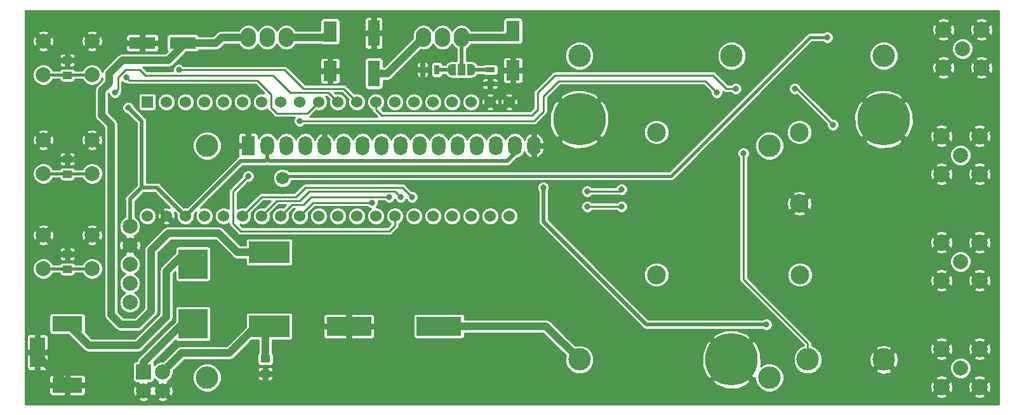
<source format=gbr>
G04 #@! TF.GenerationSoftware,KiCad,Pcbnew,(5.0.1)-4*
G04 #@! TF.CreationDate,2019-02-03T13:31:45+01:00*
G04 #@! TF.ProjectId,GPSDO-LCD-2,475053444F2D4C43442D322E6B696361,rev?*
G04 #@! TF.SameCoordinates,Original*
G04 #@! TF.FileFunction,Copper,L2,Bot,Signal*
G04 #@! TF.FilePolarity,Positive*
%FSLAX46Y46*%
G04 Gerber Fmt 4.6, Leading zero omitted, Abs format (unit mm)*
G04 Created by KiCad (PCBNEW (5.0.1)-4) date 03/02/2019 13:31:45*
%MOMM*%
%LPD*%
G01*
G04 APERTURE LIST*
G04 #@! TA.AperFunction,SMDPad,CuDef*
%ADD10R,1.000000X1.500000*%
G04 #@! TD*
G04 #@! TA.AperFunction,SMDPad,CuDef*
%ADD11C,0.500000*%
G04 #@! TD*
G04 #@! TA.AperFunction,Conductor*
%ADD12C,0.100000*%
G04 #@! TD*
G04 #@! TA.AperFunction,ComponentPad*
%ADD13C,1.524000*%
G04 #@! TD*
G04 #@! TA.AperFunction,ComponentPad*
%ADD14R,1.524000X1.524000*%
G04 #@! TD*
G04 #@! TA.AperFunction,SMDPad,CuDef*
%ADD15R,1.250000X1.000000*%
G04 #@! TD*
G04 #@! TA.AperFunction,SMDPad,CuDef*
%ADD16R,6.000000X2.500000*%
G04 #@! TD*
G04 #@! TA.AperFunction,SMDPad,CuDef*
%ADD17R,3.500000X1.600000*%
G04 #@! TD*
G04 #@! TA.AperFunction,SMDPad,CuDef*
%ADD18R,1.800000X2.750000*%
G04 #@! TD*
G04 #@! TA.AperFunction,SMDPad,CuDef*
%ADD19R,1.600000X3.500000*%
G04 #@! TD*
G04 #@! TA.AperFunction,SMDPad,CuDef*
%ADD20R,3.900000X3.900000*%
G04 #@! TD*
G04 #@! TA.AperFunction,ComponentPad*
%ADD21C,2.200000*%
G04 #@! TD*
G04 #@! TA.AperFunction,ComponentPad*
%ADD22C,2.000000*%
G04 #@! TD*
G04 #@! TA.AperFunction,SMDPad,CuDef*
%ADD23R,5.400000X2.900000*%
G04 #@! TD*
G04 #@! TA.AperFunction,SMDPad,CuDef*
%ADD24R,1.300000X0.700000*%
G04 #@! TD*
G04 #@! TA.AperFunction,SMDPad,CuDef*
%ADD25R,0.700000X1.300000*%
G04 #@! TD*
G04 #@! TA.AperFunction,ComponentPad*
%ADD26O,2.032000X2.540000*%
G04 #@! TD*
G04 #@! TA.AperFunction,ComponentPad*
%ADD27C,3.000000*%
G04 #@! TD*
G04 #@! TA.AperFunction,ComponentPad*
%ADD28O,1.800000X2.600000*%
G04 #@! TD*
G04 #@! TA.AperFunction,ComponentPad*
%ADD29R,1.800000X2.600000*%
G04 #@! TD*
G04 #@! TA.AperFunction,ComponentPad*
%ADD30C,2.500000*%
G04 #@! TD*
G04 #@! TA.AperFunction,ComponentPad*
%ADD31C,7.000000*%
G04 #@! TD*
G04 #@! TA.AperFunction,ComponentPad*
%ADD32R,4.000000X2.000000*%
G04 #@! TD*
G04 #@! TA.AperFunction,ComponentPad*
%ADD33R,2.000000X4.000000*%
G04 #@! TD*
G04 #@! TA.AperFunction,ComponentPad*
%ADD34R,2.000000X2.000000*%
G04 #@! TD*
G04 #@! TA.AperFunction,ViaPad*
%ADD35C,4.000000*%
G04 #@! TD*
G04 #@! TA.AperFunction,ViaPad*
%ADD36C,0.800000*%
G04 #@! TD*
G04 #@! TA.AperFunction,ViaPad*
%ADD37C,1.700000*%
G04 #@! TD*
G04 #@! TA.AperFunction,Conductor*
%ADD38C,1.000000*%
G04 #@! TD*
G04 #@! TA.AperFunction,Conductor*
%ADD39C,0.400000*%
G04 #@! TD*
G04 #@! TA.AperFunction,Conductor*
%ADD40C,0.250000*%
G04 #@! TD*
G04 #@! TA.AperFunction,Conductor*
%ADD41C,0.500000*%
G04 #@! TD*
G04 #@! TA.AperFunction,Conductor*
%ADD42C,0.254000*%
G04 #@! TD*
G04 APERTURE END LIST*
D10*
G04 #@! TO.P,JP2,2*
G04 #@! TO.N,Net-(C36-Pad1)*
X136652000Y-88392000D03*
D11*
G04 #@! TO.P,JP2,3*
G04 #@! TO.N,Net-(JP2-Pad3)*
X137952000Y-88392000D03*
D12*
G04 #@! TD*
G04 #@! TO.N,Net-(JP2-Pad3)*
G04 #@! TO.C,JP2*
G36*
X137952000Y-87642602D02*
X137976534Y-87642602D01*
X138025365Y-87647412D01*
X138073490Y-87656984D01*
X138120445Y-87671228D01*
X138165778Y-87690005D01*
X138209051Y-87713136D01*
X138249850Y-87740396D01*
X138287779Y-87771524D01*
X138322476Y-87806221D01*
X138353604Y-87844150D01*
X138380864Y-87884949D01*
X138403995Y-87928222D01*
X138422772Y-87973555D01*
X138437016Y-88020510D01*
X138446588Y-88068635D01*
X138451398Y-88117466D01*
X138451398Y-88142000D01*
X138452000Y-88142000D01*
X138452000Y-88642000D01*
X138451398Y-88642000D01*
X138451398Y-88666534D01*
X138446588Y-88715365D01*
X138437016Y-88763490D01*
X138422772Y-88810445D01*
X138403995Y-88855778D01*
X138380864Y-88899051D01*
X138353604Y-88939850D01*
X138322476Y-88977779D01*
X138287779Y-89012476D01*
X138249850Y-89043604D01*
X138209051Y-89070864D01*
X138165778Y-89093995D01*
X138120445Y-89112772D01*
X138073490Y-89127016D01*
X138025365Y-89136588D01*
X137976534Y-89141398D01*
X137952000Y-89141398D01*
X137952000Y-89142000D01*
X137402000Y-89142000D01*
X137402000Y-87642000D01*
X137952000Y-87642000D01*
X137952000Y-87642602D01*
X137952000Y-87642602D01*
G37*
D11*
G04 #@! TO.P,JP2,1*
G04 #@! TO.N,Net-(JP2-Pad1)*
X135352000Y-88392000D03*
D12*
G04 #@! TD*
G04 #@! TO.N,Net-(JP2-Pad1)*
G04 #@! TO.C,JP2*
G36*
X135902000Y-89142000D02*
X135352000Y-89142000D01*
X135352000Y-89141398D01*
X135327466Y-89141398D01*
X135278635Y-89136588D01*
X135230510Y-89127016D01*
X135183555Y-89112772D01*
X135138222Y-89093995D01*
X135094949Y-89070864D01*
X135054150Y-89043604D01*
X135016221Y-89012476D01*
X134981524Y-88977779D01*
X134950396Y-88939850D01*
X134923136Y-88899051D01*
X134900005Y-88855778D01*
X134881228Y-88810445D01*
X134866984Y-88763490D01*
X134857412Y-88715365D01*
X134852602Y-88666534D01*
X134852602Y-88642000D01*
X134852000Y-88642000D01*
X134852000Y-88142000D01*
X134852602Y-88142000D01*
X134852602Y-88117466D01*
X134857412Y-88068635D01*
X134866984Y-88020510D01*
X134881228Y-87973555D01*
X134900005Y-87928222D01*
X134923136Y-87884949D01*
X134950396Y-87844150D01*
X134981524Y-87806221D01*
X135016221Y-87771524D01*
X135054150Y-87740396D01*
X135094949Y-87713136D01*
X135138222Y-87690005D01*
X135183555Y-87671228D01*
X135230510Y-87656984D01*
X135278635Y-87647412D01*
X135327466Y-87642602D01*
X135352000Y-87642602D01*
X135352000Y-87642000D01*
X135902000Y-87642000D01*
X135902000Y-89142000D01*
X135902000Y-89142000D01*
G37*
D13*
G04 #@! TO.P,U3,40*
G04 #@! TO.N,Net-(C27-Pad2)*
X94742000Y-107950000D03*
G04 #@! TO.P,U3,39*
G04 #@! TO.N,GNDREF*
X97282000Y-107950000D03*
G04 #@! TO.P,U3,38*
G04 #@! TO.N,5Vcc*
X99822000Y-107950000D03*
G04 #@! TO.P,U3,37*
G04 #@! TO.N,Net-(U3-Pad37)*
X102362000Y-107950000D03*
G04 #@! TO.P,U3,36*
G04 #@! TO.N,Net-(U3-Pad36)*
X104902000Y-107950000D03*
G04 #@! TO.P,U3,35*
G04 #@! TO.N,Net-(C26-Pad1)*
X107442000Y-107950000D03*
G04 #@! TO.P,U3,34*
G04 #@! TO.N,Net-(C28-Pad1)*
X109982000Y-107950000D03*
G04 #@! TO.P,U3,33*
G04 #@! TO.N,Net-(C31-Pad1)*
X112522000Y-107950000D03*
G04 #@! TO.P,U3,32*
G04 #@! TO.N,Net-(C29-Pad1)*
X115062000Y-107950000D03*
G04 #@! TO.P,U3,31*
G04 #@! TO.N,Net-(U3-Pad31)*
X117602000Y-107950000D03*
G04 #@! TO.P,U3,30*
G04 #@! TO.N,Net-(U3-Pad30)*
X120142000Y-107950000D03*
G04 #@! TO.P,U3,29*
G04 #@! TO.N,Net-(U3-Pad29)*
X122682000Y-107950000D03*
G04 #@! TO.P,U3,28*
G04 #@! TO.N,Net-(R16-Pad1)*
X125222000Y-107950000D03*
G04 #@! TO.P,U3,27*
G04 #@! TO.N,Net-(C35-Pad1)*
X127762000Y-107950000D03*
G04 #@! TO.P,U3,26*
G04 #@! TO.N,Net-(R15-Pad1)*
X130302000Y-107950000D03*
G04 #@! TO.P,U3,25*
G04 #@! TO.N,Net-(U3-Pad25)*
X132842000Y-107950000D03*
G04 #@! TO.P,U3,24*
G04 #@! TO.N,Net-(U3-Pad24)*
X135382000Y-107950000D03*
G04 #@! TO.P,U3,23*
G04 #@! TO.N,Net-(U3-Pad23)*
X137922000Y-107950000D03*
G04 #@! TO.P,U3,22*
G04 #@! TO.N,Net-(U3-Pad22)*
X140462000Y-107950000D03*
G04 #@! TO.P,U3,21*
G04 #@! TO.N,Net-(U3-Pad21)*
X143002000Y-107950000D03*
G04 #@! TO.P,U3,20*
G04 #@! TO.N,GNDREF*
X143002000Y-92710000D03*
G04 #@! TO.P,U3,19*
X140462000Y-92710000D03*
G04 #@! TO.P,U3,18*
G04 #@! TO.N,Net-(U3-Pad18)*
X137922000Y-92710000D03*
G04 #@! TO.P,U3,17*
G04 #@! TO.N,Net-(U3-Pad17)*
X135382000Y-92710000D03*
G04 #@! TO.P,U3,16*
G04 #@! TO.N,Net-(U3-Pad16)*
X132842000Y-92710000D03*
G04 #@! TO.P,U3,15*
G04 #@! TO.N,Net-(U3-Pad15)*
X130302000Y-92710000D03*
G04 #@! TO.P,U3,14*
G04 #@! TO.N,Net-(U3-Pad14)*
X127762000Y-92710000D03*
G04 #@! TO.P,U3,13*
G04 #@! TO.N,Net-(R8-Pad1)*
X125222000Y-92710000D03*
G04 #@! TO.P,U3,12*
G04 #@! TO.N,Net-(C13-Pad1)*
X122682000Y-92710000D03*
G04 #@! TO.P,U3,11*
G04 #@! TO.N,Net-(C12-Pad1)*
X120142000Y-92710000D03*
G04 #@! TO.P,U3,10*
G04 #@! TO.N,Net-(C11-Pad1)*
X117602000Y-92710000D03*
G04 #@! TO.P,U3,9*
G04 #@! TO.N,Net-(U3-Pad9)*
X115062000Y-92710000D03*
G04 #@! TO.P,U3,8*
G04 #@! TO.N,Net-(U3-Pad8)*
X112522000Y-92710000D03*
G04 #@! TO.P,U3,7*
G04 #@! TO.N,Net-(U3-Pad7)*
X109982000Y-92710000D03*
G04 #@! TO.P,U3,6*
G04 #@! TO.N,Net-(C39-Pad1)*
X107442000Y-92710000D03*
G04 #@! TO.P,U3,5*
G04 #@! TO.N,Net-(C38-Pad2)*
X104902000Y-92710000D03*
G04 #@! TO.P,U3,4*
G04 #@! TO.N,Net-(U3-Pad4)*
X102362000Y-92710000D03*
G04 #@! TO.P,U3,3*
G04 #@! TO.N,Net-(U3-Pad3)*
X99822000Y-92710000D03*
G04 #@! TO.P,U3,2*
G04 #@! TO.N,Net-(U3-Pad2)*
X97282000Y-92710000D03*
D14*
G04 #@! TO.P,U3,1*
G04 #@! TO.N,Net-(U3-Pad1)*
X94742000Y-92710000D03*
G04 #@! TD*
D15*
G04 #@! TO.P,C10,1*
G04 #@! TO.N,Net-(C10-Pad1)*
X110490000Y-127016000D03*
G04 #@! TO.P,C10,2*
G04 #@! TO.N,GNDREF*
X110490000Y-129016000D03*
G04 #@! TD*
G04 #@! TO.P,C11,1*
G04 #@! TO.N,Net-(C11-Pad1)*
X84074000Y-89138000D03*
G04 #@! TO.P,C11,2*
G04 #@! TO.N,GNDREF*
X84074000Y-87138000D03*
G04 #@! TD*
G04 #@! TO.P,C12,1*
G04 #@! TO.N,Net-(C12-Pad1)*
X84074000Y-102346000D03*
G04 #@! TO.P,C12,2*
G04 #@! TO.N,GNDREF*
X84074000Y-100346000D03*
G04 #@! TD*
G04 #@! TO.P,C13,2*
G04 #@! TO.N,GNDREF*
X84074000Y-113062000D03*
G04 #@! TO.P,C13,1*
G04 #@! TO.N,Net-(C13-Pad1)*
X84074000Y-115062000D03*
G04 #@! TD*
D16*
G04 #@! TO.P,C18,2*
G04 #@! TO.N,GNDREF*
X121644000Y-122682000D03*
G04 #@! TO.P,C18,1*
G04 #@! TO.N,Vcc*
X133644000Y-122682000D03*
G04 #@! TD*
D17*
G04 #@! TO.P,C19,2*
G04 #@! TO.N,GNDREF*
X94074000Y-84836000D03*
G04 #@! TO.P,C19,1*
G04 #@! TO.N,Net-(C17-Pad1)*
X99474000Y-84836000D03*
G04 #@! TD*
D18*
G04 #@! TO.P,C21,2*
G04 #@! TO.N,GNDREF*
X119126000Y-88562000D03*
G04 #@! TO.P,C21,1*
G04 #@! TO.N,Net-(C21-Pad1)*
X119126000Y-83312000D03*
G04 #@! TD*
D19*
G04 #@! TO.P,C33,1*
G04 #@! TO.N,Net-(C17-Pad1)*
X124968000Y-88900000D03*
G04 #@! TO.P,C33,2*
G04 #@! TO.N,GNDREF*
X124968000Y-83500000D03*
G04 #@! TD*
D18*
G04 #@! TO.P,C36,1*
G04 #@! TO.N,Net-(C36-Pad1)*
X143510000Y-83227000D03*
G04 #@! TO.P,C36,2*
G04 #@! TO.N,GNDREF*
X143510000Y-88477000D03*
G04 #@! TD*
D20*
G04 #@! TO.P,D1,2*
G04 #@! TO.N,Net-(D1-Pad2)*
X100838000Y-122364000D03*
G04 #@! TO.P,D1,1*
G04 #@! TO.N,Net-(D1-Pad1)*
X100838000Y-114364000D03*
G04 #@! TD*
D21*
G04 #@! TO.P,J1,2*
G04 #@! TO.N,GNDREF*
X205740000Y-130810000D03*
X200660000Y-130810000D03*
X200660000Y-125730000D03*
X205740000Y-125730000D03*
D22*
G04 #@! TO.P,J1,1*
G04 #@! TO.N,Net-(J1-Pad1)*
X203200000Y-128270000D03*
G04 #@! TD*
G04 #@! TO.P,J2,1*
G04 #@! TO.N,Net-(J2-Pad1)*
X203200000Y-114046000D03*
D21*
G04 #@! TO.P,J2,2*
G04 #@! TO.N,GNDREF*
X205740000Y-111506000D03*
X200660000Y-111506000D03*
X200660000Y-116586000D03*
X205740000Y-116586000D03*
G04 #@! TD*
G04 #@! TO.P,J3,2*
G04 #@! TO.N,GNDREF*
X205740000Y-102362000D03*
X200660000Y-102362000D03*
X200660000Y-97282000D03*
X205740000Y-97282000D03*
D22*
G04 #@! TO.P,J3,1*
G04 #@! TO.N,Net-(J3-Pad1)*
X203200000Y-99822000D03*
G04 #@! TD*
G04 #@! TO.P,J4,1*
G04 #@! TO.N,Net-(J4-Pad1)*
X203454000Y-85598000D03*
D21*
G04 #@! TO.P,J4,2*
G04 #@! TO.N,GNDREF*
X205994000Y-83058000D03*
X200914000Y-83058000D03*
X200914000Y-88138000D03*
X205994000Y-88138000D03*
G04 #@! TD*
D23*
G04 #@! TO.P,L2,2*
G04 #@! TO.N,Net-(C17-Pad1)*
X110998000Y-112782000D03*
G04 #@! TO.P,L2,1*
G04 #@! TO.N,Net-(C10-Pad1)*
X110998000Y-122682000D03*
G04 #@! TD*
D24*
G04 #@! TO.P,R22,1*
G04 #@! TO.N,Net-(JP2-Pad3)*
X140462000Y-88392000D03*
G04 #@! TO.P,R22,2*
G04 #@! TO.N,GNDREF*
X140462000Y-90292000D03*
G04 #@! TD*
D25*
G04 #@! TO.P,R23,1*
G04 #@! TO.N,Net-(JP2-Pad1)*
X133350000Y-88392000D03*
G04 #@! TO.P,R23,2*
G04 #@! TO.N,GNDREF*
X131450000Y-88392000D03*
G04 #@! TD*
D22*
G04 #@! TO.P,SW1,1*
G04 #@! TO.N,GNDREF*
X87376000Y-84582000D03*
G04 #@! TO.P,SW1,2*
G04 #@! TO.N,Net-(C11-Pad1)*
X87376000Y-89082000D03*
G04 #@! TO.P,SW1,1*
G04 #@! TO.N,GNDREF*
X80876000Y-84582000D03*
G04 #@! TO.P,SW1,2*
G04 #@! TO.N,Net-(C11-Pad1)*
X80876000Y-89082000D03*
G04 #@! TD*
G04 #@! TO.P,SW2,2*
G04 #@! TO.N,Net-(C12-Pad1)*
X80876000Y-102290000D03*
G04 #@! TO.P,SW2,1*
G04 #@! TO.N,GNDREF*
X80876000Y-97790000D03*
G04 #@! TO.P,SW2,2*
G04 #@! TO.N,Net-(C12-Pad1)*
X87376000Y-102290000D03*
G04 #@! TO.P,SW2,1*
G04 #@! TO.N,GNDREF*
X87376000Y-97790000D03*
G04 #@! TD*
G04 #@! TO.P,SW3,1*
G04 #@! TO.N,GNDREF*
X87376000Y-110490000D03*
G04 #@! TO.P,SW3,2*
G04 #@! TO.N,Net-(C13-Pad1)*
X87376000Y-114990000D03*
G04 #@! TO.P,SW3,1*
G04 #@! TO.N,GNDREF*
X80876000Y-110490000D03*
G04 #@! TO.P,SW3,2*
G04 #@! TO.N,Net-(C13-Pad1)*
X80876000Y-114990000D03*
G04 #@! TD*
D26*
G04 #@! TO.P,U2,2*
G04 #@! TO.N,5Vcc*
X110744000Y-84074000D03*
G04 #@! TO.P,U2,3*
G04 #@! TO.N,Net-(C17-Pad1)*
X108204000Y-84074000D03*
G04 #@! TO.P,U2,1*
G04 #@! TO.N,Net-(C21-Pad1)*
X113284000Y-84074000D03*
G04 #@! TD*
G04 #@! TO.P,U5,1*
G04 #@! TO.N,Net-(C36-Pad1)*
X136652000Y-84074000D03*
G04 #@! TO.P,U5,3*
G04 #@! TO.N,Net-(C17-Pad1)*
X131572000Y-84074000D03*
G04 #@! TO.P,U5,2*
G04 #@! TO.N,Vcc*
X134112000Y-84074000D03*
G04 #@! TD*
D27*
G04 #@! TO.P,U6,*
G04 #@! TO.N,*
X177704000Y-98552000D03*
X177703480Y-129552700D03*
X102704900Y-129552700D03*
X102704900Y-98552000D03*
D28*
G04 #@! TO.P,U6,16*
G04 #@! TO.N,GNDREF*
X146304000Y-98552000D03*
G04 #@! TO.P,U6,15*
G04 #@! TO.N,5Vcc*
X143764000Y-98552000D03*
G04 #@! TO.P,U6,14*
G04 #@! TO.N,Net-(R18-Pad1)*
X141224000Y-98552000D03*
G04 #@! TO.P,U6,13*
G04 #@! TO.N,Net-(R19-Pad1)*
X138684000Y-98552000D03*
G04 #@! TO.P,U6,12*
G04 #@! TO.N,Net-(R21-Pad1)*
X136144000Y-98552000D03*
G04 #@! TO.P,U6,11*
G04 #@! TO.N,Net-(R29-Pad1)*
X133604000Y-98552000D03*
G04 #@! TO.P,U6,10*
G04 #@! TO.N,Net-(U6-Pad10)*
X131064000Y-98552000D03*
G04 #@! TO.P,U6,9*
G04 #@! TO.N,Net-(U6-Pad9)*
X128524000Y-98552000D03*
G04 #@! TO.P,U6,8*
G04 #@! TO.N,Net-(U6-Pad8)*
X125984000Y-98552000D03*
G04 #@! TO.P,U6,7*
G04 #@! TO.N,Net-(U6-Pad7)*
X123444000Y-98552000D03*
G04 #@! TO.P,U6,6*
G04 #@! TO.N,Net-(U3-Pad36)*
X120904000Y-98552000D03*
G04 #@! TO.P,U6,5*
G04 #@! TO.N,GNDREF*
X118364000Y-98552000D03*
G04 #@! TO.P,U6,4*
G04 #@! TO.N,Net-(U3-Pad37)*
X115824000Y-98552000D03*
G04 #@! TO.P,U6,3*
G04 #@! TO.N,Net-(C37-Pad1)*
X113284000Y-98552000D03*
G04 #@! TO.P,U6,2*
G04 #@! TO.N,5Vcc*
X110744000Y-98552000D03*
D29*
G04 #@! TO.P,U6,1*
G04 #@! TO.N,GNDREF*
X108204000Y-98552000D03*
G04 #@! TD*
D22*
G04 #@! TO.P,U7,1*
G04 #@! TO.N,Net-(U3-Pad25)*
X92420000Y-119492000D03*
G04 #@! TO.P,U7,2*
G04 #@! TO.N,Net-(U3-Pad15)*
X92420000Y-116952000D03*
G04 #@! TO.P,U7,3*
G04 #@! TO.N,Net-(U3-Pad16)*
X92420000Y-114412000D03*
G04 #@! TO.P,U7,4*
G04 #@! TO.N,GNDREF*
X92420000Y-111872000D03*
G04 #@! TO.P,U7,5*
G04 #@! TO.N,5Vcc*
X92420000Y-109332000D03*
G04 #@! TD*
D30*
G04 #@! TO.P,U8,1*
G04 #@! TO.N,Net-(R27-Pad2)*
X181714342Y-96759918D03*
G04 #@! TO.P,U8,2*
G04 #@! TO.N,GNDREF*
X181714342Y-106284918D03*
G04 #@! TO.P,U8,3*
G04 #@! TO.N,Net-(C22-Pad2)*
X181764342Y-115809918D03*
G04 #@! TO.P,U8,4*
G04 #@! TO.N,Net-(U8-Pad4)*
X162664342Y-115809918D03*
G04 #@! TO.P,U8,5*
G04 #@! TO.N,Vcc*
X162664342Y-96759918D03*
G04 #@! TD*
D27*
G04 #@! TO.P,U9,1*
G04 #@! TO.N,Net-(C22-Pad2)*
X152368968Y-86536779D03*
G04 #@! TO.P,U9,2*
G04 #@! TO.N,Net-(U9-Pad2)*
X172668968Y-86536779D03*
G04 #@! TO.P,U9,3*
G04 #@! TO.N,Net-(R27-Pad2)*
X192968968Y-86536779D03*
G04 #@! TO.P,U9,4*
G04 #@! TO.N,GNDREF*
X192968968Y-127136779D03*
G04 #@! TO.P,U9,5*
G04 #@! TO.N,Net-(R20-Pad2)*
X182818968Y-127136779D03*
G04 #@! TO.P,U9,6*
G04 #@! TO.N,Vcc*
X152368968Y-127136779D03*
D31*
G04 #@! TO.P,U9,7*
G04 #@! TO.N,GNDREF*
X172660344Y-127136779D03*
G04 #@! TO.P,U9,8*
X152360344Y-95036779D03*
G04 #@! TO.P,U9,9*
X192960344Y-95036779D03*
G04 #@! TD*
D32*
G04 #@! TO.P,U10,1*
G04 #@! TO.N,Net-(D1-Pad1)*
X84074000Y-122356000D03*
D33*
G04 #@! TO.P,U10,2*
G04 #@! TO.N,GNDREF*
X80074000Y-126156000D03*
D32*
G04 #@! TO.P,U10,3*
X84074000Y-130556000D03*
G04 #@! TD*
D22*
G04 #@! TO.P,J5,4*
G04 #@! TO.N,GNDREF*
X96774000Y-131318000D03*
G04 #@! TO.P,J5,2*
G04 #@! TO.N,Net-(C10-Pad1)*
X96774000Y-128778000D03*
G04 #@! TO.P,J5,3*
G04 #@! TO.N,GNDREF*
X94234000Y-131318000D03*
D34*
G04 #@! TO.P,J5,1*
G04 #@! TO.N,Net-(D1-Pad2)*
X94234000Y-128778000D03*
G04 #@! TD*
D35*
G04 #@! TO.N,GNDREF*
X203200000Y-121158000D03*
X203200000Y-92710000D03*
X80772000Y-119126000D03*
X80772000Y-93472000D03*
D36*
X125984000Y-117348000D03*
X115824000Y-114554000D03*
X105664000Y-114554000D03*
X92202000Y-100076000D03*
X91694000Y-95250000D03*
X193802000Y-115570000D03*
X105918000Y-85598000D03*
X106172000Y-81788000D03*
X94234000Y-82042000D03*
X97790000Y-94996000D03*
X100584000Y-94996000D03*
X99822000Y-99314000D03*
X105664000Y-98298000D03*
X101346000Y-91186000D03*
X106426000Y-91440000D03*
X115316000Y-88900000D03*
X116840000Y-86360000D03*
X122174000Y-86360000D03*
X128778000Y-83566000D03*
X95758000Y-101346000D03*
X102870000Y-102616000D03*
X94488000Y-110236000D03*
X112776000Y-104648000D03*
X114554000Y-101600000D03*
X118618000Y-101600000D03*
X123444000Y-101600000D03*
X97282000Y-113030000D03*
X100838000Y-119126000D03*
X110744000Y-115824000D03*
X103124000Y-105918000D03*
X94234000Y-105664000D03*
X92456000Y-123698000D03*
X89662000Y-129286000D03*
X110490000Y-131318000D03*
X121666000Y-131064000D03*
X116332000Y-122682000D03*
X127508000Y-122682000D03*
X105156000Y-122682000D03*
X130048000Y-112522000D03*
X133350000Y-131064000D03*
X144526000Y-131064000D03*
X155702000Y-131064000D03*
X187452000Y-130556000D03*
X144780000Y-118618000D03*
X152400000Y-109982000D03*
X158242000Y-124206000D03*
X158750000Y-109982000D03*
X167132000Y-110998000D03*
X177800000Y-116840000D03*
X171704000Y-117348000D03*
X170434000Y-101092000D03*
X166624000Y-96520000D03*
X162814000Y-92456000D03*
X158242000Y-87884000D03*
X158242000Y-84836000D03*
X168402000Y-91694000D03*
X165354000Y-87376000D03*
X172974000Y-96266000D03*
X176022000Y-96266000D03*
X177800000Y-93472000D03*
X177800000Y-86614000D03*
X165354000Y-83058000D03*
X147574000Y-83058000D03*
X180594000Y-83312000D03*
X188214000Y-88138000D03*
X178308000Y-103632000D03*
X162814000Y-100838000D03*
X176784000Y-108966000D03*
X179832000Y-112776000D03*
X184150000Y-112776000D03*
X183134000Y-109474000D03*
X182880000Y-103124000D03*
X187452000Y-109474000D03*
X187452000Y-115824000D03*
X188468000Y-119126000D03*
X188214000Y-123444000D03*
X196596000Y-113538000D03*
X197358000Y-109982000D03*
X191770000Y-106426000D03*
X193294000Y-102362000D03*
X187198000Y-99314000D03*
X196850000Y-104902000D03*
X176022000Y-114300000D03*
X162560000Y-120396000D03*
X162052000Y-108458000D03*
X167132000Y-101854000D03*
X137414000Y-118618000D03*
X137668000Y-110998000D03*
X146304000Y-110998000D03*
X110744000Y-119380000D03*
X120396000Y-119126000D03*
X120396000Y-125984000D03*
X132334000Y-89916000D03*
X128016000Y-90424000D03*
X122174000Y-96520000D03*
X127254000Y-96520000D03*
X134874000Y-96520000D03*
X139954000Y-96520000D03*
X117094000Y-96520000D03*
X122174000Y-89408000D03*
X101092000Y-82042000D03*
X92710000Y-103632000D03*
G04 #@! TO.N,Net-(C7-Pad1)*
X185420000Y-84074000D03*
D37*
X112776004Y-102870000D03*
D36*
G04 #@! TO.N,Net-(C11-Pad1)*
X91948000Y-89408000D03*
G04 #@! TO.N,Net-(C12-Pad1)*
X90424000Y-91440000D03*
G04 #@! TO.N,Net-(C13-Pad1)*
X98966952Y-88428990D03*
G04 #@! TO.N,5Vcc*
X147552000Y-104140000D03*
X177292000Y-122428000D03*
X92202000Y-93472000D03*
G04 #@! TO.N,Net-(C26-Pad1)*
X130048000Y-105409994D03*
G04 #@! TO.N,Net-(C28-Pad1)*
X128524000Y-105410000D03*
G04 #@! TO.N,Net-(C29-Pad1)*
X124714000Y-106172000D03*
G04 #@! TO.N,Net-(C31-Pad1)*
X127000000Y-105410000D03*
G04 #@! TO.N,Net-(C35-Pad1)*
X108204000Y-102616000D03*
G04 #@! TO.N,Net-(R8-Pad1)*
X186182000Y-95758000D03*
X181102000Y-90932000D03*
X173228000Y-90932000D03*
G04 #@! TO.N,Net-(R15-Pad1)*
X153416000Y-106680000D03*
X157988000Y-106680000D03*
G04 #@! TO.N,Net-(R16-Pad1)*
X153416000Y-104648000D03*
X157987996Y-104394000D03*
G04 #@! TO.N,Net-(R20-Pad2)*
X174244000Y-99568000D03*
X170688000Y-91440000D03*
X115062000Y-95250000D03*
G04 #@! TD*
D38*
G04 #@! TO.N,GNDREF*
X80074000Y-126556000D02*
X84074000Y-130556000D01*
X80074000Y-126156000D02*
X80074000Y-126556000D01*
D39*
G04 #@! TO.N,Net-(C7-Pad1)*
X113030004Y-102616000D02*
X112776004Y-102870000D01*
X164592000Y-102616000D02*
X113030004Y-102616000D01*
X185420000Y-84074000D02*
X183134000Y-84074000D01*
X183134000Y-84074000D02*
X164592000Y-102616000D01*
D38*
G04 #@! TO.N,Vcc*
X147914189Y-122682000D02*
X152368968Y-127136779D01*
X133644000Y-122682000D02*
X147914189Y-122682000D01*
G04 #@! TO.N,Net-(C10-Pad1)*
X110490000Y-122682000D02*
X110490000Y-127016000D01*
X109240000Y-122682000D02*
X110490000Y-122682000D01*
X105684000Y-126238000D02*
X109240000Y-122682000D01*
X99314000Y-126238000D02*
X105684000Y-126238000D01*
X96774000Y-128778000D02*
X99314000Y-126238000D01*
D39*
G04 #@! TO.N,Net-(C11-Pad1)*
X84018000Y-89082000D02*
X84074000Y-89138000D01*
X80876000Y-89082000D02*
X84018000Y-89082000D01*
X84130000Y-89082000D02*
X84074000Y-89138000D01*
X87376000Y-89082000D02*
X84130000Y-89082000D01*
D40*
X111252000Y-91694000D02*
X109365999Y-89807999D01*
X92347999Y-89807999D02*
X91948000Y-89408000D01*
X112014000Y-94234000D02*
X111252000Y-93472000D01*
X109365999Y-89807999D02*
X92347999Y-89807999D01*
X117602000Y-92710000D02*
X116078000Y-94234000D01*
X116078000Y-94234000D02*
X112014000Y-94234000D01*
X111252000Y-93472000D02*
X111252000Y-91694000D01*
D39*
G04 #@! TO.N,Net-(C12-Pad1)*
X84130000Y-102290000D02*
X84074000Y-102346000D01*
X87376000Y-102290000D02*
X84130000Y-102290000D01*
X84018000Y-102290000D02*
X84074000Y-102346000D01*
X80876000Y-102290000D02*
X84018000Y-102290000D01*
D40*
X90823999Y-91040001D02*
X90424000Y-91440000D01*
X90823999Y-89458999D02*
X90823999Y-91040001D01*
X91890998Y-88392000D02*
X90823999Y-89458999D01*
X118872000Y-91440000D02*
X113792000Y-91440000D01*
X120142000Y-92710000D02*
X118872000Y-91440000D01*
X113792000Y-91440000D02*
X111506000Y-89154000D01*
X111506000Y-89154000D02*
X94488000Y-89154000D01*
X94488000Y-89154000D02*
X93726000Y-88392000D01*
X93726000Y-88392000D02*
X91890998Y-88392000D01*
D39*
G04 #@! TO.N,Net-(C13-Pad1)*
X84002000Y-114990000D02*
X84074000Y-115062000D01*
X80876000Y-114990000D02*
X84002000Y-114990000D01*
X84146000Y-114990000D02*
X84074000Y-115062000D01*
X87376000Y-114990000D02*
X84146000Y-114990000D01*
D40*
X99532637Y-88428990D02*
X98966952Y-88428990D01*
X113066990Y-88428990D02*
X99532637Y-88428990D01*
X115570000Y-90932000D02*
X113066990Y-88428990D01*
X120904000Y-90932000D02*
X115570000Y-90932000D01*
X122682000Y-92710000D02*
X120904000Y-90932000D01*
D38*
G04 #@! TO.N,Net-(C17-Pad1)*
X126746000Y-88900000D02*
X131572000Y-84074000D01*
X124968000Y-88900000D02*
X126746000Y-88900000D01*
X104648000Y-84074000D02*
X108204000Y-84074000D01*
X103886000Y-84836000D02*
X104648000Y-84074000D01*
X99474000Y-84836000D02*
X103886000Y-84836000D01*
X99474000Y-85184000D02*
X99474000Y-84836000D01*
X95250000Y-120650000D02*
X93472000Y-122428000D01*
X104244000Y-110236000D02*
X97536000Y-110236000D01*
X97536000Y-87122000D02*
X99474000Y-85184000D01*
X95250000Y-112522000D02*
X95250000Y-120650000D01*
X97536000Y-110236000D02*
X95250000Y-112522000D01*
X106790000Y-112782000D02*
X104244000Y-110236000D01*
X110490000Y-112782000D02*
X106790000Y-112782000D01*
X93472000Y-122428000D02*
X91186000Y-122428000D01*
X89662000Y-88900000D02*
X91440000Y-87122000D01*
X91186000Y-122428000D02*
X89916000Y-121158000D01*
X89916000Y-121158000D02*
X89916000Y-95758000D01*
X89916000Y-95758000D02*
X88646000Y-94488000D01*
X91440000Y-87122000D02*
X97536000Y-87122000D01*
X88646000Y-94488000D02*
X88646000Y-91186000D01*
X88646000Y-91186000D02*
X89662000Y-90170000D01*
X89662000Y-90170000D02*
X89662000Y-88900000D01*
G04 #@! TO.N,Net-(C21-Pad1)*
X118364000Y-84074000D02*
X119126000Y-83312000D01*
X113284000Y-84074000D02*
X118364000Y-84074000D01*
D41*
G04 #@! TO.N,5Vcc*
X110744000Y-100352000D02*
X110744000Y-98552000D01*
X143764000Y-99568000D02*
X143764000Y-98552000D01*
X142748000Y-100584000D02*
X143764000Y-99568000D01*
X110998000Y-100584000D02*
X142748000Y-100584000D01*
X110744000Y-100352000D02*
X110766000Y-100352000D01*
X110766000Y-100352000D02*
X110998000Y-100584000D01*
X110512000Y-100584000D02*
X110744000Y-100352000D01*
X99822000Y-107950000D02*
X107188000Y-100584000D01*
X107188000Y-100584000D02*
X110512000Y-100584000D01*
X92601999Y-93871999D02*
X92202000Y-93472000D01*
X93980000Y-104140000D02*
X93980000Y-95250000D01*
X93980000Y-95250000D02*
X92601999Y-93871999D01*
X92420000Y-105700000D02*
X93980000Y-104140000D01*
X92420000Y-109332000D02*
X92420000Y-105700000D01*
X96012000Y-104140000D02*
X99822000Y-107950000D01*
X93980000Y-104140000D02*
X96012000Y-104140000D01*
X161290000Y-122428000D02*
X177292000Y-122428000D01*
X147552000Y-104140000D02*
X147552000Y-108690000D01*
X147552000Y-108690000D02*
X161290000Y-122428000D01*
D40*
G04 #@! TO.N,Net-(C26-Pad1)*
X109982000Y-105410000D02*
X107442000Y-107950000D01*
X114554000Y-105410000D02*
X109982000Y-105410000D01*
X115824000Y-104140000D02*
X114554000Y-105410000D01*
X128778000Y-104140000D02*
X115824000Y-104140000D01*
X130048000Y-105409994D02*
X130047994Y-105409994D01*
X130047994Y-105409994D02*
X128778000Y-104140000D01*
G04 #@! TO.N,Net-(C28-Pad1)*
X112014000Y-105918000D02*
X109982000Y-107950000D01*
X115062000Y-105918000D02*
X112014000Y-105918000D01*
X116332000Y-104648000D02*
X115062000Y-105918000D01*
X128524000Y-105410000D02*
X127762000Y-104648000D01*
X127762000Y-104648000D02*
X116332000Y-104648000D01*
G04 #@! TO.N,Net-(C29-Pad1)*
X116840000Y-106172000D02*
X115062000Y-107950000D01*
X124714000Y-106172000D02*
X116840000Y-106172000D01*
G04 #@! TO.N,Net-(C31-Pad1)*
X114046000Y-106426000D02*
X112522000Y-107950000D01*
X115570000Y-106426000D02*
X114046000Y-106426000D01*
X127000000Y-105410000D02*
X116586000Y-105410000D01*
X116586000Y-105410000D02*
X115570000Y-106426000D01*
G04 #@! TO.N,Net-(C35-Pad1)*
X127762000Y-109220000D02*
X127762000Y-107950000D01*
X127000000Y-109982000D02*
X127762000Y-109220000D01*
X107188000Y-109982000D02*
X127000000Y-109982000D01*
X106172000Y-108966000D02*
X107188000Y-109982000D01*
X108204000Y-102616000D02*
X106172000Y-104648000D01*
X106172000Y-104648000D02*
X106172000Y-108966000D01*
D38*
G04 #@! TO.N,Net-(C36-Pad1)*
X142663000Y-84074000D02*
X143510000Y-83227000D01*
X136652000Y-84074000D02*
X142663000Y-84074000D01*
D41*
X136652000Y-84074000D02*
X136652000Y-88392000D01*
D38*
G04 #@! TO.N,Net-(D1-Pad1)*
X97282000Y-115316000D02*
X99060000Y-113538000D01*
X97282000Y-121412000D02*
X97282000Y-115316000D01*
X93472000Y-125222000D02*
X97282000Y-121412000D01*
X84074000Y-122356000D02*
X86940000Y-125222000D01*
X86940000Y-125222000D02*
X93472000Y-125222000D01*
D40*
G04 #@! TO.N,Net-(R8-Pad1)*
X186182000Y-95758000D02*
X185782001Y-95358001D01*
X185782001Y-95358001D02*
X181356000Y-90932000D01*
X181356000Y-90932000D02*
X181102000Y-90932000D01*
X125222000Y-93726000D02*
X125222000Y-92710000D01*
X125984000Y-94488000D02*
X125222000Y-93726000D01*
X146050000Y-94488000D02*
X125984000Y-94488000D01*
X171958000Y-90932000D02*
X170180000Y-89154000D01*
X170180000Y-89154000D02*
X149098000Y-89154000D01*
X173228000Y-90932000D02*
X171958000Y-90932000D01*
X149098000Y-89154000D02*
X146812000Y-91440000D01*
X146812000Y-91440000D02*
X146812000Y-93726000D01*
X146812000Y-93726000D02*
X146050000Y-94488000D01*
G04 #@! TO.N,Net-(R15-Pad1)*
X153416000Y-106680000D02*
X157988000Y-106680000D01*
G04 #@! TO.N,Net-(R16-Pad1)*
X153416000Y-104648000D02*
X157733996Y-104648000D01*
X157733996Y-104648000D02*
X157987996Y-104394000D01*
G04 #@! TO.N,Net-(R20-Pad2)*
X182818968Y-125015459D02*
X174244000Y-116440491D01*
X182818968Y-127136779D02*
X182818968Y-125015459D01*
X174244000Y-116440491D02*
X174244000Y-99568000D01*
X146304000Y-95250000D02*
X115062000Y-95250000D01*
X147574000Y-93980000D02*
X146304000Y-95250000D01*
X147574000Y-91948000D02*
X147574000Y-93980000D01*
X149606000Y-89916000D02*
X147574000Y-91948000D01*
X170688000Y-91440000D02*
X169164000Y-89916000D01*
X169164000Y-89916000D02*
X149606000Y-89916000D01*
D38*
G04 #@! TO.N,Net-(D1-Pad2)*
X100076000Y-121666000D02*
X100584000Y-121666000D01*
X94234000Y-128778000D02*
X94234000Y-127508000D01*
X94234000Y-127508000D02*
X100076000Y-121666000D01*
D41*
G04 #@! TO.N,Net-(JP2-Pad3)*
X137952000Y-88392000D02*
X140462000Y-88392000D01*
G04 #@! TO.N,Net-(JP2-Pad1)*
X135352000Y-88392000D02*
X133350000Y-88392000D01*
G04 #@! TD*
D42*
G04 #@! TO.N,GNDREF*
G36*
X208286001Y-133102000D02*
X78480000Y-133102000D01*
X78480000Y-132444618D01*
X93493463Y-132444618D01*
X93614849Y-132634644D01*
X94165837Y-132771360D01*
X94727202Y-132686814D01*
X94853151Y-132634644D01*
X94974537Y-132444618D01*
X96033463Y-132444618D01*
X96154849Y-132634644D01*
X96705837Y-132771360D01*
X97267202Y-132686814D01*
X97393151Y-132634644D01*
X97514537Y-132444618D01*
X96774000Y-131704080D01*
X96033463Y-132444618D01*
X94974537Y-132444618D01*
X94234000Y-131704080D01*
X93493463Y-132444618D01*
X78480000Y-132444618D01*
X78480000Y-130935750D01*
X81647000Y-130935750D01*
X81647000Y-131640936D01*
X81712007Y-131797876D01*
X81832124Y-131917993D01*
X81989065Y-131983000D01*
X83694250Y-131983000D01*
X83801000Y-131876250D01*
X83801000Y-130829000D01*
X84347000Y-130829000D01*
X84347000Y-131876250D01*
X84453750Y-131983000D01*
X86158935Y-131983000D01*
X86315876Y-131917993D01*
X86435993Y-131797876D01*
X86501000Y-131640936D01*
X86501000Y-131249837D01*
X92780640Y-131249837D01*
X92865186Y-131811202D01*
X92917356Y-131937151D01*
X93107382Y-132058537D01*
X93847920Y-131318000D01*
X94620080Y-131318000D01*
X95360618Y-132058537D01*
X95504000Y-131966947D01*
X95647382Y-132058537D01*
X96387920Y-131318000D01*
X97160080Y-131318000D01*
X97900618Y-132058537D01*
X97976400Y-132010128D01*
X199845953Y-132010128D01*
X199979908Y-132210522D01*
X200567634Y-132364173D01*
X201169422Y-132281216D01*
X201340092Y-132210522D01*
X201474047Y-132010128D01*
X204925953Y-132010128D01*
X205059908Y-132210522D01*
X205647634Y-132364173D01*
X206249422Y-132281216D01*
X206420092Y-132210522D01*
X206554047Y-132010128D01*
X205740000Y-131196080D01*
X204925953Y-132010128D01*
X201474047Y-132010128D01*
X200660000Y-131196080D01*
X199845953Y-132010128D01*
X97976400Y-132010128D01*
X98090644Y-131937151D01*
X98227360Y-131386163D01*
X98142814Y-130824798D01*
X98090644Y-130698849D01*
X97900618Y-130577463D01*
X97160080Y-131318000D01*
X96387920Y-131318000D01*
X95647382Y-130577463D01*
X95504000Y-130669053D01*
X95360618Y-130577463D01*
X94620080Y-131318000D01*
X93847920Y-131318000D01*
X93107382Y-130577463D01*
X92917356Y-130698849D01*
X92780640Y-131249837D01*
X86501000Y-131249837D01*
X86501000Y-130935750D01*
X86394250Y-130829000D01*
X84347000Y-130829000D01*
X83801000Y-130829000D01*
X81753750Y-130829000D01*
X81647000Y-130935750D01*
X78480000Y-130935750D01*
X78480000Y-129471064D01*
X81647000Y-129471064D01*
X81647000Y-130176250D01*
X81753750Y-130283000D01*
X83801000Y-130283000D01*
X83801000Y-129235750D01*
X84347000Y-129235750D01*
X84347000Y-130283000D01*
X86394250Y-130283000D01*
X86501000Y-130176250D01*
X86501000Y-129471064D01*
X86435993Y-129314124D01*
X86315876Y-129194007D01*
X86158935Y-129129000D01*
X84453750Y-129129000D01*
X84347000Y-129235750D01*
X83801000Y-129235750D01*
X83694250Y-129129000D01*
X81989065Y-129129000D01*
X81832124Y-129194007D01*
X81712007Y-129314124D01*
X81647000Y-129471064D01*
X78480000Y-129471064D01*
X78480000Y-126535750D01*
X78647000Y-126535750D01*
X78647000Y-128240935D01*
X78712007Y-128397876D01*
X78832124Y-128517993D01*
X78989064Y-128583000D01*
X79694250Y-128583000D01*
X79801000Y-128476250D01*
X79801000Y-126429000D01*
X80347000Y-126429000D01*
X80347000Y-128476250D01*
X80453750Y-128583000D01*
X81158936Y-128583000D01*
X81315876Y-128517993D01*
X81435993Y-128397876D01*
X81501000Y-128240935D01*
X81501000Y-127778000D01*
X92798635Y-127778000D01*
X92798635Y-129778000D01*
X92831775Y-129944607D01*
X92926150Y-130085850D01*
X93067393Y-130180225D01*
X93234000Y-130213365D01*
X93515446Y-130213365D01*
X94234000Y-130931920D01*
X94952554Y-130213365D01*
X95234000Y-130213365D01*
X95400607Y-130180225D01*
X95541850Y-130085850D01*
X95636225Y-129944607D01*
X95669365Y-129778000D01*
X95669365Y-129691449D01*
X95965669Y-129987753D01*
X96122138Y-130052564D01*
X96033463Y-130191382D01*
X96774000Y-130931920D01*
X97514537Y-130191382D01*
X97425862Y-130052564D01*
X97582331Y-129987753D01*
X97983753Y-129586331D01*
X98156452Y-129169396D01*
X100777900Y-129169396D01*
X100777900Y-129936004D01*
X101071268Y-130644258D01*
X101613342Y-131186332D01*
X102321596Y-131479700D01*
X103088204Y-131479700D01*
X103796458Y-131186332D01*
X104338532Y-130644258D01*
X104572762Y-130078775D01*
X170104429Y-130078775D01*
X170533230Y-130528957D01*
X171993276Y-131084754D01*
X173554879Y-131039509D01*
X174787458Y-130528957D01*
X175216259Y-130078775D01*
X172660344Y-127522859D01*
X170104429Y-130078775D01*
X104572762Y-130078775D01*
X104631900Y-129936004D01*
X104631900Y-129372750D01*
X109438000Y-129372750D01*
X109438000Y-129600935D01*
X109503007Y-129757876D01*
X109623124Y-129877993D01*
X109780064Y-129943000D01*
X110110250Y-129943000D01*
X110217000Y-129836250D01*
X110217000Y-129266000D01*
X110763000Y-129266000D01*
X110763000Y-129836250D01*
X110869750Y-129943000D01*
X111199936Y-129943000D01*
X111356876Y-129877993D01*
X111476993Y-129757876D01*
X111542000Y-129600935D01*
X111542000Y-129372750D01*
X111435250Y-129266000D01*
X110763000Y-129266000D01*
X110217000Y-129266000D01*
X109544750Y-129266000D01*
X109438000Y-129372750D01*
X104631900Y-129372750D01*
X104631900Y-129169396D01*
X104338532Y-128461142D01*
X104308455Y-128431065D01*
X109438000Y-128431065D01*
X109438000Y-128659250D01*
X109544750Y-128766000D01*
X110217000Y-128766000D01*
X110217000Y-128195750D01*
X110763000Y-128195750D01*
X110763000Y-128766000D01*
X111435250Y-128766000D01*
X111542000Y-128659250D01*
X111542000Y-128431065D01*
X111476993Y-128274124D01*
X111356876Y-128154007D01*
X111199936Y-128089000D01*
X110869750Y-128089000D01*
X110763000Y-128195750D01*
X110217000Y-128195750D01*
X110110250Y-128089000D01*
X109780064Y-128089000D01*
X109623124Y-128154007D01*
X109503007Y-128274124D01*
X109438000Y-128431065D01*
X104308455Y-128431065D01*
X103796458Y-127919068D01*
X103088204Y-127625700D01*
X102321596Y-127625700D01*
X101613342Y-127919068D01*
X101071268Y-128461142D01*
X100777900Y-129169396D01*
X98156452Y-129169396D01*
X98201000Y-129061848D01*
X98201000Y-128661975D01*
X99697976Y-127165000D01*
X105592700Y-127165000D01*
X105684000Y-127183161D01*
X105775300Y-127165000D01*
X105775302Y-127165000D01*
X106045697Y-127111215D01*
X106352330Y-126906330D01*
X106404051Y-126828924D01*
X108665611Y-124567365D01*
X109563000Y-124567365D01*
X109563001Y-126204241D01*
X109557150Y-126208150D01*
X109462775Y-126349393D01*
X109429635Y-126516000D01*
X109429635Y-127516000D01*
X109462775Y-127682607D01*
X109557150Y-127823850D01*
X109698393Y-127918225D01*
X109865000Y-127951365D01*
X110440752Y-127951365D01*
X110490000Y-127961161D01*
X110539248Y-127951365D01*
X111115000Y-127951365D01*
X111281607Y-127918225D01*
X111422850Y-127823850D01*
X111517225Y-127682607D01*
X111550365Y-127516000D01*
X111550365Y-126516000D01*
X111517225Y-126349393D01*
X111422850Y-126208150D01*
X111417000Y-126204241D01*
X111417000Y-124567365D01*
X113698000Y-124567365D01*
X113864607Y-124534225D01*
X114005850Y-124439850D01*
X114100225Y-124298607D01*
X114133365Y-124132000D01*
X114133365Y-123061750D01*
X118217000Y-123061750D01*
X118217000Y-124016936D01*
X118282007Y-124173876D01*
X118402124Y-124293993D01*
X118559065Y-124359000D01*
X121264250Y-124359000D01*
X121371000Y-124252250D01*
X121371000Y-122955000D01*
X121917000Y-122955000D01*
X121917000Y-124252250D01*
X122023750Y-124359000D01*
X124728935Y-124359000D01*
X124885876Y-124293993D01*
X125005993Y-124173876D01*
X125071000Y-124016936D01*
X125071000Y-123061750D01*
X124964250Y-122955000D01*
X121917000Y-122955000D01*
X121371000Y-122955000D01*
X118323750Y-122955000D01*
X118217000Y-123061750D01*
X114133365Y-123061750D01*
X114133365Y-121347064D01*
X118217000Y-121347064D01*
X118217000Y-122302250D01*
X118323750Y-122409000D01*
X121371000Y-122409000D01*
X121371000Y-121111750D01*
X121917000Y-121111750D01*
X121917000Y-122409000D01*
X124964250Y-122409000D01*
X125071000Y-122302250D01*
X125071000Y-121432000D01*
X130208635Y-121432000D01*
X130208635Y-123932000D01*
X130241775Y-124098607D01*
X130336150Y-124239850D01*
X130477393Y-124334225D01*
X130644000Y-124367365D01*
X136644000Y-124367365D01*
X136810607Y-124334225D01*
X136951850Y-124239850D01*
X137046225Y-124098607D01*
X137079365Y-123932000D01*
X137079365Y-123609000D01*
X147530214Y-123609000D01*
X150510130Y-126588917D01*
X150441968Y-126753475D01*
X150441968Y-127520083D01*
X150735336Y-128228337D01*
X151277410Y-128770411D01*
X151985664Y-129063779D01*
X152752272Y-129063779D01*
X153460526Y-128770411D01*
X154002600Y-128228337D01*
X154295968Y-127520083D01*
X154295968Y-126753475D01*
X154178430Y-126469711D01*
X168712369Y-126469711D01*
X168757614Y-128031314D01*
X169268166Y-129263893D01*
X169718348Y-129692694D01*
X172274264Y-127136779D01*
X173046424Y-127136779D01*
X175602340Y-129692694D01*
X175776480Y-129526825D01*
X175776480Y-129936004D01*
X176069848Y-130644258D01*
X176611922Y-131186332D01*
X177320176Y-131479700D01*
X178086784Y-131479700D01*
X178795038Y-131186332D01*
X179263736Y-130717634D01*
X199105827Y-130717634D01*
X199188784Y-131319422D01*
X199259478Y-131490092D01*
X199459872Y-131624047D01*
X200273920Y-130810000D01*
X201046080Y-130810000D01*
X201860128Y-131624047D01*
X202060522Y-131490092D01*
X202214173Y-130902366D01*
X202188708Y-130717634D01*
X204185827Y-130717634D01*
X204268784Y-131319422D01*
X204339478Y-131490092D01*
X204539872Y-131624047D01*
X205353920Y-130810000D01*
X206126080Y-130810000D01*
X206940128Y-131624047D01*
X207140522Y-131490092D01*
X207294173Y-130902366D01*
X207211216Y-130300578D01*
X207140522Y-130129908D01*
X206940128Y-129995953D01*
X206126080Y-130810000D01*
X205353920Y-130810000D01*
X204539872Y-129995953D01*
X204339478Y-130129908D01*
X204185827Y-130717634D01*
X202188708Y-130717634D01*
X202131216Y-130300578D01*
X202060522Y-130129908D01*
X201860128Y-129995953D01*
X201046080Y-130810000D01*
X200273920Y-130810000D01*
X199459872Y-129995953D01*
X199259478Y-130129908D01*
X199105827Y-130717634D01*
X179263736Y-130717634D01*
X179337112Y-130644258D01*
X179630480Y-129936004D01*
X179630480Y-129609872D01*
X199845953Y-129609872D01*
X200660000Y-130423920D01*
X201474047Y-129609872D01*
X201340092Y-129409478D01*
X200752366Y-129255827D01*
X200150578Y-129338784D01*
X199979908Y-129409478D01*
X199845953Y-129609872D01*
X179630480Y-129609872D01*
X179630480Y-129169396D01*
X179337112Y-128461142D01*
X178795038Y-127919068D01*
X178086784Y-127625700D01*
X177320176Y-127625700D01*
X176611922Y-127919068D01*
X176535284Y-127995706D01*
X176608319Y-127803847D01*
X176563074Y-126242244D01*
X176052522Y-125009665D01*
X175602340Y-124580864D01*
X173046424Y-127136779D01*
X172274264Y-127136779D01*
X169718348Y-124580864D01*
X169268166Y-125009665D01*
X168712369Y-126469711D01*
X154178430Y-126469711D01*
X154002600Y-126045221D01*
X153460526Y-125503147D01*
X152752272Y-125209779D01*
X151985664Y-125209779D01*
X151821106Y-125277941D01*
X150737948Y-124194783D01*
X170104429Y-124194783D01*
X172660344Y-126750699D01*
X175216259Y-124194783D01*
X174787458Y-123744601D01*
X173327412Y-123188804D01*
X171765809Y-123234049D01*
X170533230Y-123744601D01*
X170104429Y-124194783D01*
X150737948Y-124194783D01*
X148634240Y-122091076D01*
X148582519Y-122013670D01*
X148275886Y-121808785D01*
X148005491Y-121755000D01*
X148005489Y-121755000D01*
X147914189Y-121736839D01*
X147822889Y-121755000D01*
X137079365Y-121755000D01*
X137079365Y-121432000D01*
X137046225Y-121265393D01*
X136951850Y-121124150D01*
X136810607Y-121029775D01*
X136644000Y-120996635D01*
X130644000Y-120996635D01*
X130477393Y-121029775D01*
X130336150Y-121124150D01*
X130241775Y-121265393D01*
X130208635Y-121432000D01*
X125071000Y-121432000D01*
X125071000Y-121347064D01*
X125005993Y-121190124D01*
X124885876Y-121070007D01*
X124728935Y-121005000D01*
X122023750Y-121005000D01*
X121917000Y-121111750D01*
X121371000Y-121111750D01*
X121264250Y-121005000D01*
X118559065Y-121005000D01*
X118402124Y-121070007D01*
X118282007Y-121190124D01*
X118217000Y-121347064D01*
X114133365Y-121347064D01*
X114133365Y-121232000D01*
X114100225Y-121065393D01*
X114005850Y-120924150D01*
X113864607Y-120829775D01*
X113698000Y-120796635D01*
X108298000Y-120796635D01*
X108131393Y-120829775D01*
X107990150Y-120924150D01*
X107895775Y-121065393D01*
X107862635Y-121232000D01*
X107862635Y-122748389D01*
X105300025Y-125311000D01*
X99405300Y-125311000D01*
X99313999Y-125292839D01*
X99222698Y-125311000D01*
X98952303Y-125364785D01*
X98952302Y-125364786D01*
X98952301Y-125364786D01*
X98896285Y-125402215D01*
X98645670Y-125569670D01*
X98593951Y-125647073D01*
X96890025Y-127351000D01*
X96490152Y-127351000D01*
X95965669Y-127568247D01*
X95669365Y-127864551D01*
X95669365Y-127778000D01*
X95636225Y-127611393D01*
X95558262Y-127494713D01*
X98520459Y-124532516D01*
X98580150Y-124621850D01*
X98721393Y-124716225D01*
X98888000Y-124749365D01*
X102788000Y-124749365D01*
X102954607Y-124716225D01*
X103095850Y-124621850D01*
X103190225Y-124480607D01*
X103223365Y-124314000D01*
X103223365Y-120414000D01*
X103190225Y-120247393D01*
X103095850Y-120106150D01*
X102954607Y-120011775D01*
X102788000Y-119978635D01*
X98888000Y-119978635D01*
X98721393Y-120011775D01*
X98580150Y-120106150D01*
X98485775Y-120247393D01*
X98452635Y-120414000D01*
X98452635Y-121978389D01*
X93643074Y-126787951D01*
X93565671Y-126839670D01*
X93513952Y-126917073D01*
X93360786Y-127146303D01*
X93321733Y-127342635D01*
X93234000Y-127342635D01*
X93067393Y-127375775D01*
X92926150Y-127470150D01*
X92831775Y-127611393D01*
X92798635Y-127778000D01*
X81501000Y-127778000D01*
X81501000Y-126535750D01*
X81394250Y-126429000D01*
X80347000Y-126429000D01*
X79801000Y-126429000D01*
X78753750Y-126429000D01*
X78647000Y-126535750D01*
X78480000Y-126535750D01*
X78480000Y-124071065D01*
X78647000Y-124071065D01*
X78647000Y-125776250D01*
X78753750Y-125883000D01*
X79801000Y-125883000D01*
X79801000Y-123835750D01*
X80347000Y-123835750D01*
X80347000Y-125883000D01*
X81394250Y-125883000D01*
X81501000Y-125776250D01*
X81501000Y-124071065D01*
X81435993Y-123914124D01*
X81315876Y-123794007D01*
X81158936Y-123729000D01*
X80453750Y-123729000D01*
X80347000Y-123835750D01*
X79801000Y-123835750D01*
X79694250Y-123729000D01*
X78989064Y-123729000D01*
X78832124Y-123794007D01*
X78712007Y-123914124D01*
X78647000Y-124071065D01*
X78480000Y-124071065D01*
X78480000Y-121356000D01*
X81638635Y-121356000D01*
X81638635Y-123356000D01*
X81671775Y-123522607D01*
X81766150Y-123663850D01*
X81907393Y-123758225D01*
X82074000Y-123791365D01*
X84198390Y-123791365D01*
X86219951Y-125812927D01*
X86271670Y-125890330D01*
X86578303Y-126095215D01*
X86848698Y-126149000D01*
X86848699Y-126149000D01*
X86939999Y-126167161D01*
X87031300Y-126149000D01*
X93380700Y-126149000D01*
X93472000Y-126167161D01*
X93563300Y-126149000D01*
X93563302Y-126149000D01*
X93833697Y-126095215D01*
X94140330Y-125890330D01*
X94192051Y-125812924D01*
X97872928Y-122132048D01*
X97950330Y-122080330D01*
X98155215Y-121773697D01*
X98209000Y-121503302D01*
X98209000Y-121503301D01*
X98227161Y-121412000D01*
X98209000Y-121320699D01*
X98209000Y-115699975D01*
X98452635Y-115456340D01*
X98452635Y-116314000D01*
X98485775Y-116480607D01*
X98580150Y-116621850D01*
X98721393Y-116716225D01*
X98888000Y-116749365D01*
X102788000Y-116749365D01*
X102954607Y-116716225D01*
X103095850Y-116621850D01*
X103190225Y-116480607D01*
X103223365Y-116314000D01*
X103223365Y-112414000D01*
X103190225Y-112247393D01*
X103095850Y-112106150D01*
X102954607Y-112011775D01*
X102788000Y-111978635D01*
X98888000Y-111978635D01*
X98721393Y-112011775D01*
X98580150Y-112106150D01*
X98485775Y-112247393D01*
X98452635Y-112414000D01*
X98452635Y-112834389D01*
X96691073Y-114595952D01*
X96613671Y-114647670D01*
X96561952Y-114725073D01*
X96408786Y-114954303D01*
X96336839Y-115316000D01*
X96355001Y-115407305D01*
X96355000Y-121028024D01*
X93088025Y-124295000D01*
X87323976Y-124295000D01*
X86488728Y-123459752D01*
X86509365Y-123356000D01*
X86509365Y-121356000D01*
X86476225Y-121189393D01*
X86381850Y-121048150D01*
X86240607Y-120953775D01*
X86074000Y-120920635D01*
X82074000Y-120920635D01*
X81907393Y-120953775D01*
X81766150Y-121048150D01*
X81671775Y-121189393D01*
X81638635Y-121356000D01*
X78480000Y-121356000D01*
X78480000Y-114706152D01*
X79449000Y-114706152D01*
X79449000Y-115273848D01*
X79666247Y-115798331D01*
X80067669Y-116199753D01*
X80592152Y-116417000D01*
X81159848Y-116417000D01*
X81684331Y-116199753D01*
X82085753Y-115798331D01*
X82160862Y-115617000D01*
X83024575Y-115617000D01*
X83046775Y-115728607D01*
X83141150Y-115869850D01*
X83282393Y-115964225D01*
X83449000Y-115997365D01*
X84699000Y-115997365D01*
X84865607Y-115964225D01*
X85006850Y-115869850D01*
X85101225Y-115728607D01*
X85123425Y-115617000D01*
X86091138Y-115617000D01*
X86166247Y-115798331D01*
X86567669Y-116199753D01*
X87092152Y-116417000D01*
X87659848Y-116417000D01*
X88184331Y-116199753D01*
X88585753Y-115798331D01*
X88803000Y-115273848D01*
X88803000Y-114706152D01*
X88585753Y-114181669D01*
X88184331Y-113780247D01*
X87659848Y-113563000D01*
X87092152Y-113563000D01*
X86567669Y-113780247D01*
X86166247Y-114181669D01*
X86091138Y-114363000D01*
X85079581Y-114363000D01*
X85006850Y-114254150D01*
X84865607Y-114159775D01*
X84699000Y-114126635D01*
X83449000Y-114126635D01*
X83282393Y-114159775D01*
X83141150Y-114254150D01*
X83068419Y-114363000D01*
X82160862Y-114363000D01*
X82085753Y-114181669D01*
X81684331Y-113780247D01*
X81159848Y-113563000D01*
X80592152Y-113563000D01*
X80067669Y-113780247D01*
X79666247Y-114181669D01*
X79449000Y-114706152D01*
X78480000Y-114706152D01*
X78480000Y-113418750D01*
X83022000Y-113418750D01*
X83022000Y-113646935D01*
X83087007Y-113803876D01*
X83207124Y-113923993D01*
X83364064Y-113989000D01*
X83694250Y-113989000D01*
X83801000Y-113882250D01*
X83801000Y-113312000D01*
X84347000Y-113312000D01*
X84347000Y-113882250D01*
X84453750Y-113989000D01*
X84783936Y-113989000D01*
X84940876Y-113923993D01*
X85060993Y-113803876D01*
X85126000Y-113646935D01*
X85126000Y-113418750D01*
X85019250Y-113312000D01*
X84347000Y-113312000D01*
X83801000Y-113312000D01*
X83128750Y-113312000D01*
X83022000Y-113418750D01*
X78480000Y-113418750D01*
X78480000Y-112477065D01*
X83022000Y-112477065D01*
X83022000Y-112705250D01*
X83128750Y-112812000D01*
X83801000Y-112812000D01*
X83801000Y-112241750D01*
X84347000Y-112241750D01*
X84347000Y-112812000D01*
X85019250Y-112812000D01*
X85126000Y-112705250D01*
X85126000Y-112477065D01*
X85060993Y-112320124D01*
X84940876Y-112200007D01*
X84783936Y-112135000D01*
X84453750Y-112135000D01*
X84347000Y-112241750D01*
X83801000Y-112241750D01*
X83694250Y-112135000D01*
X83364064Y-112135000D01*
X83207124Y-112200007D01*
X83087007Y-112320124D01*
X83022000Y-112477065D01*
X78480000Y-112477065D01*
X78480000Y-111616618D01*
X80135463Y-111616618D01*
X80256849Y-111806644D01*
X80807837Y-111943360D01*
X81369202Y-111858814D01*
X81495151Y-111806644D01*
X81616537Y-111616618D01*
X86635463Y-111616618D01*
X86756849Y-111806644D01*
X87307837Y-111943360D01*
X87869202Y-111858814D01*
X87995151Y-111806644D01*
X88116537Y-111616618D01*
X87376000Y-110876080D01*
X86635463Y-111616618D01*
X81616537Y-111616618D01*
X80876000Y-110876080D01*
X80135463Y-111616618D01*
X78480000Y-111616618D01*
X78480000Y-110421837D01*
X79422640Y-110421837D01*
X79507186Y-110983202D01*
X79559356Y-111109151D01*
X79749382Y-111230537D01*
X80489920Y-110490000D01*
X81262080Y-110490000D01*
X82002618Y-111230537D01*
X82192644Y-111109151D01*
X82329360Y-110558163D01*
X82308829Y-110421837D01*
X85922640Y-110421837D01*
X86007186Y-110983202D01*
X86059356Y-111109151D01*
X86249382Y-111230537D01*
X86989920Y-110490000D01*
X87762080Y-110490000D01*
X88502618Y-111230537D01*
X88692644Y-111109151D01*
X88829360Y-110558163D01*
X88744814Y-109996798D01*
X88692644Y-109870849D01*
X88502618Y-109749463D01*
X87762080Y-110490000D01*
X86989920Y-110490000D01*
X86249382Y-109749463D01*
X86059356Y-109870849D01*
X85922640Y-110421837D01*
X82308829Y-110421837D01*
X82244814Y-109996798D01*
X82192644Y-109870849D01*
X82002618Y-109749463D01*
X81262080Y-110490000D01*
X80489920Y-110490000D01*
X79749382Y-109749463D01*
X79559356Y-109870849D01*
X79422640Y-110421837D01*
X78480000Y-110421837D01*
X78480000Y-109363382D01*
X80135463Y-109363382D01*
X80876000Y-110103920D01*
X81616537Y-109363382D01*
X86635463Y-109363382D01*
X87376000Y-110103920D01*
X88116537Y-109363382D01*
X87995151Y-109173356D01*
X87444163Y-109036640D01*
X86882798Y-109121186D01*
X86756849Y-109173356D01*
X86635463Y-109363382D01*
X81616537Y-109363382D01*
X81495151Y-109173356D01*
X80944163Y-109036640D01*
X80382798Y-109121186D01*
X80256849Y-109173356D01*
X80135463Y-109363382D01*
X78480000Y-109363382D01*
X78480000Y-102006152D01*
X79449000Y-102006152D01*
X79449000Y-102573848D01*
X79666247Y-103098331D01*
X80067669Y-103499753D01*
X80592152Y-103717000D01*
X81159848Y-103717000D01*
X81684331Y-103499753D01*
X82085753Y-103098331D01*
X82160862Y-102917000D01*
X83027758Y-102917000D01*
X83046775Y-103012607D01*
X83141150Y-103153850D01*
X83282393Y-103248225D01*
X83449000Y-103281365D01*
X84699000Y-103281365D01*
X84865607Y-103248225D01*
X85006850Y-103153850D01*
X85101225Y-103012607D01*
X85120242Y-102917000D01*
X86091138Y-102917000D01*
X86166247Y-103098331D01*
X86567669Y-103499753D01*
X87092152Y-103717000D01*
X87659848Y-103717000D01*
X88184331Y-103499753D01*
X88585753Y-103098331D01*
X88803000Y-102573848D01*
X88803000Y-102006152D01*
X88585753Y-101481669D01*
X88184331Y-101080247D01*
X87659848Y-100863000D01*
X87092152Y-100863000D01*
X86567669Y-101080247D01*
X86166247Y-101481669D01*
X86091138Y-101663000D01*
X85090272Y-101663000D01*
X85006850Y-101538150D01*
X84865607Y-101443775D01*
X84699000Y-101410635D01*
X83449000Y-101410635D01*
X83282393Y-101443775D01*
X83141150Y-101538150D01*
X83057728Y-101663000D01*
X82160862Y-101663000D01*
X82085753Y-101481669D01*
X81684331Y-101080247D01*
X81159848Y-100863000D01*
X80592152Y-100863000D01*
X80067669Y-101080247D01*
X79666247Y-101481669D01*
X79449000Y-102006152D01*
X78480000Y-102006152D01*
X78480000Y-100702750D01*
X83022000Y-100702750D01*
X83022000Y-100930935D01*
X83087007Y-101087876D01*
X83207124Y-101207993D01*
X83364064Y-101273000D01*
X83694250Y-101273000D01*
X83801000Y-101166250D01*
X83801000Y-100596000D01*
X84347000Y-100596000D01*
X84347000Y-101166250D01*
X84453750Y-101273000D01*
X84783936Y-101273000D01*
X84940876Y-101207993D01*
X85060993Y-101087876D01*
X85126000Y-100930935D01*
X85126000Y-100702750D01*
X85019250Y-100596000D01*
X84347000Y-100596000D01*
X83801000Y-100596000D01*
X83128750Y-100596000D01*
X83022000Y-100702750D01*
X78480000Y-100702750D01*
X78480000Y-99761065D01*
X83022000Y-99761065D01*
X83022000Y-99989250D01*
X83128750Y-100096000D01*
X83801000Y-100096000D01*
X83801000Y-99525750D01*
X84347000Y-99525750D01*
X84347000Y-100096000D01*
X85019250Y-100096000D01*
X85126000Y-99989250D01*
X85126000Y-99761065D01*
X85060993Y-99604124D01*
X84940876Y-99484007D01*
X84783936Y-99419000D01*
X84453750Y-99419000D01*
X84347000Y-99525750D01*
X83801000Y-99525750D01*
X83694250Y-99419000D01*
X83364064Y-99419000D01*
X83207124Y-99484007D01*
X83087007Y-99604124D01*
X83022000Y-99761065D01*
X78480000Y-99761065D01*
X78480000Y-98916618D01*
X80135463Y-98916618D01*
X80256849Y-99106644D01*
X80807837Y-99243360D01*
X81369202Y-99158814D01*
X81495151Y-99106644D01*
X81616537Y-98916618D01*
X86635463Y-98916618D01*
X86756849Y-99106644D01*
X87307837Y-99243360D01*
X87869202Y-99158814D01*
X87995151Y-99106644D01*
X88116537Y-98916618D01*
X87376000Y-98176080D01*
X86635463Y-98916618D01*
X81616537Y-98916618D01*
X80876000Y-98176080D01*
X80135463Y-98916618D01*
X78480000Y-98916618D01*
X78480000Y-97721837D01*
X79422640Y-97721837D01*
X79507186Y-98283202D01*
X79559356Y-98409151D01*
X79749382Y-98530537D01*
X80489920Y-97790000D01*
X81262080Y-97790000D01*
X82002618Y-98530537D01*
X82192644Y-98409151D01*
X82329360Y-97858163D01*
X82308829Y-97721837D01*
X85922640Y-97721837D01*
X86007186Y-98283202D01*
X86059356Y-98409151D01*
X86249382Y-98530537D01*
X86989920Y-97790000D01*
X87762080Y-97790000D01*
X88502618Y-98530537D01*
X88692644Y-98409151D01*
X88829360Y-97858163D01*
X88744814Y-97296798D01*
X88692644Y-97170849D01*
X88502618Y-97049463D01*
X87762080Y-97790000D01*
X86989920Y-97790000D01*
X86249382Y-97049463D01*
X86059356Y-97170849D01*
X85922640Y-97721837D01*
X82308829Y-97721837D01*
X82244814Y-97296798D01*
X82192644Y-97170849D01*
X82002618Y-97049463D01*
X81262080Y-97790000D01*
X80489920Y-97790000D01*
X79749382Y-97049463D01*
X79559356Y-97170849D01*
X79422640Y-97721837D01*
X78480000Y-97721837D01*
X78480000Y-96663382D01*
X80135463Y-96663382D01*
X80876000Y-97403920D01*
X81616537Y-96663382D01*
X86635463Y-96663382D01*
X87376000Y-97403920D01*
X88116537Y-96663382D01*
X87995151Y-96473356D01*
X87444163Y-96336640D01*
X86882798Y-96421186D01*
X86756849Y-96473356D01*
X86635463Y-96663382D01*
X81616537Y-96663382D01*
X81495151Y-96473356D01*
X80944163Y-96336640D01*
X80382798Y-96421186D01*
X80256849Y-96473356D01*
X80135463Y-96663382D01*
X78480000Y-96663382D01*
X78480000Y-88798152D01*
X79449000Y-88798152D01*
X79449000Y-89365848D01*
X79666247Y-89890331D01*
X80067669Y-90291753D01*
X80592152Y-90509000D01*
X81159848Y-90509000D01*
X81684331Y-90291753D01*
X82085753Y-89890331D01*
X82160862Y-89709000D01*
X83027758Y-89709000D01*
X83046775Y-89804607D01*
X83141150Y-89945850D01*
X83282393Y-90040225D01*
X83449000Y-90073365D01*
X84699000Y-90073365D01*
X84865607Y-90040225D01*
X85006850Y-89945850D01*
X85101225Y-89804607D01*
X85120242Y-89709000D01*
X86091138Y-89709000D01*
X86166247Y-89890331D01*
X86567669Y-90291753D01*
X87092152Y-90509000D01*
X87659848Y-90509000D01*
X88184331Y-90291753D01*
X88585753Y-89890331D01*
X88735001Y-89530014D01*
X88735000Y-89786024D01*
X88055073Y-90465952D01*
X87977671Y-90517670D01*
X87925952Y-90595073D01*
X87772786Y-90824303D01*
X87700839Y-91186000D01*
X87719001Y-91277305D01*
X87719000Y-94396699D01*
X87700839Y-94488000D01*
X87719000Y-94579300D01*
X87719000Y-94579301D01*
X87772785Y-94849696D01*
X87977670Y-95156330D01*
X88055075Y-95208050D01*
X88989001Y-96141977D01*
X88989000Y-121066700D01*
X88970839Y-121158000D01*
X88989000Y-121249300D01*
X88989000Y-121249301D01*
X89042785Y-121519696D01*
X89247670Y-121826330D01*
X89325075Y-121878050D01*
X90465951Y-123018927D01*
X90517670Y-123096330D01*
X90595072Y-123148048D01*
X90824301Y-123301214D01*
X90824302Y-123301214D01*
X90824303Y-123301215D01*
X91094698Y-123355000D01*
X91185999Y-123373161D01*
X91277300Y-123355000D01*
X93380700Y-123355000D01*
X93472000Y-123373161D01*
X93563300Y-123355000D01*
X93563302Y-123355000D01*
X93833697Y-123301215D01*
X94140330Y-123096330D01*
X94192050Y-123018925D01*
X95840927Y-121370049D01*
X95918330Y-121318330D01*
X96123215Y-121011697D01*
X96177000Y-120741302D01*
X96177000Y-120741301D01*
X96195161Y-120650000D01*
X96177000Y-120558699D01*
X96177000Y-112905975D01*
X97919976Y-111163000D01*
X103860025Y-111163000D01*
X106069951Y-113372927D01*
X106121670Y-113450330D01*
X106428303Y-113655215D01*
X106698698Y-113709000D01*
X106698699Y-113709000D01*
X106790000Y-113727161D01*
X106881301Y-113709000D01*
X107862635Y-113709000D01*
X107862635Y-114232000D01*
X107895775Y-114398607D01*
X107990150Y-114539850D01*
X108131393Y-114634225D01*
X108298000Y-114667365D01*
X113698000Y-114667365D01*
X113864607Y-114634225D01*
X114005850Y-114539850D01*
X114100225Y-114398607D01*
X114133365Y-114232000D01*
X114133365Y-111332000D01*
X114100225Y-111165393D01*
X114005850Y-111024150D01*
X113864607Y-110929775D01*
X113698000Y-110896635D01*
X108298000Y-110896635D01*
X108131393Y-110929775D01*
X107990150Y-111024150D01*
X107895775Y-111165393D01*
X107862635Y-111332000D01*
X107862635Y-111855000D01*
X107173976Y-111855000D01*
X104964051Y-109645075D01*
X104912330Y-109567670D01*
X104605697Y-109362785D01*
X104335302Y-109309000D01*
X104335300Y-109309000D01*
X104244000Y-109290839D01*
X104152700Y-109309000D01*
X97627300Y-109309000D01*
X97535999Y-109290839D01*
X97444699Y-109309000D01*
X97444698Y-109309000D01*
X97174303Y-109362785D01*
X96867670Y-109567670D01*
X96815951Y-109645073D01*
X94659075Y-111801949D01*
X94581670Y-111853670D01*
X94376785Y-112160304D01*
X94344995Y-112320124D01*
X94304839Y-112522000D01*
X94323000Y-112613300D01*
X94323001Y-120266023D01*
X93088025Y-121501000D01*
X91569976Y-121501000D01*
X90843000Y-120774025D01*
X90843000Y-114128152D01*
X90993000Y-114128152D01*
X90993000Y-114695848D01*
X91210247Y-115220331D01*
X91611669Y-115621753D01*
X91757119Y-115682000D01*
X91611669Y-115742247D01*
X91210247Y-116143669D01*
X90993000Y-116668152D01*
X90993000Y-117235848D01*
X91210247Y-117760331D01*
X91611669Y-118161753D01*
X91757119Y-118222000D01*
X91611669Y-118282247D01*
X91210247Y-118683669D01*
X90993000Y-119208152D01*
X90993000Y-119775848D01*
X91210247Y-120300331D01*
X91611669Y-120701753D01*
X92136152Y-120919000D01*
X92703848Y-120919000D01*
X93228331Y-120701753D01*
X93629753Y-120300331D01*
X93847000Y-119775848D01*
X93847000Y-119208152D01*
X93629753Y-118683669D01*
X93228331Y-118282247D01*
X93082881Y-118222000D01*
X93228331Y-118161753D01*
X93629753Y-117760331D01*
X93847000Y-117235848D01*
X93847000Y-116668152D01*
X93629753Y-116143669D01*
X93228331Y-115742247D01*
X93082881Y-115682000D01*
X93228331Y-115621753D01*
X93629753Y-115220331D01*
X93847000Y-114695848D01*
X93847000Y-114128152D01*
X93629753Y-113603669D01*
X93228331Y-113202247D01*
X93071862Y-113137436D01*
X93160537Y-112998618D01*
X92420000Y-112258080D01*
X91679463Y-112998618D01*
X91768138Y-113137436D01*
X91611669Y-113202247D01*
X91210247Y-113603669D01*
X90993000Y-114128152D01*
X90843000Y-114128152D01*
X90843000Y-111803837D01*
X90966640Y-111803837D01*
X91051186Y-112365202D01*
X91103356Y-112491151D01*
X91293382Y-112612537D01*
X92033920Y-111872000D01*
X92806080Y-111872000D01*
X93546618Y-112612537D01*
X93736644Y-112491151D01*
X93873360Y-111940163D01*
X93788814Y-111378798D01*
X93736644Y-111252849D01*
X93546618Y-111131463D01*
X92806080Y-111872000D01*
X92033920Y-111872000D01*
X91293382Y-111131463D01*
X91103356Y-111252849D01*
X90966640Y-111803837D01*
X90843000Y-111803837D01*
X90843000Y-109048152D01*
X90993000Y-109048152D01*
X90993000Y-109615848D01*
X91210247Y-110140331D01*
X91611669Y-110541753D01*
X91768138Y-110606564D01*
X91679463Y-110745382D01*
X92420000Y-111485920D01*
X93160537Y-110745382D01*
X93071862Y-110606564D01*
X93228331Y-110541753D01*
X93629753Y-110140331D01*
X93847000Y-109615848D01*
X93847000Y-109048152D01*
X93629753Y-108523669D01*
X93228331Y-108122247D01*
X93097000Y-108067848D01*
X93097000Y-107713493D01*
X93553000Y-107713493D01*
X93553000Y-108186507D01*
X93734014Y-108623514D01*
X94068486Y-108957986D01*
X94505493Y-109139000D01*
X94978507Y-109139000D01*
X95415514Y-108957986D01*
X95472931Y-108900569D01*
X96717512Y-108900569D01*
X96808596Y-109066039D01*
X97271721Y-109162250D01*
X97736412Y-109073906D01*
X97755404Y-109066039D01*
X97846488Y-108900569D01*
X97282000Y-108336080D01*
X96717512Y-108900569D01*
X95472931Y-108900569D01*
X95749986Y-108623514D01*
X95931000Y-108186507D01*
X95931000Y-107939721D01*
X96069750Y-107939721D01*
X96158094Y-108404412D01*
X96165961Y-108423404D01*
X96331431Y-108514488D01*
X96895920Y-107950000D01*
X96331431Y-107385512D01*
X96165961Y-107476596D01*
X96069750Y-107939721D01*
X95931000Y-107939721D01*
X95931000Y-107713493D01*
X95749986Y-107276486D01*
X95415514Y-106942014D01*
X94978507Y-106761000D01*
X94505493Y-106761000D01*
X94068486Y-106942014D01*
X93734014Y-107276486D01*
X93553000Y-107713493D01*
X93097000Y-107713493D01*
X93097000Y-105980421D01*
X94260422Y-104817000D01*
X95731579Y-104817000D01*
X97746739Y-106832161D01*
X97292279Y-106737750D01*
X96827588Y-106826094D01*
X96808596Y-106833961D01*
X96717512Y-106999431D01*
X97282000Y-107563920D01*
X97296142Y-107549777D01*
X97682223Y-107935858D01*
X97668080Y-107950000D01*
X98232569Y-108514488D01*
X98398039Y-108423404D01*
X98494250Y-107960279D01*
X98405906Y-107495588D01*
X98402893Y-107488315D01*
X98633000Y-107718422D01*
X98633000Y-108186507D01*
X98814014Y-108623514D01*
X99148486Y-108957986D01*
X99585493Y-109139000D01*
X100058507Y-109139000D01*
X100495514Y-108957986D01*
X100829986Y-108623514D01*
X101011000Y-108186507D01*
X101011000Y-107718421D01*
X101284066Y-107445355D01*
X101173000Y-107713493D01*
X101173000Y-108186507D01*
X101354014Y-108623514D01*
X101688486Y-108957986D01*
X102125493Y-109139000D01*
X102598507Y-109139000D01*
X103035514Y-108957986D01*
X103369986Y-108623514D01*
X103551000Y-108186507D01*
X103551000Y-107713493D01*
X103713000Y-107713493D01*
X103713000Y-108186507D01*
X103894014Y-108623514D01*
X104228486Y-108957986D01*
X104665493Y-109139000D01*
X105138507Y-109139000D01*
X105575514Y-108957986D01*
X105619537Y-108913963D01*
X105609186Y-108966000D01*
X105652028Y-109181379D01*
X105652029Y-109181380D01*
X105774031Y-109363970D01*
X105820121Y-109394766D01*
X106759233Y-110333879D01*
X106790030Y-110379970D01*
X106954703Y-110490000D01*
X106972620Y-110501972D01*
X107188000Y-110544814D01*
X107242365Y-110534000D01*
X126945635Y-110534000D01*
X127000000Y-110544814D01*
X127054365Y-110534000D01*
X127215380Y-110501972D01*
X127397970Y-110379970D01*
X127428769Y-110333876D01*
X128113877Y-109648768D01*
X128159970Y-109617970D01*
X128281972Y-109435380D01*
X128314000Y-109274365D01*
X128314000Y-109274364D01*
X128324814Y-109220000D01*
X128314000Y-109165635D01*
X128314000Y-109008319D01*
X128435514Y-108957986D01*
X128769986Y-108623514D01*
X128951000Y-108186507D01*
X128951000Y-107713493D01*
X129113000Y-107713493D01*
X129113000Y-108186507D01*
X129294014Y-108623514D01*
X129628486Y-108957986D01*
X130065493Y-109139000D01*
X130538507Y-109139000D01*
X130975514Y-108957986D01*
X131309986Y-108623514D01*
X131491000Y-108186507D01*
X131491000Y-107713493D01*
X131653000Y-107713493D01*
X131653000Y-108186507D01*
X131834014Y-108623514D01*
X132168486Y-108957986D01*
X132605493Y-109139000D01*
X133078507Y-109139000D01*
X133515514Y-108957986D01*
X133849986Y-108623514D01*
X134031000Y-108186507D01*
X134031000Y-107713493D01*
X134193000Y-107713493D01*
X134193000Y-108186507D01*
X134374014Y-108623514D01*
X134708486Y-108957986D01*
X135145493Y-109139000D01*
X135618507Y-109139000D01*
X136055514Y-108957986D01*
X136389986Y-108623514D01*
X136571000Y-108186507D01*
X136571000Y-107713493D01*
X136733000Y-107713493D01*
X136733000Y-108186507D01*
X136914014Y-108623514D01*
X137248486Y-108957986D01*
X137685493Y-109139000D01*
X138158507Y-109139000D01*
X138595514Y-108957986D01*
X138929986Y-108623514D01*
X139111000Y-108186507D01*
X139111000Y-107713493D01*
X139273000Y-107713493D01*
X139273000Y-108186507D01*
X139454014Y-108623514D01*
X139788486Y-108957986D01*
X140225493Y-109139000D01*
X140698507Y-109139000D01*
X141135514Y-108957986D01*
X141469986Y-108623514D01*
X141651000Y-108186507D01*
X141651000Y-107713493D01*
X141813000Y-107713493D01*
X141813000Y-108186507D01*
X141994014Y-108623514D01*
X142328486Y-108957986D01*
X142765493Y-109139000D01*
X143238507Y-109139000D01*
X143675514Y-108957986D01*
X144009986Y-108623514D01*
X144191000Y-108186507D01*
X144191000Y-107713493D01*
X144009986Y-107276486D01*
X143675514Y-106942014D01*
X143238507Y-106761000D01*
X142765493Y-106761000D01*
X142328486Y-106942014D01*
X141994014Y-107276486D01*
X141813000Y-107713493D01*
X141651000Y-107713493D01*
X141469986Y-107276486D01*
X141135514Y-106942014D01*
X140698507Y-106761000D01*
X140225493Y-106761000D01*
X139788486Y-106942014D01*
X139454014Y-107276486D01*
X139273000Y-107713493D01*
X139111000Y-107713493D01*
X138929986Y-107276486D01*
X138595514Y-106942014D01*
X138158507Y-106761000D01*
X137685493Y-106761000D01*
X137248486Y-106942014D01*
X136914014Y-107276486D01*
X136733000Y-107713493D01*
X136571000Y-107713493D01*
X136389986Y-107276486D01*
X136055514Y-106942014D01*
X135618507Y-106761000D01*
X135145493Y-106761000D01*
X134708486Y-106942014D01*
X134374014Y-107276486D01*
X134193000Y-107713493D01*
X134031000Y-107713493D01*
X133849986Y-107276486D01*
X133515514Y-106942014D01*
X133078507Y-106761000D01*
X132605493Y-106761000D01*
X132168486Y-106942014D01*
X131834014Y-107276486D01*
X131653000Y-107713493D01*
X131491000Y-107713493D01*
X131309986Y-107276486D01*
X130975514Y-106942014D01*
X130538507Y-106761000D01*
X130065493Y-106761000D01*
X129628486Y-106942014D01*
X129294014Y-107276486D01*
X129113000Y-107713493D01*
X128951000Y-107713493D01*
X128769986Y-107276486D01*
X128435514Y-106942014D01*
X127998507Y-106761000D01*
X127525493Y-106761000D01*
X127088486Y-106942014D01*
X126754014Y-107276486D01*
X126573000Y-107713493D01*
X126573000Y-108186507D01*
X126754014Y-108623514D01*
X127088486Y-108957986D01*
X127198005Y-109003350D01*
X126771355Y-109430000D01*
X107416646Y-109430000D01*
X107069185Y-109082539D01*
X107205493Y-109139000D01*
X107678507Y-109139000D01*
X108115514Y-108957986D01*
X108449986Y-108623514D01*
X108631000Y-108186507D01*
X108631000Y-107713493D01*
X108580667Y-107591978D01*
X110210646Y-105962000D01*
X111189354Y-105962000D01*
X110340022Y-106811333D01*
X110218507Y-106761000D01*
X109745493Y-106761000D01*
X109308486Y-106942014D01*
X108974014Y-107276486D01*
X108793000Y-107713493D01*
X108793000Y-108186507D01*
X108974014Y-108623514D01*
X109308486Y-108957986D01*
X109745493Y-109139000D01*
X110218507Y-109139000D01*
X110655514Y-108957986D01*
X110989986Y-108623514D01*
X111171000Y-108186507D01*
X111171000Y-107713493D01*
X111120667Y-107591978D01*
X112242646Y-106470000D01*
X113221354Y-106470000D01*
X112880022Y-106811333D01*
X112758507Y-106761000D01*
X112285493Y-106761000D01*
X111848486Y-106942014D01*
X111514014Y-107276486D01*
X111333000Y-107713493D01*
X111333000Y-108186507D01*
X111514014Y-108623514D01*
X111848486Y-108957986D01*
X112285493Y-109139000D01*
X112758507Y-109139000D01*
X113195514Y-108957986D01*
X113529986Y-108623514D01*
X113711000Y-108186507D01*
X113711000Y-107713493D01*
X113660667Y-107591978D01*
X114274646Y-106978000D01*
X114352500Y-106978000D01*
X114054014Y-107276486D01*
X113873000Y-107713493D01*
X113873000Y-108186507D01*
X114054014Y-108623514D01*
X114388486Y-108957986D01*
X114825493Y-109139000D01*
X115298507Y-109139000D01*
X115735514Y-108957986D01*
X116069986Y-108623514D01*
X116251000Y-108186507D01*
X116251000Y-107713493D01*
X116413000Y-107713493D01*
X116413000Y-108186507D01*
X116594014Y-108623514D01*
X116928486Y-108957986D01*
X117365493Y-109139000D01*
X117838507Y-109139000D01*
X118275514Y-108957986D01*
X118609986Y-108623514D01*
X118791000Y-108186507D01*
X118791000Y-107713493D01*
X118953000Y-107713493D01*
X118953000Y-108186507D01*
X119134014Y-108623514D01*
X119468486Y-108957986D01*
X119905493Y-109139000D01*
X120378507Y-109139000D01*
X120815514Y-108957986D01*
X121149986Y-108623514D01*
X121331000Y-108186507D01*
X121331000Y-107713493D01*
X121493000Y-107713493D01*
X121493000Y-108186507D01*
X121674014Y-108623514D01*
X122008486Y-108957986D01*
X122445493Y-109139000D01*
X122918507Y-109139000D01*
X123355514Y-108957986D01*
X123689986Y-108623514D01*
X123871000Y-108186507D01*
X123871000Y-107713493D01*
X123689986Y-107276486D01*
X123355514Y-106942014D01*
X122918507Y-106761000D01*
X122445493Y-106761000D01*
X122008486Y-106942014D01*
X121674014Y-107276486D01*
X121493000Y-107713493D01*
X121331000Y-107713493D01*
X121149986Y-107276486D01*
X120815514Y-106942014D01*
X120378507Y-106761000D01*
X119905493Y-106761000D01*
X119468486Y-106942014D01*
X119134014Y-107276486D01*
X118953000Y-107713493D01*
X118791000Y-107713493D01*
X118609986Y-107276486D01*
X118275514Y-106942014D01*
X117838507Y-106761000D01*
X117365493Y-106761000D01*
X116928486Y-106942014D01*
X116594014Y-107276486D01*
X116413000Y-107713493D01*
X116251000Y-107713493D01*
X116200667Y-107591978D01*
X117068646Y-106724000D01*
X124096445Y-106724000D01*
X124245542Y-106873097D01*
X124508488Y-106982012D01*
X124214014Y-107276486D01*
X124033000Y-107713493D01*
X124033000Y-108186507D01*
X124214014Y-108623514D01*
X124548486Y-108957986D01*
X124985493Y-109139000D01*
X125458507Y-109139000D01*
X125895514Y-108957986D01*
X126229986Y-108623514D01*
X126411000Y-108186507D01*
X126411000Y-107713493D01*
X126229986Y-107276486D01*
X125895514Y-106942014D01*
X125458507Y-106761000D01*
X125294555Y-106761000D01*
X125415097Y-106640458D01*
X125541000Y-106336501D01*
X125541000Y-106007499D01*
X125522154Y-105962000D01*
X126382445Y-105962000D01*
X126531542Y-106111097D01*
X126835499Y-106237000D01*
X127164501Y-106237000D01*
X127468458Y-106111097D01*
X127701097Y-105878458D01*
X127762000Y-105731425D01*
X127822903Y-105878458D01*
X128055542Y-106111097D01*
X128359499Y-106237000D01*
X128688501Y-106237000D01*
X128992458Y-106111097D01*
X129225097Y-105878458D01*
X129286001Y-105731422D01*
X129346903Y-105878452D01*
X129579542Y-106111091D01*
X129883499Y-106236994D01*
X130212501Y-106236994D01*
X130516458Y-106111091D01*
X130749097Y-105878452D01*
X130875000Y-105574495D01*
X130875000Y-105245493D01*
X130749097Y-104941536D01*
X130516458Y-104708897D01*
X130212501Y-104582994D01*
X130001639Y-104582994D01*
X129394144Y-103975499D01*
X146725000Y-103975499D01*
X146725000Y-104304501D01*
X146850903Y-104608458D01*
X146875000Y-104632555D01*
X146875001Y-108623319D01*
X146861737Y-108690000D01*
X146914281Y-108954152D01*
X147063911Y-109178090D01*
X147120441Y-109215862D01*
X160764138Y-122859560D01*
X160801910Y-122916090D01*
X161025848Y-123065720D01*
X161223322Y-123105000D01*
X161223323Y-123105000D01*
X161290000Y-123118263D01*
X161356676Y-123105000D01*
X176799445Y-123105000D01*
X176823542Y-123129097D01*
X177127499Y-123255000D01*
X177456501Y-123255000D01*
X177760458Y-123129097D01*
X177993097Y-122896458D01*
X178119000Y-122592501D01*
X178119000Y-122263499D01*
X177993097Y-121959542D01*
X177760458Y-121726903D01*
X177456501Y-121601000D01*
X177127499Y-121601000D01*
X176823542Y-121726903D01*
X176799445Y-121751000D01*
X161570422Y-121751000D01*
X155295764Y-115476342D01*
X160987342Y-115476342D01*
X160987342Y-116143494D01*
X161242650Y-116759862D01*
X161714398Y-117231610D01*
X162330766Y-117486918D01*
X162997918Y-117486918D01*
X163614286Y-117231610D01*
X164086034Y-116759862D01*
X164341342Y-116143494D01*
X164341342Y-115476342D01*
X164086034Y-114859974D01*
X163614286Y-114388226D01*
X162997918Y-114132918D01*
X162330766Y-114132918D01*
X161714398Y-114388226D01*
X161242650Y-114859974D01*
X160987342Y-115476342D01*
X155295764Y-115476342D01*
X148229000Y-108409579D01*
X148229000Y-106515499D01*
X152589000Y-106515499D01*
X152589000Y-106844501D01*
X152714903Y-107148458D01*
X152947542Y-107381097D01*
X153251499Y-107507000D01*
X153580501Y-107507000D01*
X153884458Y-107381097D01*
X154033555Y-107232000D01*
X157370445Y-107232000D01*
X157519542Y-107381097D01*
X157823499Y-107507000D01*
X158152501Y-107507000D01*
X158456458Y-107381097D01*
X158689097Y-107148458D01*
X158815000Y-106844501D01*
X158815000Y-106515499D01*
X158689097Y-106211542D01*
X158456458Y-105978903D01*
X158152501Y-105853000D01*
X157823499Y-105853000D01*
X157519542Y-105978903D01*
X157370445Y-106128000D01*
X154033555Y-106128000D01*
X153884458Y-105978903D01*
X153580501Y-105853000D01*
X153251499Y-105853000D01*
X152947542Y-105978903D01*
X152714903Y-106211542D01*
X152589000Y-106515499D01*
X148229000Y-106515499D01*
X148229000Y-104632555D01*
X148253097Y-104608458D01*
X148304856Y-104483499D01*
X152589000Y-104483499D01*
X152589000Y-104812501D01*
X152714903Y-105116458D01*
X152947542Y-105349097D01*
X153251499Y-105475000D01*
X153580501Y-105475000D01*
X153884458Y-105349097D01*
X154033555Y-105200000D01*
X157679631Y-105200000D01*
X157733996Y-105210814D01*
X157777846Y-105202092D01*
X157823495Y-105221000D01*
X158152497Y-105221000D01*
X158456454Y-105095097D01*
X158689093Y-104862458D01*
X158814996Y-104558501D01*
X158814996Y-104229499D01*
X158689093Y-103925542D01*
X158456454Y-103692903D01*
X158152497Y-103567000D01*
X157823495Y-103567000D01*
X157519538Y-103692903D01*
X157286899Y-103925542D01*
X157216293Y-104096000D01*
X154033555Y-104096000D01*
X153884458Y-103946903D01*
X153580501Y-103821000D01*
X153251499Y-103821000D01*
X152947542Y-103946903D01*
X152714903Y-104179542D01*
X152589000Y-104483499D01*
X148304856Y-104483499D01*
X148379000Y-104304501D01*
X148379000Y-103975499D01*
X148253097Y-103671542D01*
X148020458Y-103438903D01*
X147716501Y-103313000D01*
X147387499Y-103313000D01*
X147083542Y-103438903D01*
X146850903Y-103671542D01*
X146725000Y-103975499D01*
X129394144Y-103975499D01*
X129206769Y-103788124D01*
X129175970Y-103742030D01*
X128993380Y-103620028D01*
X128832365Y-103588000D01*
X128778000Y-103577186D01*
X128723635Y-103588000D01*
X115878364Y-103588000D01*
X115823999Y-103577186D01*
X115638216Y-103614141D01*
X115608620Y-103620028D01*
X115426030Y-103742030D01*
X115395233Y-103788121D01*
X114325355Y-104858000D01*
X110036364Y-104858000D01*
X109981999Y-104847186D01*
X109766650Y-104890022D01*
X109766620Y-104890028D01*
X109584030Y-105012030D01*
X109553235Y-105058119D01*
X107800022Y-106811333D01*
X107678507Y-106761000D01*
X107205493Y-106761000D01*
X106768486Y-106942014D01*
X106724000Y-106986500D01*
X106724000Y-104876645D01*
X108157646Y-103443000D01*
X108368501Y-103443000D01*
X108672458Y-103317097D01*
X108905097Y-103084458D01*
X109031000Y-102780501D01*
X109031000Y-102615989D01*
X111499004Y-102615989D01*
X111499004Y-103124011D01*
X111693416Y-103593362D01*
X112052642Y-103952588D01*
X112521993Y-104147000D01*
X113030015Y-104147000D01*
X113499366Y-103952588D01*
X113858592Y-103593362D01*
X114003717Y-103243000D01*
X164530254Y-103243000D01*
X164592000Y-103255282D01*
X164653746Y-103243000D01*
X164653750Y-103243000D01*
X164836643Y-103206620D01*
X165044041Y-103068041D01*
X165079021Y-103015690D01*
X168691212Y-99403499D01*
X173417000Y-99403499D01*
X173417000Y-99732501D01*
X173542903Y-100036458D01*
X173692001Y-100185556D01*
X173692000Y-116386126D01*
X173681186Y-116440491D01*
X173692000Y-116494855D01*
X173724028Y-116655870D01*
X173846030Y-116838461D01*
X173892123Y-116869259D01*
X182266969Y-125244106D01*
X182266969Y-125279655D01*
X181727410Y-125503147D01*
X181185336Y-126045221D01*
X180891968Y-126753475D01*
X180891968Y-127520083D01*
X181185336Y-128228337D01*
X181727410Y-128770411D01*
X182435664Y-129063779D01*
X183202272Y-129063779D01*
X183910526Y-128770411D01*
X184051572Y-128629365D01*
X191862462Y-128629365D01*
X192046180Y-128871343D01*
X192780212Y-129092443D01*
X193542980Y-129015811D01*
X193891756Y-128871343D01*
X194075474Y-128629365D01*
X192968968Y-127522859D01*
X191862462Y-128629365D01*
X184051572Y-128629365D01*
X184452600Y-128228337D01*
X184745968Y-127520083D01*
X184745968Y-126948023D01*
X191013304Y-126948023D01*
X191089936Y-127710791D01*
X191234404Y-128059567D01*
X191476382Y-128243285D01*
X192582888Y-127136779D01*
X193355048Y-127136779D01*
X194461554Y-128243285D01*
X194703532Y-128059567D01*
X194725645Y-127986152D01*
X201773000Y-127986152D01*
X201773000Y-128553848D01*
X201990247Y-129078331D01*
X202391669Y-129479753D01*
X202916152Y-129697000D01*
X203483848Y-129697000D01*
X203694194Y-129609872D01*
X204925953Y-129609872D01*
X205740000Y-130423920D01*
X206554047Y-129609872D01*
X206420092Y-129409478D01*
X205832366Y-129255827D01*
X205230578Y-129338784D01*
X205059908Y-129409478D01*
X204925953Y-129609872D01*
X203694194Y-129609872D01*
X204008331Y-129479753D01*
X204409753Y-129078331D01*
X204627000Y-128553848D01*
X204627000Y-127986152D01*
X204409753Y-127461669D01*
X204008331Y-127060247D01*
X203694195Y-126930128D01*
X204925953Y-126930128D01*
X205059908Y-127130522D01*
X205647634Y-127284173D01*
X206249422Y-127201216D01*
X206420092Y-127130522D01*
X206554047Y-126930128D01*
X205740000Y-126116080D01*
X204925953Y-126930128D01*
X203694195Y-126930128D01*
X203483848Y-126843000D01*
X202916152Y-126843000D01*
X202391669Y-127060247D01*
X201990247Y-127461669D01*
X201773000Y-127986152D01*
X194725645Y-127986152D01*
X194924632Y-127325535D01*
X194884908Y-126930128D01*
X199845953Y-126930128D01*
X199979908Y-127130522D01*
X200567634Y-127284173D01*
X201169422Y-127201216D01*
X201340092Y-127130522D01*
X201474047Y-126930128D01*
X200660000Y-126116080D01*
X199845953Y-126930128D01*
X194884908Y-126930128D01*
X194848000Y-126562767D01*
X194703532Y-126213991D01*
X194461554Y-126030273D01*
X193355048Y-127136779D01*
X192582888Y-127136779D01*
X191476382Y-126030273D01*
X191234404Y-126213991D01*
X191013304Y-126948023D01*
X184745968Y-126948023D01*
X184745968Y-126753475D01*
X184452600Y-126045221D01*
X184051572Y-125644193D01*
X191862462Y-125644193D01*
X192968968Y-126750699D01*
X194075474Y-125644193D01*
X194070495Y-125637634D01*
X199105827Y-125637634D01*
X199188784Y-126239422D01*
X199259478Y-126410092D01*
X199459872Y-126544047D01*
X200273920Y-125730000D01*
X201046080Y-125730000D01*
X201860128Y-126544047D01*
X202060522Y-126410092D01*
X202214173Y-125822366D01*
X202188708Y-125637634D01*
X204185827Y-125637634D01*
X204268784Y-126239422D01*
X204339478Y-126410092D01*
X204539872Y-126544047D01*
X205353920Y-125730000D01*
X206126080Y-125730000D01*
X206940128Y-126544047D01*
X207140522Y-126410092D01*
X207294173Y-125822366D01*
X207211216Y-125220578D01*
X207140522Y-125049908D01*
X206940128Y-124915953D01*
X206126080Y-125730000D01*
X205353920Y-125730000D01*
X204539872Y-124915953D01*
X204339478Y-125049908D01*
X204185827Y-125637634D01*
X202188708Y-125637634D01*
X202131216Y-125220578D01*
X202060522Y-125049908D01*
X201860128Y-124915953D01*
X201046080Y-125730000D01*
X200273920Y-125730000D01*
X199459872Y-124915953D01*
X199259478Y-125049908D01*
X199105827Y-125637634D01*
X194070495Y-125637634D01*
X193891756Y-125402215D01*
X193157724Y-125181115D01*
X192394956Y-125257747D01*
X192046180Y-125402215D01*
X191862462Y-125644193D01*
X184051572Y-125644193D01*
X183910526Y-125503147D01*
X183370968Y-125279655D01*
X183370968Y-125069823D01*
X183381782Y-125015458D01*
X183338940Y-124800079D01*
X183305054Y-124749365D01*
X183216938Y-124617489D01*
X183170847Y-124586692D01*
X183114027Y-124529872D01*
X199845953Y-124529872D01*
X200660000Y-125343920D01*
X201474047Y-124529872D01*
X204925953Y-124529872D01*
X205740000Y-125343920D01*
X206554047Y-124529872D01*
X206420092Y-124329478D01*
X205832366Y-124175827D01*
X205230578Y-124258784D01*
X205059908Y-124329478D01*
X204925953Y-124529872D01*
X201474047Y-124529872D01*
X201340092Y-124329478D01*
X200752366Y-124175827D01*
X200150578Y-124258784D01*
X199979908Y-124329478D01*
X199845953Y-124529872D01*
X183114027Y-124529872D01*
X176370283Y-117786128D01*
X199845953Y-117786128D01*
X199979908Y-117986522D01*
X200567634Y-118140173D01*
X201169422Y-118057216D01*
X201340092Y-117986522D01*
X201474047Y-117786128D01*
X204925953Y-117786128D01*
X205059908Y-117986522D01*
X205647634Y-118140173D01*
X206249422Y-118057216D01*
X206420092Y-117986522D01*
X206554047Y-117786128D01*
X205740000Y-116972080D01*
X204925953Y-117786128D01*
X201474047Y-117786128D01*
X200660000Y-116972080D01*
X199845953Y-117786128D01*
X176370283Y-117786128D01*
X174796000Y-116211846D01*
X174796000Y-115476342D01*
X180087342Y-115476342D01*
X180087342Y-116143494D01*
X180342650Y-116759862D01*
X180814398Y-117231610D01*
X181430766Y-117486918D01*
X182097918Y-117486918D01*
X182714286Y-117231610D01*
X183186034Y-116759862D01*
X183296309Y-116493634D01*
X199105827Y-116493634D01*
X199188784Y-117095422D01*
X199259478Y-117266092D01*
X199459872Y-117400047D01*
X200273920Y-116586000D01*
X201046080Y-116586000D01*
X201860128Y-117400047D01*
X202060522Y-117266092D01*
X202214173Y-116678366D01*
X202188708Y-116493634D01*
X204185827Y-116493634D01*
X204268784Y-117095422D01*
X204339478Y-117266092D01*
X204539872Y-117400047D01*
X205353920Y-116586000D01*
X206126080Y-116586000D01*
X206940128Y-117400047D01*
X207140522Y-117266092D01*
X207294173Y-116678366D01*
X207211216Y-116076578D01*
X207140522Y-115905908D01*
X206940128Y-115771953D01*
X206126080Y-116586000D01*
X205353920Y-116586000D01*
X204539872Y-115771953D01*
X204339478Y-115905908D01*
X204185827Y-116493634D01*
X202188708Y-116493634D01*
X202131216Y-116076578D01*
X202060522Y-115905908D01*
X201860128Y-115771953D01*
X201046080Y-116586000D01*
X200273920Y-116586000D01*
X199459872Y-115771953D01*
X199259478Y-115905908D01*
X199105827Y-116493634D01*
X183296309Y-116493634D01*
X183441342Y-116143494D01*
X183441342Y-115476342D01*
X183403869Y-115385872D01*
X199845953Y-115385872D01*
X200660000Y-116199920D01*
X201474047Y-115385872D01*
X201340092Y-115185478D01*
X200752366Y-115031827D01*
X200150578Y-115114784D01*
X199979908Y-115185478D01*
X199845953Y-115385872D01*
X183403869Y-115385872D01*
X183186034Y-114859974D01*
X182714286Y-114388226D01*
X182097918Y-114132918D01*
X181430766Y-114132918D01*
X180814398Y-114388226D01*
X180342650Y-114859974D01*
X180087342Y-115476342D01*
X174796000Y-115476342D01*
X174796000Y-113762152D01*
X201773000Y-113762152D01*
X201773000Y-114329848D01*
X201990247Y-114854331D01*
X202391669Y-115255753D01*
X202916152Y-115473000D01*
X203483848Y-115473000D01*
X203694194Y-115385872D01*
X204925953Y-115385872D01*
X205740000Y-116199920D01*
X206554047Y-115385872D01*
X206420092Y-115185478D01*
X205832366Y-115031827D01*
X205230578Y-115114784D01*
X205059908Y-115185478D01*
X204925953Y-115385872D01*
X203694194Y-115385872D01*
X204008331Y-115255753D01*
X204409753Y-114854331D01*
X204627000Y-114329848D01*
X204627000Y-113762152D01*
X204409753Y-113237669D01*
X204008331Y-112836247D01*
X203694195Y-112706128D01*
X204925953Y-112706128D01*
X205059908Y-112906522D01*
X205647634Y-113060173D01*
X206249422Y-112977216D01*
X206420092Y-112906522D01*
X206554047Y-112706128D01*
X205740000Y-111892080D01*
X204925953Y-112706128D01*
X203694195Y-112706128D01*
X203483848Y-112619000D01*
X202916152Y-112619000D01*
X202391669Y-112836247D01*
X201990247Y-113237669D01*
X201773000Y-113762152D01*
X174796000Y-113762152D01*
X174796000Y-112706128D01*
X199845953Y-112706128D01*
X199979908Y-112906522D01*
X200567634Y-113060173D01*
X201169422Y-112977216D01*
X201340092Y-112906522D01*
X201474047Y-112706128D01*
X200660000Y-111892080D01*
X199845953Y-112706128D01*
X174796000Y-112706128D01*
X174796000Y-111413634D01*
X199105827Y-111413634D01*
X199188784Y-112015422D01*
X199259478Y-112186092D01*
X199459872Y-112320047D01*
X200273920Y-111506000D01*
X201046080Y-111506000D01*
X201860128Y-112320047D01*
X202060522Y-112186092D01*
X202214173Y-111598366D01*
X202188708Y-111413634D01*
X204185827Y-111413634D01*
X204268784Y-112015422D01*
X204339478Y-112186092D01*
X204539872Y-112320047D01*
X205353920Y-111506000D01*
X206126080Y-111506000D01*
X206940128Y-112320047D01*
X207140522Y-112186092D01*
X207294173Y-111598366D01*
X207211216Y-110996578D01*
X207140522Y-110825908D01*
X206940128Y-110691953D01*
X206126080Y-111506000D01*
X205353920Y-111506000D01*
X204539872Y-110691953D01*
X204339478Y-110825908D01*
X204185827Y-111413634D01*
X202188708Y-111413634D01*
X202131216Y-110996578D01*
X202060522Y-110825908D01*
X201860128Y-110691953D01*
X201046080Y-111506000D01*
X200273920Y-111506000D01*
X199459872Y-110691953D01*
X199259478Y-110825908D01*
X199105827Y-111413634D01*
X174796000Y-111413634D01*
X174796000Y-110305872D01*
X199845953Y-110305872D01*
X200660000Y-111119920D01*
X201474047Y-110305872D01*
X204925953Y-110305872D01*
X205740000Y-111119920D01*
X206554047Y-110305872D01*
X206420092Y-110105478D01*
X205832366Y-109951827D01*
X205230578Y-110034784D01*
X205059908Y-110105478D01*
X204925953Y-110305872D01*
X201474047Y-110305872D01*
X201340092Y-110105478D01*
X200752366Y-109951827D01*
X200150578Y-110034784D01*
X199979908Y-110105478D01*
X199845953Y-110305872D01*
X174796000Y-110305872D01*
X174796000Y-107594966D01*
X180790374Y-107594966D01*
X180943070Y-107810939D01*
X181585762Y-107989930D01*
X182248029Y-107909349D01*
X182485614Y-107810939D01*
X182638310Y-107594966D01*
X181714342Y-106670998D01*
X180790374Y-107594966D01*
X174796000Y-107594966D01*
X174796000Y-106156338D01*
X180009330Y-106156338D01*
X180089911Y-106818605D01*
X180188321Y-107056190D01*
X180404294Y-107208886D01*
X181328262Y-106284918D01*
X182100422Y-106284918D01*
X183024390Y-107208886D01*
X183240363Y-107056190D01*
X183419354Y-106413498D01*
X183338773Y-105751231D01*
X183240363Y-105513646D01*
X183024390Y-105360950D01*
X182100422Y-106284918D01*
X181328262Y-106284918D01*
X180404294Y-105360950D01*
X180188321Y-105513646D01*
X180009330Y-106156338D01*
X174796000Y-106156338D01*
X174796000Y-104974870D01*
X180790374Y-104974870D01*
X181714342Y-105898838D01*
X182638310Y-104974870D01*
X182485614Y-104758897D01*
X181842922Y-104579906D01*
X181180655Y-104660487D01*
X180943070Y-104758897D01*
X180790374Y-104974870D01*
X174796000Y-104974870D01*
X174796000Y-103562128D01*
X199845953Y-103562128D01*
X199979908Y-103762522D01*
X200567634Y-103916173D01*
X201169422Y-103833216D01*
X201340092Y-103762522D01*
X201474047Y-103562128D01*
X204925953Y-103562128D01*
X205059908Y-103762522D01*
X205647634Y-103916173D01*
X206249422Y-103833216D01*
X206420092Y-103762522D01*
X206554047Y-103562128D01*
X205740000Y-102748080D01*
X204925953Y-103562128D01*
X201474047Y-103562128D01*
X200660000Y-102748080D01*
X199845953Y-103562128D01*
X174796000Y-103562128D01*
X174796000Y-102269634D01*
X199105827Y-102269634D01*
X199188784Y-102871422D01*
X199259478Y-103042092D01*
X199459872Y-103176047D01*
X200273920Y-102362000D01*
X201046080Y-102362000D01*
X201860128Y-103176047D01*
X202060522Y-103042092D01*
X202214173Y-102454366D01*
X202188708Y-102269634D01*
X204185827Y-102269634D01*
X204268784Y-102871422D01*
X204339478Y-103042092D01*
X204539872Y-103176047D01*
X205353920Y-102362000D01*
X206126080Y-102362000D01*
X206940128Y-103176047D01*
X207140522Y-103042092D01*
X207294173Y-102454366D01*
X207211216Y-101852578D01*
X207140522Y-101681908D01*
X206940128Y-101547953D01*
X206126080Y-102362000D01*
X205353920Y-102362000D01*
X204539872Y-101547953D01*
X204339478Y-101681908D01*
X204185827Y-102269634D01*
X202188708Y-102269634D01*
X202131216Y-101852578D01*
X202060522Y-101681908D01*
X201860128Y-101547953D01*
X201046080Y-102362000D01*
X200273920Y-102362000D01*
X199459872Y-101547953D01*
X199259478Y-101681908D01*
X199105827Y-102269634D01*
X174796000Y-102269634D01*
X174796000Y-101161872D01*
X199845953Y-101161872D01*
X200660000Y-101975920D01*
X201474047Y-101161872D01*
X201340092Y-100961478D01*
X200752366Y-100807827D01*
X200150578Y-100890784D01*
X199979908Y-100961478D01*
X199845953Y-101161872D01*
X174796000Y-101161872D01*
X174796000Y-100185555D01*
X174945097Y-100036458D01*
X175071000Y-99732501D01*
X175071000Y-99403499D01*
X174945097Y-99099542D01*
X174712458Y-98866903D01*
X174408501Y-98741000D01*
X174079499Y-98741000D01*
X173775542Y-98866903D01*
X173542903Y-99099542D01*
X173417000Y-99403499D01*
X168691212Y-99403499D01*
X169926015Y-98168696D01*
X175777000Y-98168696D01*
X175777000Y-98935304D01*
X176070368Y-99643558D01*
X176612442Y-100185632D01*
X177320696Y-100479000D01*
X178087304Y-100479000D01*
X178795558Y-100185632D01*
X179337632Y-99643558D01*
X179381292Y-99538152D01*
X201773000Y-99538152D01*
X201773000Y-100105848D01*
X201990247Y-100630331D01*
X202391669Y-101031753D01*
X202916152Y-101249000D01*
X203483848Y-101249000D01*
X203694194Y-101161872D01*
X204925953Y-101161872D01*
X205740000Y-101975920D01*
X206554047Y-101161872D01*
X206420092Y-100961478D01*
X205832366Y-100807827D01*
X205230578Y-100890784D01*
X205059908Y-100961478D01*
X204925953Y-101161872D01*
X203694194Y-101161872D01*
X204008331Y-101031753D01*
X204409753Y-100630331D01*
X204627000Y-100105848D01*
X204627000Y-99538152D01*
X204409753Y-99013669D01*
X204008331Y-98612247D01*
X203694195Y-98482128D01*
X204925953Y-98482128D01*
X205059908Y-98682522D01*
X205647634Y-98836173D01*
X206249422Y-98753216D01*
X206420092Y-98682522D01*
X206554047Y-98482128D01*
X205740000Y-97668080D01*
X204925953Y-98482128D01*
X203694195Y-98482128D01*
X203483848Y-98395000D01*
X202916152Y-98395000D01*
X202391669Y-98612247D01*
X201990247Y-99013669D01*
X201773000Y-99538152D01*
X179381292Y-99538152D01*
X179631000Y-98935304D01*
X179631000Y-98168696D01*
X179337632Y-97460442D01*
X178795558Y-96918368D01*
X178087304Y-96625000D01*
X177320696Y-96625000D01*
X176612442Y-96918368D01*
X176070368Y-97460442D01*
X175777000Y-98168696D01*
X169926015Y-98168696D01*
X171668369Y-96426342D01*
X180037342Y-96426342D01*
X180037342Y-97093494D01*
X180292650Y-97709862D01*
X180764398Y-98181610D01*
X181380766Y-98436918D01*
X182047918Y-98436918D01*
X182664286Y-98181610D01*
X182867121Y-97978775D01*
X190404429Y-97978775D01*
X190833230Y-98428957D01*
X192293276Y-98984754D01*
X193854879Y-98939509D01*
X194959092Y-98482128D01*
X199845953Y-98482128D01*
X199979908Y-98682522D01*
X200567634Y-98836173D01*
X201169422Y-98753216D01*
X201340092Y-98682522D01*
X201474047Y-98482128D01*
X200660000Y-97668080D01*
X199845953Y-98482128D01*
X194959092Y-98482128D01*
X195087458Y-98428957D01*
X195516259Y-97978775D01*
X192960344Y-95422859D01*
X190404429Y-97978775D01*
X182867121Y-97978775D01*
X183136034Y-97709862D01*
X183391342Y-97093494D01*
X183391342Y-96426342D01*
X183136034Y-95809974D01*
X182664286Y-95338226D01*
X182047918Y-95082918D01*
X181380766Y-95082918D01*
X180764398Y-95338226D01*
X180292650Y-95809974D01*
X180037342Y-96426342D01*
X171668369Y-96426342D01*
X177327212Y-90767499D01*
X180275000Y-90767499D01*
X180275000Y-91096501D01*
X180400903Y-91400458D01*
X180633542Y-91633097D01*
X180937499Y-91759000D01*
X181266501Y-91759000D01*
X181362564Y-91719209D01*
X185355000Y-95711646D01*
X185355000Y-95922501D01*
X185480903Y-96226458D01*
X185713542Y-96459097D01*
X186017499Y-96585000D01*
X186346501Y-96585000D01*
X186650458Y-96459097D01*
X186883097Y-96226458D01*
X187009000Y-95922501D01*
X187009000Y-95593499D01*
X186883097Y-95289542D01*
X186650458Y-95056903D01*
X186346501Y-94931000D01*
X186135646Y-94931000D01*
X185574357Y-94369711D01*
X189012369Y-94369711D01*
X189057614Y-95931314D01*
X189568166Y-97163893D01*
X190018348Y-97592694D01*
X192574264Y-95036779D01*
X193346424Y-95036779D01*
X195902340Y-97592694D01*
X196325497Y-97189634D01*
X199105827Y-97189634D01*
X199188784Y-97791422D01*
X199259478Y-97962092D01*
X199459872Y-98096047D01*
X200273920Y-97282000D01*
X201046080Y-97282000D01*
X201860128Y-98096047D01*
X202060522Y-97962092D01*
X202214173Y-97374366D01*
X202188708Y-97189634D01*
X204185827Y-97189634D01*
X204268784Y-97791422D01*
X204339478Y-97962092D01*
X204539872Y-98096047D01*
X205353920Y-97282000D01*
X206126080Y-97282000D01*
X206940128Y-98096047D01*
X207140522Y-97962092D01*
X207294173Y-97374366D01*
X207211216Y-96772578D01*
X207140522Y-96601908D01*
X206940128Y-96467953D01*
X206126080Y-97282000D01*
X205353920Y-97282000D01*
X204539872Y-96467953D01*
X204339478Y-96601908D01*
X204185827Y-97189634D01*
X202188708Y-97189634D01*
X202131216Y-96772578D01*
X202060522Y-96601908D01*
X201860128Y-96467953D01*
X201046080Y-97282000D01*
X200273920Y-97282000D01*
X199459872Y-96467953D01*
X199259478Y-96601908D01*
X199105827Y-97189634D01*
X196325497Y-97189634D01*
X196352522Y-97163893D01*
X196764415Y-96081872D01*
X199845953Y-96081872D01*
X200660000Y-96895920D01*
X201474047Y-96081872D01*
X204925953Y-96081872D01*
X205740000Y-96895920D01*
X206554047Y-96081872D01*
X206420092Y-95881478D01*
X205832366Y-95727827D01*
X205230578Y-95810784D01*
X205059908Y-95881478D01*
X204925953Y-96081872D01*
X201474047Y-96081872D01*
X201340092Y-95881478D01*
X200752366Y-95727827D01*
X200150578Y-95810784D01*
X199979908Y-95881478D01*
X199845953Y-96081872D01*
X196764415Y-96081872D01*
X196908319Y-95703847D01*
X196863074Y-94142244D01*
X196352522Y-92909665D01*
X195902340Y-92480864D01*
X193346424Y-95036779D01*
X192574264Y-95036779D01*
X190018348Y-92480864D01*
X189568166Y-92909665D01*
X189012369Y-94369711D01*
X185574357Y-94369711D01*
X183299429Y-92094783D01*
X190404429Y-92094783D01*
X192960344Y-94650699D01*
X195516259Y-92094783D01*
X195087458Y-91644601D01*
X193627412Y-91088804D01*
X192065809Y-91134049D01*
X190833230Y-91644601D01*
X190404429Y-92094783D01*
X183299429Y-92094783D01*
X181898493Y-90693848D01*
X181803097Y-90463542D01*
X181570458Y-90230903D01*
X181266501Y-90105000D01*
X180937499Y-90105000D01*
X180633542Y-90230903D01*
X180400903Y-90463542D01*
X180275000Y-90767499D01*
X177327212Y-90767499D01*
X178756583Y-89338128D01*
X200099953Y-89338128D01*
X200233908Y-89538522D01*
X200821634Y-89692173D01*
X201423422Y-89609216D01*
X201594092Y-89538522D01*
X201728047Y-89338128D01*
X205179953Y-89338128D01*
X205313908Y-89538522D01*
X205901634Y-89692173D01*
X206503422Y-89609216D01*
X206674092Y-89538522D01*
X206808047Y-89338128D01*
X205994000Y-88524080D01*
X205179953Y-89338128D01*
X201728047Y-89338128D01*
X200914000Y-88524080D01*
X200099953Y-89338128D01*
X178756583Y-89338128D01*
X181941236Y-86153475D01*
X191041968Y-86153475D01*
X191041968Y-86920083D01*
X191335336Y-87628337D01*
X191877410Y-88170411D01*
X192585664Y-88463779D01*
X193352272Y-88463779D01*
X194060526Y-88170411D01*
X194185303Y-88045634D01*
X199359827Y-88045634D01*
X199442784Y-88647422D01*
X199513478Y-88818092D01*
X199713872Y-88952047D01*
X200527920Y-88138000D01*
X201300080Y-88138000D01*
X202114128Y-88952047D01*
X202314522Y-88818092D01*
X202468173Y-88230366D01*
X202442708Y-88045634D01*
X204439827Y-88045634D01*
X204522784Y-88647422D01*
X204593478Y-88818092D01*
X204793872Y-88952047D01*
X205607920Y-88138000D01*
X206380080Y-88138000D01*
X207194128Y-88952047D01*
X207394522Y-88818092D01*
X207548173Y-88230366D01*
X207465216Y-87628578D01*
X207394522Y-87457908D01*
X207194128Y-87323953D01*
X206380080Y-88138000D01*
X205607920Y-88138000D01*
X204793872Y-87323953D01*
X204593478Y-87457908D01*
X204439827Y-88045634D01*
X202442708Y-88045634D01*
X202385216Y-87628578D01*
X202314522Y-87457908D01*
X202114128Y-87323953D01*
X201300080Y-88138000D01*
X200527920Y-88138000D01*
X199713872Y-87323953D01*
X199513478Y-87457908D01*
X199359827Y-88045634D01*
X194185303Y-88045634D01*
X194602600Y-87628337D01*
X194888599Y-86937872D01*
X200099953Y-86937872D01*
X200914000Y-87751920D01*
X201728047Y-86937872D01*
X201594092Y-86737478D01*
X201006366Y-86583827D01*
X200404578Y-86666784D01*
X200233908Y-86737478D01*
X200099953Y-86937872D01*
X194888599Y-86937872D01*
X194895968Y-86920083D01*
X194895968Y-86153475D01*
X194602600Y-85445221D01*
X194471531Y-85314152D01*
X202027000Y-85314152D01*
X202027000Y-85881848D01*
X202244247Y-86406331D01*
X202645669Y-86807753D01*
X203170152Y-87025000D01*
X203737848Y-87025000D01*
X203948194Y-86937872D01*
X205179953Y-86937872D01*
X205994000Y-87751920D01*
X206808047Y-86937872D01*
X206674092Y-86737478D01*
X206086366Y-86583827D01*
X205484578Y-86666784D01*
X205313908Y-86737478D01*
X205179953Y-86937872D01*
X203948194Y-86937872D01*
X204262331Y-86807753D01*
X204663753Y-86406331D01*
X204881000Y-85881848D01*
X204881000Y-85314152D01*
X204663753Y-84789669D01*
X204262331Y-84388247D01*
X203948195Y-84258128D01*
X205179953Y-84258128D01*
X205313908Y-84458522D01*
X205901634Y-84612173D01*
X206503422Y-84529216D01*
X206674092Y-84458522D01*
X206808047Y-84258128D01*
X205994000Y-83444080D01*
X205179953Y-84258128D01*
X203948195Y-84258128D01*
X203737848Y-84171000D01*
X203170152Y-84171000D01*
X202645669Y-84388247D01*
X202244247Y-84789669D01*
X202027000Y-85314152D01*
X194471531Y-85314152D01*
X194060526Y-84903147D01*
X193352272Y-84609779D01*
X192585664Y-84609779D01*
X191877410Y-84903147D01*
X191335336Y-85445221D01*
X191041968Y-86153475D01*
X181941236Y-86153475D01*
X183393712Y-84701000D01*
X184877445Y-84701000D01*
X184951542Y-84775097D01*
X185255499Y-84901000D01*
X185584501Y-84901000D01*
X185888458Y-84775097D01*
X186121097Y-84542458D01*
X186238870Y-84258128D01*
X200099953Y-84258128D01*
X200233908Y-84458522D01*
X200821634Y-84612173D01*
X201423422Y-84529216D01*
X201594092Y-84458522D01*
X201728047Y-84258128D01*
X200914000Y-83444080D01*
X200099953Y-84258128D01*
X186238870Y-84258128D01*
X186247000Y-84238501D01*
X186247000Y-83909499D01*
X186121097Y-83605542D01*
X185888458Y-83372903D01*
X185584501Y-83247000D01*
X185255499Y-83247000D01*
X184951542Y-83372903D01*
X184877445Y-83447000D01*
X183195746Y-83447000D01*
X183134000Y-83434718D01*
X183072254Y-83447000D01*
X183072250Y-83447000D01*
X182890900Y-83483073D01*
X182889357Y-83483380D01*
X182735909Y-83585911D01*
X182681959Y-83621959D01*
X182646981Y-83674307D01*
X164332289Y-101989000D01*
X113700954Y-101989000D01*
X113499366Y-101787412D01*
X113030015Y-101593000D01*
X112521993Y-101593000D01*
X112052642Y-101787412D01*
X111693416Y-102146638D01*
X111499004Y-102615989D01*
X109031000Y-102615989D01*
X109031000Y-102451499D01*
X108905097Y-102147542D01*
X108672458Y-101914903D01*
X108368501Y-101789000D01*
X108039499Y-101789000D01*
X107735542Y-101914903D01*
X107502903Y-102147542D01*
X107377000Y-102451499D01*
X107377000Y-102662354D01*
X105820123Y-104219232D01*
X105774030Y-104250030D01*
X105652029Y-104432620D01*
X105652028Y-104432621D01*
X105609186Y-104648000D01*
X105620000Y-104702365D01*
X105620001Y-106986501D01*
X105575514Y-106942014D01*
X105138507Y-106761000D01*
X104665493Y-106761000D01*
X104228486Y-106942014D01*
X103894014Y-107276486D01*
X103713000Y-107713493D01*
X103551000Y-107713493D01*
X103369986Y-107276486D01*
X103035514Y-106942014D01*
X102598507Y-106761000D01*
X102125493Y-106761000D01*
X101857355Y-106872066D01*
X107468422Y-101261000D01*
X110445324Y-101261000D01*
X110512000Y-101274263D01*
X110578676Y-101261000D01*
X110578678Y-101261000D01*
X110755000Y-101225927D01*
X110998000Y-101274263D01*
X111064678Y-101261000D01*
X142681324Y-101261000D01*
X142748000Y-101274263D01*
X142814676Y-101261000D01*
X142814678Y-101261000D01*
X143012152Y-101221720D01*
X143236090Y-101072090D01*
X143273864Y-101015557D01*
X144039157Y-100250265D01*
X144281770Y-100202006D01*
X144720713Y-99908713D01*
X145014006Y-99469770D01*
X145040375Y-99337203D01*
X145095114Y-99543857D01*
X145413629Y-99961425D01*
X145831213Y-100191920D01*
X146031000Y-100141320D01*
X146031000Y-98825000D01*
X146577000Y-98825000D01*
X146577000Y-100141320D01*
X146776787Y-100191920D01*
X147194371Y-99961425D01*
X147512886Y-99543857D01*
X147647359Y-99036184D01*
X147537239Y-98825000D01*
X146577000Y-98825000D01*
X146031000Y-98825000D01*
X146011000Y-98825000D01*
X146011000Y-98279000D01*
X146031000Y-98279000D01*
X146031000Y-96962680D01*
X146577000Y-96962680D01*
X146577000Y-98279000D01*
X147537239Y-98279000D01*
X147647359Y-98067816D01*
X147623774Y-97978775D01*
X149804429Y-97978775D01*
X150233230Y-98428957D01*
X151693276Y-98984754D01*
X153254879Y-98939509D01*
X154487458Y-98428957D01*
X154916259Y-97978775D01*
X152360344Y-95422859D01*
X149804429Y-97978775D01*
X147623774Y-97978775D01*
X147512886Y-97560143D01*
X147194371Y-97142575D01*
X146776787Y-96912080D01*
X146577000Y-96962680D01*
X146031000Y-96962680D01*
X145831213Y-96912080D01*
X145413629Y-97142575D01*
X145095114Y-97560143D01*
X145040375Y-97766797D01*
X145014006Y-97634230D01*
X144720712Y-97195287D01*
X144281769Y-96901994D01*
X143764000Y-96799003D01*
X143246230Y-96901994D01*
X142807287Y-97195288D01*
X142513994Y-97634231D01*
X142494000Y-97734747D01*
X142474006Y-97634230D01*
X142180712Y-97195287D01*
X141741769Y-96901994D01*
X141224000Y-96799003D01*
X140706230Y-96901994D01*
X140267287Y-97195288D01*
X139973994Y-97634231D01*
X139954000Y-97734747D01*
X139934006Y-97634230D01*
X139640712Y-97195287D01*
X139201769Y-96901994D01*
X138684000Y-96799003D01*
X138166230Y-96901994D01*
X137727287Y-97195288D01*
X137433994Y-97634231D01*
X137414000Y-97734747D01*
X137394006Y-97634230D01*
X137100712Y-97195287D01*
X136661769Y-96901994D01*
X136144000Y-96799003D01*
X135626230Y-96901994D01*
X135187287Y-97195288D01*
X134893994Y-97634231D01*
X134874000Y-97734747D01*
X134854006Y-97634230D01*
X134560712Y-97195287D01*
X134121769Y-96901994D01*
X133604000Y-96799003D01*
X133086230Y-96901994D01*
X132647287Y-97195288D01*
X132353994Y-97634231D01*
X132334000Y-97734747D01*
X132314006Y-97634230D01*
X132020712Y-97195287D01*
X131581769Y-96901994D01*
X131064000Y-96799003D01*
X130546230Y-96901994D01*
X130107287Y-97195288D01*
X129813994Y-97634231D01*
X129794000Y-97734747D01*
X129774006Y-97634230D01*
X129480712Y-97195287D01*
X129041769Y-96901994D01*
X128524000Y-96799003D01*
X128006230Y-96901994D01*
X127567287Y-97195288D01*
X127273994Y-97634231D01*
X127254000Y-97734747D01*
X127234006Y-97634230D01*
X126940712Y-97195287D01*
X126501769Y-96901994D01*
X125984000Y-96799003D01*
X125466230Y-96901994D01*
X125027287Y-97195288D01*
X124733994Y-97634231D01*
X124714000Y-97734747D01*
X124694006Y-97634230D01*
X124400712Y-97195287D01*
X123961769Y-96901994D01*
X123444000Y-96799003D01*
X122926230Y-96901994D01*
X122487287Y-97195288D01*
X122193994Y-97634231D01*
X122174000Y-97734747D01*
X122154006Y-97634230D01*
X121860712Y-97195287D01*
X121421769Y-96901994D01*
X120904000Y-96799003D01*
X120386230Y-96901994D01*
X119947287Y-97195288D01*
X119653994Y-97634231D01*
X119627625Y-97766797D01*
X119572886Y-97560143D01*
X119254371Y-97142575D01*
X118836787Y-96912080D01*
X118637000Y-96962680D01*
X118637000Y-98279000D01*
X118657000Y-98279000D01*
X118657000Y-98825000D01*
X118637000Y-98825000D01*
X118637000Y-98845000D01*
X118091000Y-98845000D01*
X118091000Y-98825000D01*
X118071000Y-98825000D01*
X118071000Y-98279000D01*
X118091000Y-98279000D01*
X118091000Y-96962680D01*
X117891213Y-96912080D01*
X117473629Y-97142575D01*
X117155114Y-97560143D01*
X117100375Y-97766797D01*
X117074006Y-97634230D01*
X116780712Y-97195287D01*
X116341769Y-96901994D01*
X115824000Y-96799003D01*
X115306230Y-96901994D01*
X114867287Y-97195288D01*
X114573994Y-97634231D01*
X114554000Y-97734747D01*
X114534006Y-97634230D01*
X114240712Y-97195287D01*
X113801769Y-96901994D01*
X113284000Y-96799003D01*
X112766230Y-96901994D01*
X112327287Y-97195288D01*
X112033994Y-97634231D01*
X112014000Y-97734747D01*
X111994006Y-97634230D01*
X111700712Y-97195287D01*
X111261769Y-96901994D01*
X110744000Y-96799003D01*
X110226230Y-96901994D01*
X109787287Y-97195288D01*
X109531000Y-97578848D01*
X109531000Y-97167064D01*
X109465993Y-97010124D01*
X109345876Y-96890007D01*
X109188935Y-96825000D01*
X108583750Y-96825000D01*
X108477000Y-96931750D01*
X108477000Y-98279000D01*
X108497000Y-98279000D01*
X108497000Y-98825000D01*
X108477000Y-98825000D01*
X108477000Y-98845000D01*
X107931000Y-98845000D01*
X107931000Y-98825000D01*
X106983750Y-98825000D01*
X106877000Y-98931750D01*
X106877000Y-99936936D01*
X106890187Y-99968772D01*
X106699910Y-100095910D01*
X106662138Y-100152440D01*
X100053579Y-106761000D01*
X99590422Y-106761000D01*
X96537864Y-103708443D01*
X96500090Y-103651910D01*
X96276152Y-103502280D01*
X96078678Y-103463000D01*
X96078676Y-103463000D01*
X96012000Y-103449737D01*
X95945324Y-103463000D01*
X94657000Y-103463000D01*
X94657000Y-98168696D01*
X100777900Y-98168696D01*
X100777900Y-98935304D01*
X101071268Y-99643558D01*
X101613342Y-100185632D01*
X102321596Y-100479000D01*
X103088204Y-100479000D01*
X103796458Y-100185632D01*
X104338532Y-99643558D01*
X104631900Y-98935304D01*
X104631900Y-98168696D01*
X104338532Y-97460442D01*
X104045154Y-97167064D01*
X106877000Y-97167064D01*
X106877000Y-98172250D01*
X106983750Y-98279000D01*
X107931000Y-98279000D01*
X107931000Y-96931750D01*
X107824250Y-96825000D01*
X107219065Y-96825000D01*
X107062124Y-96890007D01*
X106942007Y-97010124D01*
X106877000Y-97167064D01*
X104045154Y-97167064D01*
X103796458Y-96918368D01*
X103088204Y-96625000D01*
X102321596Y-96625000D01*
X101613342Y-96918368D01*
X101071268Y-97460442D01*
X100777900Y-98168696D01*
X94657000Y-98168696D01*
X94657000Y-95316678D01*
X94670263Y-95250000D01*
X94617720Y-94985847D01*
X94571560Y-94916764D01*
X94468090Y-94761910D01*
X94411560Y-94724138D01*
X93033561Y-93346140D01*
X93029000Y-93341579D01*
X93029000Y-93307499D01*
X92903097Y-93003542D01*
X92670458Y-92770903D01*
X92366501Y-92645000D01*
X92037499Y-92645000D01*
X91733542Y-92770903D01*
X91500903Y-93003542D01*
X91375000Y-93307499D01*
X91375000Y-93636501D01*
X91500903Y-93940458D01*
X91733542Y-94173097D01*
X92037499Y-94299000D01*
X92071579Y-94299000D01*
X92076140Y-94303561D01*
X93303001Y-95530423D01*
X93303000Y-103859578D01*
X91988441Y-105174138D01*
X91931911Y-105211910D01*
X91799556Y-105409994D01*
X91782281Y-105435848D01*
X91729737Y-105700000D01*
X91743001Y-105766681D01*
X91743000Y-108067848D01*
X91611669Y-108122247D01*
X91210247Y-108523669D01*
X90993000Y-109048152D01*
X90843000Y-109048152D01*
X90843000Y-95849300D01*
X90861161Y-95757999D01*
X90839275Y-95647970D01*
X90789215Y-95396303D01*
X90763623Y-95358001D01*
X90636048Y-95167072D01*
X90584330Y-95089670D01*
X90506927Y-95037951D01*
X89573000Y-94104025D01*
X89573000Y-91569975D01*
X89597000Y-91545975D01*
X89597000Y-91604501D01*
X89722903Y-91908458D01*
X89955542Y-92141097D01*
X90259499Y-92267000D01*
X90588501Y-92267000D01*
X90892458Y-92141097D01*
X91085555Y-91948000D01*
X93544635Y-91948000D01*
X93544635Y-93472000D01*
X93577775Y-93638607D01*
X93672150Y-93779850D01*
X93813393Y-93874225D01*
X93980000Y-93907365D01*
X95504000Y-93907365D01*
X95670607Y-93874225D01*
X95811850Y-93779850D01*
X95906225Y-93638607D01*
X95939365Y-93472000D01*
X95939365Y-92473493D01*
X96093000Y-92473493D01*
X96093000Y-92946507D01*
X96274014Y-93383514D01*
X96608486Y-93717986D01*
X97045493Y-93899000D01*
X97518507Y-93899000D01*
X97955514Y-93717986D01*
X98289986Y-93383514D01*
X98471000Y-92946507D01*
X98471000Y-92473493D01*
X98633000Y-92473493D01*
X98633000Y-92946507D01*
X98814014Y-93383514D01*
X99148486Y-93717986D01*
X99585493Y-93899000D01*
X100058507Y-93899000D01*
X100495514Y-93717986D01*
X100829986Y-93383514D01*
X101011000Y-92946507D01*
X101011000Y-92473493D01*
X101173000Y-92473493D01*
X101173000Y-92946507D01*
X101354014Y-93383514D01*
X101688486Y-93717986D01*
X102125493Y-93899000D01*
X102598507Y-93899000D01*
X103035514Y-93717986D01*
X103369986Y-93383514D01*
X103551000Y-92946507D01*
X103551000Y-92473493D01*
X103713000Y-92473493D01*
X103713000Y-92946507D01*
X103894014Y-93383514D01*
X104228486Y-93717986D01*
X104665493Y-93899000D01*
X105138507Y-93899000D01*
X105575514Y-93717986D01*
X105909986Y-93383514D01*
X106091000Y-92946507D01*
X106091000Y-92473493D01*
X106253000Y-92473493D01*
X106253000Y-92946507D01*
X106434014Y-93383514D01*
X106768486Y-93717986D01*
X107205493Y-93899000D01*
X107678507Y-93899000D01*
X108115514Y-93717986D01*
X108449986Y-93383514D01*
X108631000Y-92946507D01*
X108631000Y-92473493D01*
X108449986Y-92036486D01*
X108115514Y-91702014D01*
X107678507Y-91521000D01*
X107205493Y-91521000D01*
X106768486Y-91702014D01*
X106434014Y-92036486D01*
X106253000Y-92473493D01*
X106091000Y-92473493D01*
X105909986Y-92036486D01*
X105575514Y-91702014D01*
X105138507Y-91521000D01*
X104665493Y-91521000D01*
X104228486Y-91702014D01*
X103894014Y-92036486D01*
X103713000Y-92473493D01*
X103551000Y-92473493D01*
X103369986Y-92036486D01*
X103035514Y-91702014D01*
X102598507Y-91521000D01*
X102125493Y-91521000D01*
X101688486Y-91702014D01*
X101354014Y-92036486D01*
X101173000Y-92473493D01*
X101011000Y-92473493D01*
X100829986Y-92036486D01*
X100495514Y-91702014D01*
X100058507Y-91521000D01*
X99585493Y-91521000D01*
X99148486Y-91702014D01*
X98814014Y-92036486D01*
X98633000Y-92473493D01*
X98471000Y-92473493D01*
X98289986Y-92036486D01*
X97955514Y-91702014D01*
X97518507Y-91521000D01*
X97045493Y-91521000D01*
X96608486Y-91702014D01*
X96274014Y-92036486D01*
X96093000Y-92473493D01*
X95939365Y-92473493D01*
X95939365Y-91948000D01*
X95906225Y-91781393D01*
X95811850Y-91640150D01*
X95670607Y-91545775D01*
X95504000Y-91512635D01*
X93980000Y-91512635D01*
X93813393Y-91545775D01*
X93672150Y-91640150D01*
X93577775Y-91781393D01*
X93544635Y-91948000D01*
X91085555Y-91948000D01*
X91125097Y-91908458D01*
X91251000Y-91604501D01*
X91251000Y-91394523D01*
X91343971Y-91255381D01*
X91371863Y-91115161D01*
X91386813Y-91040002D01*
X91375999Y-90985637D01*
X91375999Y-90005554D01*
X91479542Y-90109097D01*
X91783499Y-90235000D01*
X91993477Y-90235000D01*
X92111665Y-90313970D01*
X92132619Y-90327971D01*
X92347998Y-90370813D01*
X92402363Y-90359999D01*
X109137354Y-90359999D01*
X110354815Y-91577460D01*
X110218507Y-91521000D01*
X109745493Y-91521000D01*
X109308486Y-91702014D01*
X108974014Y-92036486D01*
X108793000Y-92473493D01*
X108793000Y-92946507D01*
X108974014Y-93383514D01*
X109308486Y-93717986D01*
X109745493Y-93899000D01*
X110218507Y-93899000D01*
X110655514Y-93717986D01*
X110724412Y-93649088D01*
X110732028Y-93687379D01*
X110854030Y-93869970D01*
X110900124Y-93900769D01*
X111585231Y-94585876D01*
X111616030Y-94631970D01*
X111798620Y-94753972D01*
X111959635Y-94786000D01*
X112014000Y-94796814D01*
X112068365Y-94786000D01*
X114359056Y-94786000D01*
X114235000Y-95085499D01*
X114235000Y-95414501D01*
X114360903Y-95718458D01*
X114593542Y-95951097D01*
X114897499Y-96077000D01*
X115226501Y-96077000D01*
X115530458Y-95951097D01*
X115679555Y-95802000D01*
X146249635Y-95802000D01*
X146304000Y-95812814D01*
X146358365Y-95802000D01*
X146519380Y-95769972D01*
X146701970Y-95647970D01*
X146732768Y-95601877D01*
X147925879Y-94408767D01*
X147971970Y-94377970D01*
X147977488Y-94369711D01*
X148412369Y-94369711D01*
X148457614Y-95931314D01*
X148968166Y-97163893D01*
X149418348Y-97592694D01*
X151974264Y-95036779D01*
X152746424Y-95036779D01*
X155302340Y-97592694D01*
X155752522Y-97163893D01*
X156033286Y-96426342D01*
X160987342Y-96426342D01*
X160987342Y-97093494D01*
X161242650Y-97709862D01*
X161714398Y-98181610D01*
X162330766Y-98436918D01*
X162997918Y-98436918D01*
X163614286Y-98181610D01*
X164086034Y-97709862D01*
X164341342Y-97093494D01*
X164341342Y-96426342D01*
X164086034Y-95809974D01*
X163614286Y-95338226D01*
X162997918Y-95082918D01*
X162330766Y-95082918D01*
X161714398Y-95338226D01*
X161242650Y-95809974D01*
X160987342Y-96426342D01*
X156033286Y-96426342D01*
X156308319Y-95703847D01*
X156263074Y-94142244D01*
X155752522Y-92909665D01*
X155302340Y-92480864D01*
X152746424Y-95036779D01*
X151974264Y-95036779D01*
X149418348Y-92480864D01*
X148968166Y-92909665D01*
X148412369Y-94369711D01*
X147977488Y-94369711D01*
X148093972Y-94195380D01*
X148098404Y-94173097D01*
X148136814Y-93980001D01*
X148126000Y-93925636D01*
X148126000Y-92176645D01*
X148207862Y-92094783D01*
X149804429Y-92094783D01*
X152360344Y-94650699D01*
X154916259Y-92094783D01*
X154487458Y-91644601D01*
X153027412Y-91088804D01*
X151465809Y-91134049D01*
X150233230Y-91644601D01*
X149804429Y-92094783D01*
X148207862Y-92094783D01*
X149834646Y-90468000D01*
X168935355Y-90468000D01*
X169861000Y-91393646D01*
X169861000Y-91604501D01*
X169986903Y-91908458D01*
X170219542Y-92141097D01*
X170523499Y-92267000D01*
X170852501Y-92267000D01*
X171156458Y-92141097D01*
X171389097Y-91908458D01*
X171515000Y-91604501D01*
X171515000Y-91275499D01*
X171510861Y-91265507D01*
X171529233Y-91283879D01*
X171560030Y-91329970D01*
X171742620Y-91451972D01*
X171903635Y-91484000D01*
X171958000Y-91494814D01*
X172012365Y-91484000D01*
X172610445Y-91484000D01*
X172759542Y-91633097D01*
X173063499Y-91759000D01*
X173392501Y-91759000D01*
X173696458Y-91633097D01*
X173929097Y-91400458D01*
X174055000Y-91096501D01*
X174055000Y-90767499D01*
X173929097Y-90463542D01*
X173696458Y-90230903D01*
X173392501Y-90105000D01*
X173063499Y-90105000D01*
X172759542Y-90230903D01*
X172610445Y-90380000D01*
X172186646Y-90380000D01*
X170608768Y-88802123D01*
X170577970Y-88756030D01*
X170395380Y-88634028D01*
X170234365Y-88602000D01*
X170180000Y-88591186D01*
X170125635Y-88602000D01*
X149152364Y-88602000D01*
X149097999Y-88591186D01*
X148903076Y-88629959D01*
X148882620Y-88634028D01*
X148700030Y-88756030D01*
X148669235Y-88802119D01*
X146460123Y-91011232D01*
X146414030Y-91042030D01*
X146292029Y-91224620D01*
X146292028Y-91224621D01*
X146249186Y-91440000D01*
X146260000Y-91494365D01*
X146260001Y-93497354D01*
X145821355Y-93936000D01*
X126212645Y-93936000D01*
X125945073Y-93668428D01*
X126229986Y-93383514D01*
X126411000Y-92946507D01*
X126411000Y-92473493D01*
X126573000Y-92473493D01*
X126573000Y-92946507D01*
X126754014Y-93383514D01*
X127088486Y-93717986D01*
X127525493Y-93899000D01*
X127998507Y-93899000D01*
X128435514Y-93717986D01*
X128769986Y-93383514D01*
X128951000Y-92946507D01*
X128951000Y-92473493D01*
X129113000Y-92473493D01*
X129113000Y-92946507D01*
X129294014Y-93383514D01*
X129628486Y-93717986D01*
X130065493Y-93899000D01*
X130538507Y-93899000D01*
X130975514Y-93717986D01*
X131309986Y-93383514D01*
X131491000Y-92946507D01*
X131491000Y-92473493D01*
X131653000Y-92473493D01*
X131653000Y-92946507D01*
X131834014Y-93383514D01*
X132168486Y-93717986D01*
X132605493Y-93899000D01*
X133078507Y-93899000D01*
X133515514Y-93717986D01*
X133849986Y-93383514D01*
X134031000Y-92946507D01*
X134031000Y-92473493D01*
X134193000Y-92473493D01*
X134193000Y-92946507D01*
X134374014Y-93383514D01*
X134708486Y-93717986D01*
X135145493Y-93899000D01*
X135618507Y-93899000D01*
X136055514Y-93717986D01*
X136389986Y-93383514D01*
X136571000Y-92946507D01*
X136571000Y-92473493D01*
X136733000Y-92473493D01*
X136733000Y-92946507D01*
X136914014Y-93383514D01*
X137248486Y-93717986D01*
X137685493Y-93899000D01*
X138158507Y-93899000D01*
X138595514Y-93717986D01*
X138652931Y-93660569D01*
X139897512Y-93660569D01*
X139988596Y-93826039D01*
X140451721Y-93922250D01*
X140916412Y-93833906D01*
X140935404Y-93826039D01*
X141026488Y-93660569D01*
X142437512Y-93660569D01*
X142528596Y-93826039D01*
X142991721Y-93922250D01*
X143456412Y-93833906D01*
X143475404Y-93826039D01*
X143566488Y-93660569D01*
X143002000Y-93096080D01*
X142437512Y-93660569D01*
X141026488Y-93660569D01*
X140462000Y-93096080D01*
X139897512Y-93660569D01*
X138652931Y-93660569D01*
X138929986Y-93383514D01*
X139111000Y-92946507D01*
X139111000Y-92699721D01*
X139249750Y-92699721D01*
X139338094Y-93164412D01*
X139345961Y-93183404D01*
X139511431Y-93274488D01*
X140075920Y-92710000D01*
X140848080Y-92710000D01*
X141412569Y-93274488D01*
X141578039Y-93183404D01*
X141674250Y-92720279D01*
X141670342Y-92699721D01*
X141789750Y-92699721D01*
X141878094Y-93164412D01*
X141885961Y-93183404D01*
X142051431Y-93274488D01*
X142615920Y-92710000D01*
X143388080Y-92710000D01*
X143952569Y-93274488D01*
X144118039Y-93183404D01*
X144214250Y-92720279D01*
X144125906Y-92255588D01*
X144118039Y-92236596D01*
X143952569Y-92145512D01*
X143388080Y-92710000D01*
X142615920Y-92710000D01*
X142051431Y-92145512D01*
X141885961Y-92236596D01*
X141789750Y-92699721D01*
X141670342Y-92699721D01*
X141585906Y-92255588D01*
X141578039Y-92236596D01*
X141412569Y-92145512D01*
X140848080Y-92710000D01*
X140075920Y-92710000D01*
X139511431Y-92145512D01*
X139345961Y-92236596D01*
X139249750Y-92699721D01*
X139111000Y-92699721D01*
X139111000Y-92473493D01*
X138929986Y-92036486D01*
X138652931Y-91759431D01*
X139897512Y-91759431D01*
X140462000Y-92323920D01*
X141026488Y-91759431D01*
X142437512Y-91759431D01*
X143002000Y-92323920D01*
X143566488Y-91759431D01*
X143475404Y-91593961D01*
X143012279Y-91497750D01*
X142547588Y-91586094D01*
X142528596Y-91593961D01*
X142437512Y-91759431D01*
X141026488Y-91759431D01*
X140935404Y-91593961D01*
X140472279Y-91497750D01*
X140007588Y-91586094D01*
X139988596Y-91593961D01*
X139897512Y-91759431D01*
X138652931Y-91759431D01*
X138595514Y-91702014D01*
X138158507Y-91521000D01*
X137685493Y-91521000D01*
X137248486Y-91702014D01*
X136914014Y-92036486D01*
X136733000Y-92473493D01*
X136571000Y-92473493D01*
X136389986Y-92036486D01*
X136055514Y-91702014D01*
X135618507Y-91521000D01*
X135145493Y-91521000D01*
X134708486Y-91702014D01*
X134374014Y-92036486D01*
X134193000Y-92473493D01*
X134031000Y-92473493D01*
X133849986Y-92036486D01*
X133515514Y-91702014D01*
X133078507Y-91521000D01*
X132605493Y-91521000D01*
X132168486Y-91702014D01*
X131834014Y-92036486D01*
X131653000Y-92473493D01*
X131491000Y-92473493D01*
X131309986Y-92036486D01*
X130975514Y-91702014D01*
X130538507Y-91521000D01*
X130065493Y-91521000D01*
X129628486Y-91702014D01*
X129294014Y-92036486D01*
X129113000Y-92473493D01*
X128951000Y-92473493D01*
X128769986Y-92036486D01*
X128435514Y-91702014D01*
X127998507Y-91521000D01*
X127525493Y-91521000D01*
X127088486Y-91702014D01*
X126754014Y-92036486D01*
X126573000Y-92473493D01*
X126411000Y-92473493D01*
X126229986Y-92036486D01*
X125895514Y-91702014D01*
X125458507Y-91521000D01*
X124985493Y-91521000D01*
X124548486Y-91702014D01*
X124214014Y-92036486D01*
X124033000Y-92473493D01*
X124033000Y-92946507D01*
X124214014Y-93383514D01*
X124548486Y-93717986D01*
X124667389Y-93767237D01*
X124670000Y-93780364D01*
X124702028Y-93941379D01*
X124824030Y-94123970D01*
X124870124Y-94154769D01*
X125413355Y-94698000D01*
X116377149Y-94698000D01*
X116475970Y-94631970D01*
X116506768Y-94585877D01*
X117243978Y-93848667D01*
X117365493Y-93899000D01*
X117838507Y-93899000D01*
X118275514Y-93717986D01*
X118609986Y-93383514D01*
X118791000Y-92946507D01*
X118791000Y-92473493D01*
X118609986Y-92036486D01*
X118565500Y-91992000D01*
X118643355Y-91992000D01*
X119003333Y-92351978D01*
X118953000Y-92473493D01*
X118953000Y-92946507D01*
X119134014Y-93383514D01*
X119468486Y-93717986D01*
X119905493Y-93899000D01*
X120378507Y-93899000D01*
X120815514Y-93717986D01*
X121149986Y-93383514D01*
X121331000Y-92946507D01*
X121331000Y-92473493D01*
X121149986Y-92036486D01*
X120815514Y-91702014D01*
X120378507Y-91521000D01*
X119905493Y-91521000D01*
X119783978Y-91571333D01*
X119696645Y-91484000D01*
X120675355Y-91484000D01*
X121543333Y-92351978D01*
X121493000Y-92473493D01*
X121493000Y-92946507D01*
X121674014Y-93383514D01*
X122008486Y-93717986D01*
X122445493Y-93899000D01*
X122918507Y-93899000D01*
X123355514Y-93717986D01*
X123689986Y-93383514D01*
X123871000Y-92946507D01*
X123871000Y-92473493D01*
X123689986Y-92036486D01*
X123355514Y-91702014D01*
X122918507Y-91521000D01*
X122445493Y-91521000D01*
X122323978Y-91571333D01*
X121332768Y-90580123D01*
X121301970Y-90534030D01*
X121119380Y-90412028D01*
X120958365Y-90380000D01*
X120904000Y-90369186D01*
X120849635Y-90380000D01*
X115798646Y-90380000D01*
X114360396Y-88941750D01*
X117799000Y-88941750D01*
X117799000Y-90021935D01*
X117864007Y-90178876D01*
X117984124Y-90298993D01*
X118141064Y-90364000D01*
X118746250Y-90364000D01*
X118853000Y-90257250D01*
X118853000Y-88835000D01*
X119399000Y-88835000D01*
X119399000Y-90257250D01*
X119505750Y-90364000D01*
X120110936Y-90364000D01*
X120267876Y-90298993D01*
X120387993Y-90178876D01*
X120453000Y-90021935D01*
X120453000Y-88941750D01*
X120346250Y-88835000D01*
X119399000Y-88835000D01*
X118853000Y-88835000D01*
X117905750Y-88835000D01*
X117799000Y-88941750D01*
X114360396Y-88941750D01*
X113495758Y-88077113D01*
X113464960Y-88031020D01*
X113282370Y-87909018D01*
X113121355Y-87876990D01*
X113066990Y-87866176D01*
X113012625Y-87876990D01*
X99584507Y-87876990D01*
X99435410Y-87727893D01*
X99131453Y-87601990D01*
X98802451Y-87601990D01*
X98498494Y-87727893D01*
X98265855Y-87960532D01*
X98139952Y-88264489D01*
X98139952Y-88593491D01*
X98143477Y-88602000D01*
X94716645Y-88602000D01*
X94163645Y-88049000D01*
X97444700Y-88049000D01*
X97536000Y-88067161D01*
X97627300Y-88049000D01*
X97627302Y-88049000D01*
X97897697Y-87995215D01*
X98204330Y-87790330D01*
X98256051Y-87712925D01*
X98866911Y-87102065D01*
X117799000Y-87102065D01*
X117799000Y-88182250D01*
X117905750Y-88289000D01*
X118853000Y-88289000D01*
X118853000Y-86866750D01*
X119399000Y-86866750D01*
X119399000Y-88289000D01*
X120346250Y-88289000D01*
X120453000Y-88182250D01*
X120453000Y-87150000D01*
X123732635Y-87150000D01*
X123732635Y-90650000D01*
X123765775Y-90816607D01*
X123860150Y-90957850D01*
X124001393Y-91052225D01*
X124168000Y-91085365D01*
X125768000Y-91085365D01*
X125934607Y-91052225D01*
X126075850Y-90957850D01*
X126170225Y-90816607D01*
X126203365Y-90650000D01*
X126203365Y-90573750D01*
X139385000Y-90573750D01*
X139385000Y-90726935D01*
X139450007Y-90883876D01*
X139570124Y-91003993D01*
X139727064Y-91069000D01*
X140082250Y-91069000D01*
X140189000Y-90962250D01*
X140189000Y-90467000D01*
X140735000Y-90467000D01*
X140735000Y-90962250D01*
X140841750Y-91069000D01*
X141196936Y-91069000D01*
X141353876Y-91003993D01*
X141473993Y-90883876D01*
X141539000Y-90726935D01*
X141539000Y-90573750D01*
X141432250Y-90467000D01*
X140735000Y-90467000D01*
X140189000Y-90467000D01*
X139491750Y-90467000D01*
X139385000Y-90573750D01*
X126203365Y-90573750D01*
X126203365Y-89857065D01*
X139385000Y-89857065D01*
X139385000Y-90010250D01*
X139491750Y-90117000D01*
X140189000Y-90117000D01*
X140189000Y-89621750D01*
X140735000Y-89621750D01*
X140735000Y-90117000D01*
X141432250Y-90117000D01*
X141539000Y-90010250D01*
X141539000Y-89857065D01*
X141473993Y-89700124D01*
X141353876Y-89580007D01*
X141196936Y-89515000D01*
X140841750Y-89515000D01*
X140735000Y-89621750D01*
X140189000Y-89621750D01*
X140082250Y-89515000D01*
X139727064Y-89515000D01*
X139570124Y-89580007D01*
X139450007Y-89700124D01*
X139385000Y-89857065D01*
X126203365Y-89857065D01*
X126203365Y-89827000D01*
X126654700Y-89827000D01*
X126746000Y-89845161D01*
X126837300Y-89827000D01*
X126837302Y-89827000D01*
X127107697Y-89773215D01*
X127414330Y-89568330D01*
X127466051Y-89490924D01*
X128185225Y-88771750D01*
X130673000Y-88771750D01*
X130673000Y-89126936D01*
X130738007Y-89283876D01*
X130858124Y-89403993D01*
X131015065Y-89469000D01*
X131168250Y-89469000D01*
X131275000Y-89362250D01*
X131275000Y-88665000D01*
X131625000Y-88665000D01*
X131625000Y-89362250D01*
X131731750Y-89469000D01*
X131884935Y-89469000D01*
X132041876Y-89403993D01*
X132161993Y-89283876D01*
X132227000Y-89126936D01*
X132227000Y-88771750D01*
X132120250Y-88665000D01*
X131625000Y-88665000D01*
X131275000Y-88665000D01*
X130779750Y-88665000D01*
X130673000Y-88771750D01*
X128185225Y-88771750D01*
X129299911Y-87657064D01*
X130673000Y-87657064D01*
X130673000Y-88012250D01*
X130779750Y-88119000D01*
X131275000Y-88119000D01*
X131275000Y-87421750D01*
X131625000Y-87421750D01*
X131625000Y-88119000D01*
X132120250Y-88119000D01*
X132227000Y-88012250D01*
X132227000Y-87657064D01*
X132161993Y-87500124D01*
X132041876Y-87380007D01*
X131884935Y-87315000D01*
X131731750Y-87315000D01*
X131625000Y-87421750D01*
X131275000Y-87421750D01*
X131168250Y-87315000D01*
X131015065Y-87315000D01*
X130858124Y-87380007D01*
X130738007Y-87500124D01*
X130673000Y-87657064D01*
X129299911Y-87657064D01*
X131226442Y-85730534D01*
X131572000Y-85799270D01*
X132135030Y-85687276D01*
X132612344Y-85368345D01*
X132842000Y-85024641D01*
X133071655Y-85368344D01*
X133548969Y-85687276D01*
X134112000Y-85799270D01*
X134675030Y-85687276D01*
X135152344Y-85368345D01*
X135382000Y-85024641D01*
X135611655Y-85368344D01*
X135975000Y-85611124D01*
X135975001Y-87221156D01*
X135902000Y-87206635D01*
X135352000Y-87206635D01*
X135339894Y-87209043D01*
X135302991Y-87209043D01*
X135218056Y-87217408D01*
X135121923Y-87236530D01*
X135040253Y-87261304D01*
X134949697Y-87298813D01*
X134874426Y-87339046D01*
X134792927Y-87393502D01*
X134726953Y-87447645D01*
X134657645Y-87516953D01*
X134603502Y-87582927D01*
X134549046Y-87664426D01*
X134522014Y-87715000D01*
X134129994Y-87715000D01*
X134102225Y-87575393D01*
X134007850Y-87434150D01*
X133866607Y-87339775D01*
X133700000Y-87306635D01*
X133000000Y-87306635D01*
X132833393Y-87339775D01*
X132692150Y-87434150D01*
X132597775Y-87575393D01*
X132564635Y-87742000D01*
X132564635Y-89042000D01*
X132597775Y-89208607D01*
X132692150Y-89349850D01*
X132833393Y-89444225D01*
X133000000Y-89477365D01*
X133700000Y-89477365D01*
X133866607Y-89444225D01*
X134007850Y-89349850D01*
X134102225Y-89208607D01*
X134129994Y-89069000D01*
X134522014Y-89069000D01*
X134549046Y-89119574D01*
X134603502Y-89201073D01*
X134657645Y-89267047D01*
X134726953Y-89336355D01*
X134792927Y-89390498D01*
X134874426Y-89444954D01*
X134949697Y-89485187D01*
X135040253Y-89522696D01*
X135121923Y-89547470D01*
X135218056Y-89566592D01*
X135302991Y-89574957D01*
X135339894Y-89574957D01*
X135352000Y-89577365D01*
X135902000Y-89577365D01*
X136027000Y-89552501D01*
X136152000Y-89577365D01*
X137152000Y-89577365D01*
X137277000Y-89552501D01*
X137402000Y-89577365D01*
X137952000Y-89577365D01*
X137964106Y-89574957D01*
X138001009Y-89574957D01*
X138085944Y-89566592D01*
X138182077Y-89547470D01*
X138263747Y-89522696D01*
X138354303Y-89485187D01*
X138429574Y-89444954D01*
X138511073Y-89390498D01*
X138577047Y-89336355D01*
X138646355Y-89267047D01*
X138700498Y-89201073D01*
X138754954Y-89119574D01*
X138781986Y-89069000D01*
X139532810Y-89069000D01*
X139645393Y-89144225D01*
X139812000Y-89177365D01*
X141112000Y-89177365D01*
X141278607Y-89144225D01*
X141419850Y-89049850D01*
X141514225Y-88908607D01*
X141524539Y-88856750D01*
X142183000Y-88856750D01*
X142183000Y-89936935D01*
X142248007Y-90093876D01*
X142368124Y-90213993D01*
X142525064Y-90279000D01*
X143130250Y-90279000D01*
X143237000Y-90172250D01*
X143237000Y-88750000D01*
X143783000Y-88750000D01*
X143783000Y-90172250D01*
X143889750Y-90279000D01*
X144494936Y-90279000D01*
X144651876Y-90213993D01*
X144771993Y-90093876D01*
X144837000Y-89936935D01*
X144837000Y-88856750D01*
X144730250Y-88750000D01*
X143783000Y-88750000D01*
X143237000Y-88750000D01*
X142289750Y-88750000D01*
X142183000Y-88856750D01*
X141524539Y-88856750D01*
X141547365Y-88742000D01*
X141547365Y-88042000D01*
X141514225Y-87875393D01*
X141419850Y-87734150D01*
X141278607Y-87639775D01*
X141112000Y-87606635D01*
X139812000Y-87606635D01*
X139645393Y-87639775D01*
X139532810Y-87715000D01*
X138781986Y-87715000D01*
X138754954Y-87664426D01*
X138700498Y-87582927D01*
X138646355Y-87516953D01*
X138577047Y-87447645D01*
X138511073Y-87393502D01*
X138429574Y-87339046D01*
X138354303Y-87298813D01*
X138263747Y-87261304D01*
X138182077Y-87236530D01*
X138085944Y-87217408D01*
X138001009Y-87209043D01*
X137964106Y-87209043D01*
X137952000Y-87206635D01*
X137402000Y-87206635D01*
X137329000Y-87221156D01*
X137329000Y-87017065D01*
X142183000Y-87017065D01*
X142183000Y-88097250D01*
X142289750Y-88204000D01*
X143237000Y-88204000D01*
X143237000Y-86781750D01*
X143783000Y-86781750D01*
X143783000Y-88204000D01*
X144730250Y-88204000D01*
X144837000Y-88097250D01*
X144837000Y-87017065D01*
X144771993Y-86860124D01*
X144651876Y-86740007D01*
X144494936Y-86675000D01*
X143889750Y-86675000D01*
X143783000Y-86781750D01*
X143237000Y-86781750D01*
X143130250Y-86675000D01*
X142525064Y-86675000D01*
X142368124Y-86740007D01*
X142248007Y-86860124D01*
X142183000Y-87017065D01*
X137329000Y-87017065D01*
X137329000Y-86153475D01*
X150441968Y-86153475D01*
X150441968Y-86920083D01*
X150735336Y-87628337D01*
X151277410Y-88170411D01*
X151985664Y-88463779D01*
X152752272Y-88463779D01*
X153460526Y-88170411D01*
X154002600Y-87628337D01*
X154295968Y-86920083D01*
X154295968Y-86153475D01*
X170741968Y-86153475D01*
X170741968Y-86920083D01*
X171035336Y-87628337D01*
X171577410Y-88170411D01*
X172285664Y-88463779D01*
X173052272Y-88463779D01*
X173760526Y-88170411D01*
X174302600Y-87628337D01*
X174595968Y-86920083D01*
X174595968Y-86153475D01*
X174302600Y-85445221D01*
X173760526Y-84903147D01*
X173052272Y-84609779D01*
X172285664Y-84609779D01*
X171577410Y-84903147D01*
X171035336Y-85445221D01*
X170741968Y-86153475D01*
X154295968Y-86153475D01*
X154002600Y-85445221D01*
X153460526Y-84903147D01*
X152752272Y-84609779D01*
X151985664Y-84609779D01*
X151277410Y-84903147D01*
X150735336Y-85445221D01*
X150441968Y-86153475D01*
X137329000Y-86153475D01*
X137329000Y-85611124D01*
X137692344Y-85368345D01*
X137937797Y-85001000D01*
X142438566Y-85001000D01*
X142443393Y-85004225D01*
X142610000Y-85037365D01*
X144410000Y-85037365D01*
X144576607Y-85004225D01*
X144717850Y-84909850D01*
X144812225Y-84768607D01*
X144845365Y-84602000D01*
X144845365Y-82965634D01*
X199359827Y-82965634D01*
X199442784Y-83567422D01*
X199513478Y-83738092D01*
X199713872Y-83872047D01*
X200527920Y-83058000D01*
X201300080Y-83058000D01*
X202114128Y-83872047D01*
X202314522Y-83738092D01*
X202468173Y-83150366D01*
X202442708Y-82965634D01*
X204439827Y-82965634D01*
X204522784Y-83567422D01*
X204593478Y-83738092D01*
X204793872Y-83872047D01*
X205607920Y-83058000D01*
X206380080Y-83058000D01*
X207194128Y-83872047D01*
X207394522Y-83738092D01*
X207548173Y-83150366D01*
X207465216Y-82548578D01*
X207394522Y-82377908D01*
X207194128Y-82243953D01*
X206380080Y-83058000D01*
X205607920Y-83058000D01*
X204793872Y-82243953D01*
X204593478Y-82377908D01*
X204439827Y-82965634D01*
X202442708Y-82965634D01*
X202385216Y-82548578D01*
X202314522Y-82377908D01*
X202114128Y-82243953D01*
X201300080Y-83058000D01*
X200527920Y-83058000D01*
X199713872Y-82243953D01*
X199513478Y-82377908D01*
X199359827Y-82965634D01*
X144845365Y-82965634D01*
X144845365Y-81857872D01*
X200099953Y-81857872D01*
X200914000Y-82671920D01*
X201728047Y-81857872D01*
X205179953Y-81857872D01*
X205994000Y-82671920D01*
X206808047Y-81857872D01*
X206674092Y-81657478D01*
X206086366Y-81503827D01*
X205484578Y-81586784D01*
X205313908Y-81657478D01*
X205179953Y-81857872D01*
X201728047Y-81857872D01*
X201594092Y-81657478D01*
X201006366Y-81503827D01*
X200404578Y-81586784D01*
X200233908Y-81657478D01*
X200099953Y-81857872D01*
X144845365Y-81857872D01*
X144845365Y-81852000D01*
X144812225Y-81685393D01*
X144717850Y-81544150D01*
X144576607Y-81449775D01*
X144410000Y-81416635D01*
X142610000Y-81416635D01*
X142443393Y-81449775D01*
X142302150Y-81544150D01*
X142207775Y-81685393D01*
X142174635Y-81852000D01*
X142174635Y-83147000D01*
X137937797Y-83147000D01*
X137692345Y-82779655D01*
X137215031Y-82460724D01*
X136652000Y-82348730D01*
X136088970Y-82460724D01*
X135611656Y-82779655D01*
X135382000Y-83123358D01*
X135152345Y-82779655D01*
X134675031Y-82460724D01*
X134112000Y-82348730D01*
X133548970Y-82460724D01*
X133071656Y-82779655D01*
X132842000Y-83123358D01*
X132612345Y-82779655D01*
X132135031Y-82460724D01*
X131572000Y-82348730D01*
X131008970Y-82460724D01*
X130531656Y-82779655D01*
X130212724Y-83256969D01*
X130129000Y-83677877D01*
X130129000Y-84206024D01*
X126362025Y-87973000D01*
X126203365Y-87973000D01*
X126203365Y-87150000D01*
X126170225Y-86983393D01*
X126075850Y-86842150D01*
X125934607Y-86747775D01*
X125768000Y-86714635D01*
X124168000Y-86714635D01*
X124001393Y-86747775D01*
X123860150Y-86842150D01*
X123765775Y-86983393D01*
X123732635Y-87150000D01*
X120453000Y-87150000D01*
X120453000Y-87102065D01*
X120387993Y-86945124D01*
X120267876Y-86825007D01*
X120110936Y-86760000D01*
X119505750Y-86760000D01*
X119399000Y-86866750D01*
X118853000Y-86866750D01*
X118746250Y-86760000D01*
X118141064Y-86760000D01*
X117984124Y-86825007D01*
X117864007Y-86945124D01*
X117799000Y-87102065D01*
X98866911Y-87102065D01*
X99897611Y-86071365D01*
X101224000Y-86071365D01*
X101390607Y-86038225D01*
X101531850Y-85943850D01*
X101626225Y-85802607D01*
X101634103Y-85763000D01*
X103794700Y-85763000D01*
X103886000Y-85781161D01*
X103977300Y-85763000D01*
X103977302Y-85763000D01*
X104247697Y-85709215D01*
X104554330Y-85504330D01*
X104606050Y-85426925D01*
X105031976Y-85001000D01*
X106918204Y-85001000D01*
X107163655Y-85368344D01*
X107640969Y-85687276D01*
X108204000Y-85799270D01*
X108767030Y-85687276D01*
X109244344Y-85368345D01*
X109474000Y-85024641D01*
X109703655Y-85368344D01*
X110180969Y-85687276D01*
X110744000Y-85799270D01*
X111307030Y-85687276D01*
X111784344Y-85368345D01*
X112014000Y-85024641D01*
X112243655Y-85368344D01*
X112720969Y-85687276D01*
X113284000Y-85799270D01*
X113847030Y-85687276D01*
X114324344Y-85368345D01*
X114569797Y-85001000D01*
X117927354Y-85001000D01*
X118059393Y-85089225D01*
X118226000Y-85122365D01*
X120026000Y-85122365D01*
X120192607Y-85089225D01*
X120333850Y-84994850D01*
X120428225Y-84853607D01*
X120461365Y-84687000D01*
X120461365Y-83879750D01*
X123741000Y-83879750D01*
X123741000Y-85334935D01*
X123806007Y-85491876D01*
X123926124Y-85611993D01*
X124083064Y-85677000D01*
X124588250Y-85677000D01*
X124695000Y-85570250D01*
X124695000Y-83773000D01*
X125241000Y-83773000D01*
X125241000Y-85570250D01*
X125347750Y-85677000D01*
X125852936Y-85677000D01*
X126009876Y-85611993D01*
X126129993Y-85491876D01*
X126195000Y-85334935D01*
X126195000Y-83879750D01*
X126088250Y-83773000D01*
X125241000Y-83773000D01*
X124695000Y-83773000D01*
X123847750Y-83773000D01*
X123741000Y-83879750D01*
X120461365Y-83879750D01*
X120461365Y-81937000D01*
X120428225Y-81770393D01*
X120357848Y-81665065D01*
X123741000Y-81665065D01*
X123741000Y-83120250D01*
X123847750Y-83227000D01*
X124695000Y-83227000D01*
X124695000Y-81429750D01*
X125241000Y-81429750D01*
X125241000Y-83227000D01*
X126088250Y-83227000D01*
X126195000Y-83120250D01*
X126195000Y-81665065D01*
X126129993Y-81508124D01*
X126009876Y-81388007D01*
X125852936Y-81323000D01*
X125347750Y-81323000D01*
X125241000Y-81429750D01*
X124695000Y-81429750D01*
X124588250Y-81323000D01*
X124083064Y-81323000D01*
X123926124Y-81388007D01*
X123806007Y-81508124D01*
X123741000Y-81665065D01*
X120357848Y-81665065D01*
X120333850Y-81629150D01*
X120192607Y-81534775D01*
X120026000Y-81501635D01*
X118226000Y-81501635D01*
X118059393Y-81534775D01*
X117918150Y-81629150D01*
X117823775Y-81770393D01*
X117790635Y-81937000D01*
X117790635Y-83147000D01*
X114569797Y-83147000D01*
X114324345Y-82779655D01*
X113847031Y-82460724D01*
X113284000Y-82348730D01*
X112720970Y-82460724D01*
X112243656Y-82779655D01*
X112014000Y-83123358D01*
X111784345Y-82779655D01*
X111307031Y-82460724D01*
X110744000Y-82348730D01*
X110180970Y-82460724D01*
X109703656Y-82779655D01*
X109474000Y-83123358D01*
X109244345Y-82779655D01*
X108767031Y-82460724D01*
X108204000Y-82348730D01*
X107640970Y-82460724D01*
X107163656Y-82779655D01*
X106918203Y-83147000D01*
X104739301Y-83147000D01*
X104648000Y-83128839D01*
X104556699Y-83147000D01*
X104556698Y-83147000D01*
X104286303Y-83200785D01*
X103979670Y-83405670D01*
X103927951Y-83483073D01*
X103502025Y-83909000D01*
X101634103Y-83909000D01*
X101626225Y-83869393D01*
X101531850Y-83728150D01*
X101390607Y-83633775D01*
X101224000Y-83600635D01*
X97724000Y-83600635D01*
X97557393Y-83633775D01*
X97416150Y-83728150D01*
X97321775Y-83869393D01*
X97288635Y-84036000D01*
X97288635Y-85636000D01*
X97321775Y-85802607D01*
X97410953Y-85936072D01*
X97152025Y-86195000D01*
X91531301Y-86195000D01*
X91440000Y-86176839D01*
X91348699Y-86195000D01*
X91348698Y-86195000D01*
X91078303Y-86248785D01*
X90771670Y-86453670D01*
X90719951Y-86531073D01*
X89071073Y-88179952D01*
X88993671Y-88231670D01*
X88941952Y-88309073D01*
X88788786Y-88538303D01*
X88758478Y-88690667D01*
X88585753Y-88273669D01*
X88184331Y-87872247D01*
X87659848Y-87655000D01*
X87092152Y-87655000D01*
X86567669Y-87872247D01*
X86166247Y-88273669D01*
X86091138Y-88455000D01*
X85090272Y-88455000D01*
X85006850Y-88330150D01*
X84865607Y-88235775D01*
X84699000Y-88202635D01*
X83449000Y-88202635D01*
X83282393Y-88235775D01*
X83141150Y-88330150D01*
X83057728Y-88455000D01*
X82160862Y-88455000D01*
X82085753Y-88273669D01*
X81684331Y-87872247D01*
X81159848Y-87655000D01*
X80592152Y-87655000D01*
X80067669Y-87872247D01*
X79666247Y-88273669D01*
X79449000Y-88798152D01*
X78480000Y-88798152D01*
X78480000Y-87494750D01*
X83022000Y-87494750D01*
X83022000Y-87722935D01*
X83087007Y-87879876D01*
X83207124Y-87999993D01*
X83364064Y-88065000D01*
X83694250Y-88065000D01*
X83801000Y-87958250D01*
X83801000Y-87388000D01*
X84347000Y-87388000D01*
X84347000Y-87958250D01*
X84453750Y-88065000D01*
X84783936Y-88065000D01*
X84940876Y-87999993D01*
X85060993Y-87879876D01*
X85126000Y-87722935D01*
X85126000Y-87494750D01*
X85019250Y-87388000D01*
X84347000Y-87388000D01*
X83801000Y-87388000D01*
X83128750Y-87388000D01*
X83022000Y-87494750D01*
X78480000Y-87494750D01*
X78480000Y-86553065D01*
X83022000Y-86553065D01*
X83022000Y-86781250D01*
X83128750Y-86888000D01*
X83801000Y-86888000D01*
X83801000Y-86317750D01*
X84347000Y-86317750D01*
X84347000Y-86888000D01*
X85019250Y-86888000D01*
X85126000Y-86781250D01*
X85126000Y-86553065D01*
X85060993Y-86396124D01*
X84940876Y-86276007D01*
X84783936Y-86211000D01*
X84453750Y-86211000D01*
X84347000Y-86317750D01*
X83801000Y-86317750D01*
X83694250Y-86211000D01*
X83364064Y-86211000D01*
X83207124Y-86276007D01*
X83087007Y-86396124D01*
X83022000Y-86553065D01*
X78480000Y-86553065D01*
X78480000Y-85708618D01*
X80135463Y-85708618D01*
X80256849Y-85898644D01*
X80807837Y-86035360D01*
X81369202Y-85950814D01*
X81495151Y-85898644D01*
X81616537Y-85708618D01*
X86635463Y-85708618D01*
X86756849Y-85898644D01*
X87307837Y-86035360D01*
X87869202Y-85950814D01*
X87995151Y-85898644D01*
X88116537Y-85708618D01*
X87376000Y-84968080D01*
X86635463Y-85708618D01*
X81616537Y-85708618D01*
X80876000Y-84968080D01*
X80135463Y-85708618D01*
X78480000Y-85708618D01*
X78480000Y-84513837D01*
X79422640Y-84513837D01*
X79507186Y-85075202D01*
X79559356Y-85201151D01*
X79749382Y-85322537D01*
X80489920Y-84582000D01*
X81262080Y-84582000D01*
X82002618Y-85322537D01*
X82192644Y-85201151D01*
X82329360Y-84650163D01*
X82308829Y-84513837D01*
X85922640Y-84513837D01*
X86007186Y-85075202D01*
X86059356Y-85201151D01*
X86249382Y-85322537D01*
X86989920Y-84582000D01*
X87762080Y-84582000D01*
X88502618Y-85322537D01*
X88669789Y-85215750D01*
X91897000Y-85215750D01*
X91897000Y-85720936D01*
X91962007Y-85877876D01*
X92082124Y-85997993D01*
X92239065Y-86063000D01*
X93694250Y-86063000D01*
X93801000Y-85956250D01*
X93801000Y-85109000D01*
X94347000Y-85109000D01*
X94347000Y-85956250D01*
X94453750Y-86063000D01*
X95908935Y-86063000D01*
X96065876Y-85997993D01*
X96185993Y-85877876D01*
X96251000Y-85720936D01*
X96251000Y-85215750D01*
X96144250Y-85109000D01*
X94347000Y-85109000D01*
X93801000Y-85109000D01*
X92003750Y-85109000D01*
X91897000Y-85215750D01*
X88669789Y-85215750D01*
X88692644Y-85201151D01*
X88829360Y-84650163D01*
X88744814Y-84088798D01*
X88692644Y-83962849D01*
X88674195Y-83951064D01*
X91897000Y-83951064D01*
X91897000Y-84456250D01*
X92003750Y-84563000D01*
X93801000Y-84563000D01*
X93801000Y-83715750D01*
X94347000Y-83715750D01*
X94347000Y-84563000D01*
X96144250Y-84563000D01*
X96251000Y-84456250D01*
X96251000Y-83951064D01*
X96185993Y-83794124D01*
X96065876Y-83674007D01*
X95908935Y-83609000D01*
X94453750Y-83609000D01*
X94347000Y-83715750D01*
X93801000Y-83715750D01*
X93694250Y-83609000D01*
X92239065Y-83609000D01*
X92082124Y-83674007D01*
X91962007Y-83794124D01*
X91897000Y-83951064D01*
X88674195Y-83951064D01*
X88502618Y-83841463D01*
X87762080Y-84582000D01*
X86989920Y-84582000D01*
X86249382Y-83841463D01*
X86059356Y-83962849D01*
X85922640Y-84513837D01*
X82308829Y-84513837D01*
X82244814Y-84088798D01*
X82192644Y-83962849D01*
X82002618Y-83841463D01*
X81262080Y-84582000D01*
X80489920Y-84582000D01*
X79749382Y-83841463D01*
X79559356Y-83962849D01*
X79422640Y-84513837D01*
X78480000Y-84513837D01*
X78480000Y-83455382D01*
X80135463Y-83455382D01*
X80876000Y-84195920D01*
X81616537Y-83455382D01*
X86635463Y-83455382D01*
X87376000Y-84195920D01*
X88116537Y-83455382D01*
X87995151Y-83265356D01*
X87444163Y-83128640D01*
X86882798Y-83213186D01*
X86756849Y-83265356D01*
X86635463Y-83455382D01*
X81616537Y-83455382D01*
X81495151Y-83265356D01*
X80944163Y-83128640D01*
X80382798Y-83213186D01*
X80256849Y-83265356D01*
X80135463Y-83455382D01*
X78480000Y-83455382D01*
X78480000Y-80512000D01*
X208286000Y-80512000D01*
X208286001Y-133102000D01*
X208286001Y-133102000D01*
G37*
X208286001Y-133102000D02*
X78480000Y-133102000D01*
X78480000Y-132444618D01*
X93493463Y-132444618D01*
X93614849Y-132634644D01*
X94165837Y-132771360D01*
X94727202Y-132686814D01*
X94853151Y-132634644D01*
X94974537Y-132444618D01*
X96033463Y-132444618D01*
X96154849Y-132634644D01*
X96705837Y-132771360D01*
X97267202Y-132686814D01*
X97393151Y-132634644D01*
X97514537Y-132444618D01*
X96774000Y-131704080D01*
X96033463Y-132444618D01*
X94974537Y-132444618D01*
X94234000Y-131704080D01*
X93493463Y-132444618D01*
X78480000Y-132444618D01*
X78480000Y-130935750D01*
X81647000Y-130935750D01*
X81647000Y-131640936D01*
X81712007Y-131797876D01*
X81832124Y-131917993D01*
X81989065Y-131983000D01*
X83694250Y-131983000D01*
X83801000Y-131876250D01*
X83801000Y-130829000D01*
X84347000Y-130829000D01*
X84347000Y-131876250D01*
X84453750Y-131983000D01*
X86158935Y-131983000D01*
X86315876Y-131917993D01*
X86435993Y-131797876D01*
X86501000Y-131640936D01*
X86501000Y-131249837D01*
X92780640Y-131249837D01*
X92865186Y-131811202D01*
X92917356Y-131937151D01*
X93107382Y-132058537D01*
X93847920Y-131318000D01*
X94620080Y-131318000D01*
X95360618Y-132058537D01*
X95504000Y-131966947D01*
X95647382Y-132058537D01*
X96387920Y-131318000D01*
X97160080Y-131318000D01*
X97900618Y-132058537D01*
X97976400Y-132010128D01*
X199845953Y-132010128D01*
X199979908Y-132210522D01*
X200567634Y-132364173D01*
X201169422Y-132281216D01*
X201340092Y-132210522D01*
X201474047Y-132010128D01*
X204925953Y-132010128D01*
X205059908Y-132210522D01*
X205647634Y-132364173D01*
X206249422Y-132281216D01*
X206420092Y-132210522D01*
X206554047Y-132010128D01*
X205740000Y-131196080D01*
X204925953Y-132010128D01*
X201474047Y-132010128D01*
X200660000Y-131196080D01*
X199845953Y-132010128D01*
X97976400Y-132010128D01*
X98090644Y-131937151D01*
X98227360Y-131386163D01*
X98142814Y-130824798D01*
X98090644Y-130698849D01*
X97900618Y-130577463D01*
X97160080Y-131318000D01*
X96387920Y-131318000D01*
X95647382Y-130577463D01*
X95504000Y-130669053D01*
X95360618Y-130577463D01*
X94620080Y-131318000D01*
X93847920Y-131318000D01*
X93107382Y-130577463D01*
X92917356Y-130698849D01*
X92780640Y-131249837D01*
X86501000Y-131249837D01*
X86501000Y-130935750D01*
X86394250Y-130829000D01*
X84347000Y-130829000D01*
X83801000Y-130829000D01*
X81753750Y-130829000D01*
X81647000Y-130935750D01*
X78480000Y-130935750D01*
X78480000Y-129471064D01*
X81647000Y-129471064D01*
X81647000Y-130176250D01*
X81753750Y-130283000D01*
X83801000Y-130283000D01*
X83801000Y-129235750D01*
X84347000Y-129235750D01*
X84347000Y-130283000D01*
X86394250Y-130283000D01*
X86501000Y-130176250D01*
X86501000Y-129471064D01*
X86435993Y-129314124D01*
X86315876Y-129194007D01*
X86158935Y-129129000D01*
X84453750Y-129129000D01*
X84347000Y-129235750D01*
X83801000Y-129235750D01*
X83694250Y-129129000D01*
X81989065Y-129129000D01*
X81832124Y-129194007D01*
X81712007Y-129314124D01*
X81647000Y-129471064D01*
X78480000Y-129471064D01*
X78480000Y-126535750D01*
X78647000Y-126535750D01*
X78647000Y-128240935D01*
X78712007Y-128397876D01*
X78832124Y-128517993D01*
X78989064Y-128583000D01*
X79694250Y-128583000D01*
X79801000Y-128476250D01*
X79801000Y-126429000D01*
X80347000Y-126429000D01*
X80347000Y-128476250D01*
X80453750Y-128583000D01*
X81158936Y-128583000D01*
X81315876Y-128517993D01*
X81435993Y-128397876D01*
X81501000Y-128240935D01*
X81501000Y-127778000D01*
X92798635Y-127778000D01*
X92798635Y-129778000D01*
X92831775Y-129944607D01*
X92926150Y-130085850D01*
X93067393Y-130180225D01*
X93234000Y-130213365D01*
X93515446Y-130213365D01*
X94234000Y-130931920D01*
X94952554Y-130213365D01*
X95234000Y-130213365D01*
X95400607Y-130180225D01*
X95541850Y-130085850D01*
X95636225Y-129944607D01*
X95669365Y-129778000D01*
X95669365Y-129691449D01*
X95965669Y-129987753D01*
X96122138Y-130052564D01*
X96033463Y-130191382D01*
X96774000Y-130931920D01*
X97514537Y-130191382D01*
X97425862Y-130052564D01*
X97582331Y-129987753D01*
X97983753Y-129586331D01*
X98156452Y-129169396D01*
X100777900Y-129169396D01*
X100777900Y-129936004D01*
X101071268Y-130644258D01*
X101613342Y-131186332D01*
X102321596Y-131479700D01*
X103088204Y-131479700D01*
X103796458Y-131186332D01*
X104338532Y-130644258D01*
X104572762Y-130078775D01*
X170104429Y-130078775D01*
X170533230Y-130528957D01*
X171993276Y-131084754D01*
X173554879Y-131039509D01*
X174787458Y-130528957D01*
X175216259Y-130078775D01*
X172660344Y-127522859D01*
X170104429Y-130078775D01*
X104572762Y-130078775D01*
X104631900Y-129936004D01*
X104631900Y-129372750D01*
X109438000Y-129372750D01*
X109438000Y-129600935D01*
X109503007Y-129757876D01*
X109623124Y-129877993D01*
X109780064Y-129943000D01*
X110110250Y-129943000D01*
X110217000Y-129836250D01*
X110217000Y-129266000D01*
X110763000Y-129266000D01*
X110763000Y-129836250D01*
X110869750Y-129943000D01*
X111199936Y-129943000D01*
X111356876Y-129877993D01*
X111476993Y-129757876D01*
X111542000Y-129600935D01*
X111542000Y-129372750D01*
X111435250Y-129266000D01*
X110763000Y-129266000D01*
X110217000Y-129266000D01*
X109544750Y-129266000D01*
X109438000Y-129372750D01*
X104631900Y-129372750D01*
X104631900Y-129169396D01*
X104338532Y-128461142D01*
X104308455Y-128431065D01*
X109438000Y-128431065D01*
X109438000Y-128659250D01*
X109544750Y-128766000D01*
X110217000Y-128766000D01*
X110217000Y-128195750D01*
X110763000Y-128195750D01*
X110763000Y-128766000D01*
X111435250Y-128766000D01*
X111542000Y-128659250D01*
X111542000Y-128431065D01*
X111476993Y-128274124D01*
X111356876Y-128154007D01*
X111199936Y-128089000D01*
X110869750Y-128089000D01*
X110763000Y-128195750D01*
X110217000Y-128195750D01*
X110110250Y-128089000D01*
X109780064Y-128089000D01*
X109623124Y-128154007D01*
X109503007Y-128274124D01*
X109438000Y-128431065D01*
X104308455Y-128431065D01*
X103796458Y-127919068D01*
X103088204Y-127625700D01*
X102321596Y-127625700D01*
X101613342Y-127919068D01*
X101071268Y-128461142D01*
X100777900Y-129169396D01*
X98156452Y-129169396D01*
X98201000Y-129061848D01*
X98201000Y-128661975D01*
X99697976Y-127165000D01*
X105592700Y-127165000D01*
X105684000Y-127183161D01*
X105775300Y-127165000D01*
X105775302Y-127165000D01*
X106045697Y-127111215D01*
X106352330Y-126906330D01*
X106404051Y-126828924D01*
X108665611Y-124567365D01*
X109563000Y-124567365D01*
X109563001Y-126204241D01*
X109557150Y-126208150D01*
X109462775Y-126349393D01*
X109429635Y-126516000D01*
X109429635Y-127516000D01*
X109462775Y-127682607D01*
X109557150Y-127823850D01*
X109698393Y-127918225D01*
X109865000Y-127951365D01*
X110440752Y-127951365D01*
X110490000Y-127961161D01*
X110539248Y-127951365D01*
X111115000Y-127951365D01*
X111281607Y-127918225D01*
X111422850Y-127823850D01*
X111517225Y-127682607D01*
X111550365Y-127516000D01*
X111550365Y-126516000D01*
X111517225Y-126349393D01*
X111422850Y-126208150D01*
X111417000Y-126204241D01*
X111417000Y-124567365D01*
X113698000Y-124567365D01*
X113864607Y-124534225D01*
X114005850Y-124439850D01*
X114100225Y-124298607D01*
X114133365Y-124132000D01*
X114133365Y-123061750D01*
X118217000Y-123061750D01*
X118217000Y-124016936D01*
X118282007Y-124173876D01*
X118402124Y-124293993D01*
X118559065Y-124359000D01*
X121264250Y-124359000D01*
X121371000Y-124252250D01*
X121371000Y-122955000D01*
X121917000Y-122955000D01*
X121917000Y-124252250D01*
X122023750Y-124359000D01*
X124728935Y-124359000D01*
X124885876Y-124293993D01*
X125005993Y-124173876D01*
X125071000Y-124016936D01*
X125071000Y-123061750D01*
X124964250Y-122955000D01*
X121917000Y-122955000D01*
X121371000Y-122955000D01*
X118323750Y-122955000D01*
X118217000Y-123061750D01*
X114133365Y-123061750D01*
X114133365Y-121347064D01*
X118217000Y-121347064D01*
X118217000Y-122302250D01*
X118323750Y-122409000D01*
X121371000Y-122409000D01*
X121371000Y-121111750D01*
X121917000Y-121111750D01*
X121917000Y-122409000D01*
X124964250Y-122409000D01*
X125071000Y-122302250D01*
X125071000Y-121432000D01*
X130208635Y-121432000D01*
X130208635Y-123932000D01*
X130241775Y-124098607D01*
X130336150Y-124239850D01*
X130477393Y-124334225D01*
X130644000Y-124367365D01*
X136644000Y-124367365D01*
X136810607Y-124334225D01*
X136951850Y-124239850D01*
X137046225Y-124098607D01*
X137079365Y-123932000D01*
X137079365Y-123609000D01*
X147530214Y-123609000D01*
X150510130Y-126588917D01*
X150441968Y-126753475D01*
X150441968Y-127520083D01*
X150735336Y-128228337D01*
X151277410Y-128770411D01*
X151985664Y-129063779D01*
X152752272Y-129063779D01*
X153460526Y-128770411D01*
X154002600Y-128228337D01*
X154295968Y-127520083D01*
X154295968Y-126753475D01*
X154178430Y-126469711D01*
X168712369Y-126469711D01*
X168757614Y-128031314D01*
X169268166Y-129263893D01*
X169718348Y-129692694D01*
X172274264Y-127136779D01*
X173046424Y-127136779D01*
X175602340Y-129692694D01*
X175776480Y-129526825D01*
X175776480Y-129936004D01*
X176069848Y-130644258D01*
X176611922Y-131186332D01*
X177320176Y-131479700D01*
X178086784Y-131479700D01*
X178795038Y-131186332D01*
X179263736Y-130717634D01*
X199105827Y-130717634D01*
X199188784Y-131319422D01*
X199259478Y-131490092D01*
X199459872Y-131624047D01*
X200273920Y-130810000D01*
X201046080Y-130810000D01*
X201860128Y-131624047D01*
X202060522Y-131490092D01*
X202214173Y-130902366D01*
X202188708Y-130717634D01*
X204185827Y-130717634D01*
X204268784Y-131319422D01*
X204339478Y-131490092D01*
X204539872Y-131624047D01*
X205353920Y-130810000D01*
X206126080Y-130810000D01*
X206940128Y-131624047D01*
X207140522Y-131490092D01*
X207294173Y-130902366D01*
X207211216Y-130300578D01*
X207140522Y-130129908D01*
X206940128Y-129995953D01*
X206126080Y-130810000D01*
X205353920Y-130810000D01*
X204539872Y-129995953D01*
X204339478Y-130129908D01*
X204185827Y-130717634D01*
X202188708Y-130717634D01*
X202131216Y-130300578D01*
X202060522Y-130129908D01*
X201860128Y-129995953D01*
X201046080Y-130810000D01*
X200273920Y-130810000D01*
X199459872Y-129995953D01*
X199259478Y-130129908D01*
X199105827Y-130717634D01*
X179263736Y-130717634D01*
X179337112Y-130644258D01*
X179630480Y-129936004D01*
X179630480Y-129609872D01*
X199845953Y-129609872D01*
X200660000Y-130423920D01*
X201474047Y-129609872D01*
X201340092Y-129409478D01*
X200752366Y-129255827D01*
X200150578Y-129338784D01*
X199979908Y-129409478D01*
X199845953Y-129609872D01*
X179630480Y-129609872D01*
X179630480Y-129169396D01*
X179337112Y-128461142D01*
X178795038Y-127919068D01*
X178086784Y-127625700D01*
X177320176Y-127625700D01*
X176611922Y-127919068D01*
X176535284Y-127995706D01*
X176608319Y-127803847D01*
X176563074Y-126242244D01*
X176052522Y-125009665D01*
X175602340Y-124580864D01*
X173046424Y-127136779D01*
X172274264Y-127136779D01*
X169718348Y-124580864D01*
X169268166Y-125009665D01*
X168712369Y-126469711D01*
X154178430Y-126469711D01*
X154002600Y-126045221D01*
X153460526Y-125503147D01*
X152752272Y-125209779D01*
X151985664Y-125209779D01*
X151821106Y-125277941D01*
X150737948Y-124194783D01*
X170104429Y-124194783D01*
X172660344Y-126750699D01*
X175216259Y-124194783D01*
X174787458Y-123744601D01*
X173327412Y-123188804D01*
X171765809Y-123234049D01*
X170533230Y-123744601D01*
X170104429Y-124194783D01*
X150737948Y-124194783D01*
X148634240Y-122091076D01*
X148582519Y-122013670D01*
X148275886Y-121808785D01*
X148005491Y-121755000D01*
X148005489Y-121755000D01*
X147914189Y-121736839D01*
X147822889Y-121755000D01*
X137079365Y-121755000D01*
X137079365Y-121432000D01*
X137046225Y-121265393D01*
X136951850Y-121124150D01*
X136810607Y-121029775D01*
X136644000Y-120996635D01*
X130644000Y-120996635D01*
X130477393Y-121029775D01*
X130336150Y-121124150D01*
X130241775Y-121265393D01*
X130208635Y-121432000D01*
X125071000Y-121432000D01*
X125071000Y-121347064D01*
X125005993Y-121190124D01*
X124885876Y-121070007D01*
X124728935Y-121005000D01*
X122023750Y-121005000D01*
X121917000Y-121111750D01*
X121371000Y-121111750D01*
X121264250Y-121005000D01*
X118559065Y-121005000D01*
X118402124Y-121070007D01*
X118282007Y-121190124D01*
X118217000Y-121347064D01*
X114133365Y-121347064D01*
X114133365Y-121232000D01*
X114100225Y-121065393D01*
X114005850Y-120924150D01*
X113864607Y-120829775D01*
X113698000Y-120796635D01*
X108298000Y-120796635D01*
X108131393Y-120829775D01*
X107990150Y-120924150D01*
X107895775Y-121065393D01*
X107862635Y-121232000D01*
X107862635Y-122748389D01*
X105300025Y-125311000D01*
X99405300Y-125311000D01*
X99313999Y-125292839D01*
X99222698Y-125311000D01*
X98952303Y-125364785D01*
X98952302Y-125364786D01*
X98952301Y-125364786D01*
X98896285Y-125402215D01*
X98645670Y-125569670D01*
X98593951Y-125647073D01*
X96890025Y-127351000D01*
X96490152Y-127351000D01*
X95965669Y-127568247D01*
X95669365Y-127864551D01*
X95669365Y-127778000D01*
X95636225Y-127611393D01*
X95558262Y-127494713D01*
X98520459Y-124532516D01*
X98580150Y-124621850D01*
X98721393Y-124716225D01*
X98888000Y-124749365D01*
X102788000Y-124749365D01*
X102954607Y-124716225D01*
X103095850Y-124621850D01*
X103190225Y-124480607D01*
X103223365Y-124314000D01*
X103223365Y-120414000D01*
X103190225Y-120247393D01*
X103095850Y-120106150D01*
X102954607Y-120011775D01*
X102788000Y-119978635D01*
X98888000Y-119978635D01*
X98721393Y-120011775D01*
X98580150Y-120106150D01*
X98485775Y-120247393D01*
X98452635Y-120414000D01*
X98452635Y-121978389D01*
X93643074Y-126787951D01*
X93565671Y-126839670D01*
X93513952Y-126917073D01*
X93360786Y-127146303D01*
X93321733Y-127342635D01*
X93234000Y-127342635D01*
X93067393Y-127375775D01*
X92926150Y-127470150D01*
X92831775Y-127611393D01*
X92798635Y-127778000D01*
X81501000Y-127778000D01*
X81501000Y-126535750D01*
X81394250Y-126429000D01*
X80347000Y-126429000D01*
X79801000Y-126429000D01*
X78753750Y-126429000D01*
X78647000Y-126535750D01*
X78480000Y-126535750D01*
X78480000Y-124071065D01*
X78647000Y-124071065D01*
X78647000Y-125776250D01*
X78753750Y-125883000D01*
X79801000Y-125883000D01*
X79801000Y-123835750D01*
X80347000Y-123835750D01*
X80347000Y-125883000D01*
X81394250Y-125883000D01*
X81501000Y-125776250D01*
X81501000Y-124071065D01*
X81435993Y-123914124D01*
X81315876Y-123794007D01*
X81158936Y-123729000D01*
X80453750Y-123729000D01*
X80347000Y-123835750D01*
X79801000Y-123835750D01*
X79694250Y-123729000D01*
X78989064Y-123729000D01*
X78832124Y-123794007D01*
X78712007Y-123914124D01*
X78647000Y-124071065D01*
X78480000Y-124071065D01*
X78480000Y-121356000D01*
X81638635Y-121356000D01*
X81638635Y-123356000D01*
X81671775Y-123522607D01*
X81766150Y-123663850D01*
X81907393Y-123758225D01*
X82074000Y-123791365D01*
X84198390Y-123791365D01*
X86219951Y-125812927D01*
X86271670Y-125890330D01*
X86578303Y-126095215D01*
X86848698Y-126149000D01*
X86848699Y-126149000D01*
X86939999Y-126167161D01*
X87031300Y-126149000D01*
X93380700Y-126149000D01*
X93472000Y-126167161D01*
X93563300Y-126149000D01*
X93563302Y-126149000D01*
X93833697Y-126095215D01*
X94140330Y-125890330D01*
X94192051Y-125812924D01*
X97872928Y-122132048D01*
X97950330Y-122080330D01*
X98155215Y-121773697D01*
X98209000Y-121503302D01*
X98209000Y-121503301D01*
X98227161Y-121412000D01*
X98209000Y-121320699D01*
X98209000Y-115699975D01*
X98452635Y-115456340D01*
X98452635Y-116314000D01*
X98485775Y-116480607D01*
X98580150Y-116621850D01*
X98721393Y-116716225D01*
X98888000Y-116749365D01*
X102788000Y-116749365D01*
X102954607Y-116716225D01*
X103095850Y-116621850D01*
X103190225Y-116480607D01*
X103223365Y-116314000D01*
X103223365Y-112414000D01*
X103190225Y-112247393D01*
X103095850Y-112106150D01*
X102954607Y-112011775D01*
X102788000Y-111978635D01*
X98888000Y-111978635D01*
X98721393Y-112011775D01*
X98580150Y-112106150D01*
X98485775Y-112247393D01*
X98452635Y-112414000D01*
X98452635Y-112834389D01*
X96691073Y-114595952D01*
X96613671Y-114647670D01*
X96561952Y-114725073D01*
X96408786Y-114954303D01*
X96336839Y-115316000D01*
X96355001Y-115407305D01*
X96355000Y-121028024D01*
X93088025Y-124295000D01*
X87323976Y-124295000D01*
X86488728Y-123459752D01*
X86509365Y-123356000D01*
X86509365Y-121356000D01*
X86476225Y-121189393D01*
X86381850Y-121048150D01*
X86240607Y-120953775D01*
X86074000Y-120920635D01*
X82074000Y-120920635D01*
X81907393Y-120953775D01*
X81766150Y-121048150D01*
X81671775Y-121189393D01*
X81638635Y-121356000D01*
X78480000Y-121356000D01*
X78480000Y-114706152D01*
X79449000Y-114706152D01*
X79449000Y-115273848D01*
X79666247Y-115798331D01*
X80067669Y-116199753D01*
X80592152Y-116417000D01*
X81159848Y-116417000D01*
X81684331Y-116199753D01*
X82085753Y-115798331D01*
X82160862Y-115617000D01*
X83024575Y-115617000D01*
X83046775Y-115728607D01*
X83141150Y-115869850D01*
X83282393Y-115964225D01*
X83449000Y-115997365D01*
X84699000Y-115997365D01*
X84865607Y-115964225D01*
X85006850Y-115869850D01*
X85101225Y-115728607D01*
X85123425Y-115617000D01*
X86091138Y-115617000D01*
X86166247Y-115798331D01*
X86567669Y-116199753D01*
X87092152Y-116417000D01*
X87659848Y-116417000D01*
X88184331Y-116199753D01*
X88585753Y-115798331D01*
X88803000Y-115273848D01*
X88803000Y-114706152D01*
X88585753Y-114181669D01*
X88184331Y-113780247D01*
X87659848Y-113563000D01*
X87092152Y-113563000D01*
X86567669Y-113780247D01*
X86166247Y-114181669D01*
X86091138Y-114363000D01*
X85079581Y-114363000D01*
X85006850Y-114254150D01*
X84865607Y-114159775D01*
X84699000Y-114126635D01*
X83449000Y-114126635D01*
X83282393Y-114159775D01*
X83141150Y-114254150D01*
X83068419Y-114363000D01*
X82160862Y-114363000D01*
X82085753Y-114181669D01*
X81684331Y-113780247D01*
X81159848Y-113563000D01*
X80592152Y-113563000D01*
X80067669Y-113780247D01*
X79666247Y-114181669D01*
X79449000Y-114706152D01*
X78480000Y-114706152D01*
X78480000Y-113418750D01*
X83022000Y-113418750D01*
X83022000Y-113646935D01*
X83087007Y-113803876D01*
X83207124Y-113923993D01*
X83364064Y-113989000D01*
X83694250Y-113989000D01*
X83801000Y-113882250D01*
X83801000Y-113312000D01*
X84347000Y-113312000D01*
X84347000Y-113882250D01*
X84453750Y-113989000D01*
X84783936Y-113989000D01*
X84940876Y-113923993D01*
X85060993Y-113803876D01*
X85126000Y-113646935D01*
X85126000Y-113418750D01*
X85019250Y-113312000D01*
X84347000Y-113312000D01*
X83801000Y-113312000D01*
X83128750Y-113312000D01*
X83022000Y-113418750D01*
X78480000Y-113418750D01*
X78480000Y-112477065D01*
X83022000Y-112477065D01*
X83022000Y-112705250D01*
X83128750Y-112812000D01*
X83801000Y-112812000D01*
X83801000Y-112241750D01*
X84347000Y-112241750D01*
X84347000Y-112812000D01*
X85019250Y-112812000D01*
X85126000Y-112705250D01*
X85126000Y-112477065D01*
X85060993Y-112320124D01*
X84940876Y-112200007D01*
X84783936Y-112135000D01*
X84453750Y-112135000D01*
X84347000Y-112241750D01*
X83801000Y-112241750D01*
X83694250Y-112135000D01*
X83364064Y-112135000D01*
X83207124Y-112200007D01*
X83087007Y-112320124D01*
X83022000Y-112477065D01*
X78480000Y-112477065D01*
X78480000Y-111616618D01*
X80135463Y-111616618D01*
X80256849Y-111806644D01*
X80807837Y-111943360D01*
X81369202Y-111858814D01*
X81495151Y-111806644D01*
X81616537Y-111616618D01*
X86635463Y-111616618D01*
X86756849Y-111806644D01*
X87307837Y-111943360D01*
X87869202Y-111858814D01*
X87995151Y-111806644D01*
X88116537Y-111616618D01*
X87376000Y-110876080D01*
X86635463Y-111616618D01*
X81616537Y-111616618D01*
X80876000Y-110876080D01*
X80135463Y-111616618D01*
X78480000Y-111616618D01*
X78480000Y-110421837D01*
X79422640Y-110421837D01*
X79507186Y-110983202D01*
X79559356Y-111109151D01*
X79749382Y-111230537D01*
X80489920Y-110490000D01*
X81262080Y-110490000D01*
X82002618Y-111230537D01*
X82192644Y-111109151D01*
X82329360Y-110558163D01*
X82308829Y-110421837D01*
X85922640Y-110421837D01*
X86007186Y-110983202D01*
X86059356Y-111109151D01*
X86249382Y-111230537D01*
X86989920Y-110490000D01*
X87762080Y-110490000D01*
X88502618Y-111230537D01*
X88692644Y-111109151D01*
X88829360Y-110558163D01*
X88744814Y-109996798D01*
X88692644Y-109870849D01*
X88502618Y-109749463D01*
X87762080Y-110490000D01*
X86989920Y-110490000D01*
X86249382Y-109749463D01*
X86059356Y-109870849D01*
X85922640Y-110421837D01*
X82308829Y-110421837D01*
X82244814Y-109996798D01*
X82192644Y-109870849D01*
X82002618Y-109749463D01*
X81262080Y-110490000D01*
X80489920Y-110490000D01*
X79749382Y-109749463D01*
X79559356Y-109870849D01*
X79422640Y-110421837D01*
X78480000Y-110421837D01*
X78480000Y-109363382D01*
X80135463Y-109363382D01*
X80876000Y-110103920D01*
X81616537Y-109363382D01*
X86635463Y-109363382D01*
X87376000Y-110103920D01*
X88116537Y-109363382D01*
X87995151Y-109173356D01*
X87444163Y-109036640D01*
X86882798Y-109121186D01*
X86756849Y-109173356D01*
X86635463Y-109363382D01*
X81616537Y-109363382D01*
X81495151Y-109173356D01*
X80944163Y-109036640D01*
X80382798Y-109121186D01*
X80256849Y-109173356D01*
X80135463Y-109363382D01*
X78480000Y-109363382D01*
X78480000Y-102006152D01*
X79449000Y-102006152D01*
X79449000Y-102573848D01*
X79666247Y-103098331D01*
X80067669Y-103499753D01*
X80592152Y-103717000D01*
X81159848Y-103717000D01*
X81684331Y-103499753D01*
X82085753Y-103098331D01*
X82160862Y-102917000D01*
X83027758Y-102917000D01*
X83046775Y-103012607D01*
X83141150Y-103153850D01*
X83282393Y-103248225D01*
X83449000Y-103281365D01*
X84699000Y-103281365D01*
X84865607Y-103248225D01*
X85006850Y-103153850D01*
X85101225Y-103012607D01*
X85120242Y-102917000D01*
X86091138Y-102917000D01*
X86166247Y-103098331D01*
X86567669Y-103499753D01*
X87092152Y-103717000D01*
X87659848Y-103717000D01*
X88184331Y-103499753D01*
X88585753Y-103098331D01*
X88803000Y-102573848D01*
X88803000Y-102006152D01*
X88585753Y-101481669D01*
X88184331Y-101080247D01*
X87659848Y-100863000D01*
X87092152Y-100863000D01*
X86567669Y-101080247D01*
X86166247Y-101481669D01*
X86091138Y-101663000D01*
X85090272Y-101663000D01*
X85006850Y-101538150D01*
X84865607Y-101443775D01*
X84699000Y-101410635D01*
X83449000Y-101410635D01*
X83282393Y-101443775D01*
X83141150Y-101538150D01*
X83057728Y-101663000D01*
X82160862Y-101663000D01*
X82085753Y-101481669D01*
X81684331Y-101080247D01*
X81159848Y-100863000D01*
X80592152Y-100863000D01*
X80067669Y-101080247D01*
X79666247Y-101481669D01*
X79449000Y-102006152D01*
X78480000Y-102006152D01*
X78480000Y-100702750D01*
X83022000Y-100702750D01*
X83022000Y-100930935D01*
X83087007Y-101087876D01*
X83207124Y-101207993D01*
X83364064Y-101273000D01*
X83694250Y-101273000D01*
X83801000Y-101166250D01*
X83801000Y-100596000D01*
X84347000Y-100596000D01*
X84347000Y-101166250D01*
X84453750Y-101273000D01*
X84783936Y-101273000D01*
X84940876Y-101207993D01*
X85060993Y-101087876D01*
X85126000Y-100930935D01*
X85126000Y-100702750D01*
X85019250Y-100596000D01*
X84347000Y-100596000D01*
X83801000Y-100596000D01*
X83128750Y-100596000D01*
X83022000Y-100702750D01*
X78480000Y-100702750D01*
X78480000Y-99761065D01*
X83022000Y-99761065D01*
X83022000Y-99989250D01*
X83128750Y-100096000D01*
X83801000Y-100096000D01*
X83801000Y-99525750D01*
X84347000Y-99525750D01*
X84347000Y-100096000D01*
X85019250Y-100096000D01*
X85126000Y-99989250D01*
X85126000Y-99761065D01*
X85060993Y-99604124D01*
X84940876Y-99484007D01*
X84783936Y-99419000D01*
X84453750Y-99419000D01*
X84347000Y-99525750D01*
X83801000Y-99525750D01*
X83694250Y-99419000D01*
X83364064Y-99419000D01*
X83207124Y-99484007D01*
X83087007Y-99604124D01*
X83022000Y-99761065D01*
X78480000Y-99761065D01*
X78480000Y-98916618D01*
X80135463Y-98916618D01*
X80256849Y-99106644D01*
X80807837Y-99243360D01*
X81369202Y-99158814D01*
X81495151Y-99106644D01*
X81616537Y-98916618D01*
X86635463Y-98916618D01*
X86756849Y-99106644D01*
X87307837Y-99243360D01*
X87869202Y-99158814D01*
X87995151Y-99106644D01*
X88116537Y-98916618D01*
X87376000Y-98176080D01*
X86635463Y-98916618D01*
X81616537Y-98916618D01*
X80876000Y-98176080D01*
X80135463Y-98916618D01*
X78480000Y-98916618D01*
X78480000Y-97721837D01*
X79422640Y-97721837D01*
X79507186Y-98283202D01*
X79559356Y-98409151D01*
X79749382Y-98530537D01*
X80489920Y-97790000D01*
X81262080Y-97790000D01*
X82002618Y-98530537D01*
X82192644Y-98409151D01*
X82329360Y-97858163D01*
X82308829Y-97721837D01*
X85922640Y-97721837D01*
X86007186Y-98283202D01*
X86059356Y-98409151D01*
X86249382Y-98530537D01*
X86989920Y-97790000D01*
X87762080Y-97790000D01*
X88502618Y-98530537D01*
X88692644Y-98409151D01*
X88829360Y-97858163D01*
X88744814Y-97296798D01*
X88692644Y-97170849D01*
X88502618Y-97049463D01*
X87762080Y-97790000D01*
X86989920Y-97790000D01*
X86249382Y-97049463D01*
X86059356Y-97170849D01*
X85922640Y-97721837D01*
X82308829Y-97721837D01*
X82244814Y-97296798D01*
X82192644Y-97170849D01*
X82002618Y-97049463D01*
X81262080Y-97790000D01*
X80489920Y-97790000D01*
X79749382Y-97049463D01*
X79559356Y-97170849D01*
X79422640Y-97721837D01*
X78480000Y-97721837D01*
X78480000Y-96663382D01*
X80135463Y-96663382D01*
X80876000Y-97403920D01*
X81616537Y-96663382D01*
X86635463Y-96663382D01*
X87376000Y-97403920D01*
X88116537Y-96663382D01*
X87995151Y-96473356D01*
X87444163Y-96336640D01*
X86882798Y-96421186D01*
X86756849Y-96473356D01*
X86635463Y-96663382D01*
X81616537Y-96663382D01*
X81495151Y-96473356D01*
X80944163Y-96336640D01*
X80382798Y-96421186D01*
X80256849Y-96473356D01*
X80135463Y-96663382D01*
X78480000Y-96663382D01*
X78480000Y-88798152D01*
X79449000Y-88798152D01*
X79449000Y-89365848D01*
X79666247Y-89890331D01*
X80067669Y-90291753D01*
X80592152Y-90509000D01*
X81159848Y-90509000D01*
X81684331Y-90291753D01*
X82085753Y-89890331D01*
X82160862Y-89709000D01*
X83027758Y-89709000D01*
X83046775Y-89804607D01*
X83141150Y-89945850D01*
X83282393Y-90040225D01*
X83449000Y-90073365D01*
X84699000Y-90073365D01*
X84865607Y-90040225D01*
X85006850Y-89945850D01*
X85101225Y-89804607D01*
X85120242Y-89709000D01*
X86091138Y-89709000D01*
X86166247Y-89890331D01*
X86567669Y-90291753D01*
X87092152Y-90509000D01*
X87659848Y-90509000D01*
X88184331Y-90291753D01*
X88585753Y-89890331D01*
X88735001Y-89530014D01*
X88735000Y-89786024D01*
X88055073Y-90465952D01*
X87977671Y-90517670D01*
X87925952Y-90595073D01*
X87772786Y-90824303D01*
X87700839Y-91186000D01*
X87719001Y-91277305D01*
X87719000Y-94396699D01*
X87700839Y-94488000D01*
X87719000Y-94579300D01*
X87719000Y-94579301D01*
X87772785Y-94849696D01*
X87977670Y-95156330D01*
X88055075Y-95208050D01*
X88989001Y-96141977D01*
X88989000Y-121066700D01*
X88970839Y-121158000D01*
X88989000Y-121249300D01*
X88989000Y-121249301D01*
X89042785Y-121519696D01*
X89247670Y-121826330D01*
X89325075Y-121878050D01*
X90465951Y-123018927D01*
X90517670Y-123096330D01*
X90595072Y-123148048D01*
X90824301Y-123301214D01*
X90824302Y-123301214D01*
X90824303Y-123301215D01*
X91094698Y-123355000D01*
X91185999Y-123373161D01*
X91277300Y-123355000D01*
X93380700Y-123355000D01*
X93472000Y-123373161D01*
X93563300Y-123355000D01*
X93563302Y-123355000D01*
X93833697Y-123301215D01*
X94140330Y-123096330D01*
X94192050Y-123018925D01*
X95840927Y-121370049D01*
X95918330Y-121318330D01*
X96123215Y-121011697D01*
X96177000Y-120741302D01*
X96177000Y-120741301D01*
X96195161Y-120650000D01*
X96177000Y-120558699D01*
X96177000Y-112905975D01*
X97919976Y-111163000D01*
X103860025Y-111163000D01*
X106069951Y-113372927D01*
X106121670Y-113450330D01*
X106428303Y-113655215D01*
X106698698Y-113709000D01*
X106698699Y-113709000D01*
X106790000Y-113727161D01*
X106881301Y-113709000D01*
X107862635Y-113709000D01*
X107862635Y-114232000D01*
X107895775Y-114398607D01*
X107990150Y-114539850D01*
X108131393Y-114634225D01*
X108298000Y-114667365D01*
X113698000Y-114667365D01*
X113864607Y-114634225D01*
X114005850Y-114539850D01*
X114100225Y-114398607D01*
X114133365Y-114232000D01*
X114133365Y-111332000D01*
X114100225Y-111165393D01*
X114005850Y-111024150D01*
X113864607Y-110929775D01*
X113698000Y-110896635D01*
X108298000Y-110896635D01*
X108131393Y-110929775D01*
X107990150Y-111024150D01*
X107895775Y-111165393D01*
X107862635Y-111332000D01*
X107862635Y-111855000D01*
X107173976Y-111855000D01*
X104964051Y-109645075D01*
X104912330Y-109567670D01*
X104605697Y-109362785D01*
X104335302Y-109309000D01*
X104335300Y-109309000D01*
X104244000Y-109290839D01*
X104152700Y-109309000D01*
X97627300Y-109309000D01*
X97535999Y-109290839D01*
X97444699Y-109309000D01*
X97444698Y-109309000D01*
X97174303Y-109362785D01*
X96867670Y-109567670D01*
X96815951Y-109645073D01*
X94659075Y-111801949D01*
X94581670Y-111853670D01*
X94376785Y-112160304D01*
X94344995Y-112320124D01*
X94304839Y-112522000D01*
X94323000Y-112613300D01*
X94323001Y-120266023D01*
X93088025Y-121501000D01*
X91569976Y-121501000D01*
X90843000Y-120774025D01*
X90843000Y-114128152D01*
X90993000Y-114128152D01*
X90993000Y-114695848D01*
X91210247Y-115220331D01*
X91611669Y-115621753D01*
X91757119Y-115682000D01*
X91611669Y-115742247D01*
X91210247Y-116143669D01*
X90993000Y-116668152D01*
X90993000Y-117235848D01*
X91210247Y-117760331D01*
X91611669Y-118161753D01*
X91757119Y-118222000D01*
X91611669Y-118282247D01*
X91210247Y-118683669D01*
X90993000Y-119208152D01*
X90993000Y-119775848D01*
X91210247Y-120300331D01*
X91611669Y-120701753D01*
X92136152Y-120919000D01*
X92703848Y-120919000D01*
X93228331Y-120701753D01*
X93629753Y-120300331D01*
X93847000Y-119775848D01*
X93847000Y-119208152D01*
X93629753Y-118683669D01*
X93228331Y-118282247D01*
X93082881Y-118222000D01*
X93228331Y-118161753D01*
X93629753Y-117760331D01*
X93847000Y-117235848D01*
X93847000Y-116668152D01*
X93629753Y-116143669D01*
X93228331Y-115742247D01*
X93082881Y-115682000D01*
X93228331Y-115621753D01*
X93629753Y-115220331D01*
X93847000Y-114695848D01*
X93847000Y-114128152D01*
X93629753Y-113603669D01*
X93228331Y-113202247D01*
X93071862Y-113137436D01*
X93160537Y-112998618D01*
X92420000Y-112258080D01*
X91679463Y-112998618D01*
X91768138Y-113137436D01*
X91611669Y-113202247D01*
X91210247Y-113603669D01*
X90993000Y-114128152D01*
X90843000Y-114128152D01*
X90843000Y-111803837D01*
X90966640Y-111803837D01*
X91051186Y-112365202D01*
X91103356Y-112491151D01*
X91293382Y-112612537D01*
X92033920Y-111872000D01*
X92806080Y-111872000D01*
X93546618Y-112612537D01*
X93736644Y-112491151D01*
X93873360Y-111940163D01*
X93788814Y-111378798D01*
X93736644Y-111252849D01*
X93546618Y-111131463D01*
X92806080Y-111872000D01*
X92033920Y-111872000D01*
X91293382Y-111131463D01*
X91103356Y-111252849D01*
X90966640Y-111803837D01*
X90843000Y-111803837D01*
X90843000Y-109048152D01*
X90993000Y-109048152D01*
X90993000Y-109615848D01*
X91210247Y-110140331D01*
X91611669Y-110541753D01*
X91768138Y-110606564D01*
X91679463Y-110745382D01*
X92420000Y-111485920D01*
X93160537Y-110745382D01*
X93071862Y-110606564D01*
X93228331Y-110541753D01*
X93629753Y-110140331D01*
X93847000Y-109615848D01*
X93847000Y-109048152D01*
X93629753Y-108523669D01*
X93228331Y-108122247D01*
X93097000Y-108067848D01*
X93097000Y-107713493D01*
X93553000Y-107713493D01*
X93553000Y-108186507D01*
X93734014Y-108623514D01*
X94068486Y-108957986D01*
X94505493Y-109139000D01*
X94978507Y-109139000D01*
X95415514Y-108957986D01*
X95472931Y-108900569D01*
X96717512Y-108900569D01*
X96808596Y-109066039D01*
X97271721Y-109162250D01*
X97736412Y-109073906D01*
X97755404Y-109066039D01*
X97846488Y-108900569D01*
X97282000Y-108336080D01*
X96717512Y-108900569D01*
X95472931Y-108900569D01*
X95749986Y-108623514D01*
X95931000Y-108186507D01*
X95931000Y-107939721D01*
X96069750Y-107939721D01*
X96158094Y-108404412D01*
X96165961Y-108423404D01*
X96331431Y-108514488D01*
X96895920Y-107950000D01*
X96331431Y-107385512D01*
X96165961Y-107476596D01*
X96069750Y-107939721D01*
X95931000Y-107939721D01*
X95931000Y-107713493D01*
X95749986Y-107276486D01*
X95415514Y-106942014D01*
X94978507Y-106761000D01*
X94505493Y-106761000D01*
X94068486Y-106942014D01*
X93734014Y-107276486D01*
X93553000Y-107713493D01*
X93097000Y-107713493D01*
X93097000Y-105980421D01*
X94260422Y-104817000D01*
X95731579Y-104817000D01*
X97746739Y-106832161D01*
X97292279Y-106737750D01*
X96827588Y-106826094D01*
X96808596Y-106833961D01*
X96717512Y-106999431D01*
X97282000Y-107563920D01*
X97296142Y-107549777D01*
X97682223Y-107935858D01*
X97668080Y-107950000D01*
X98232569Y-108514488D01*
X98398039Y-108423404D01*
X98494250Y-107960279D01*
X98405906Y-107495588D01*
X98402893Y-107488315D01*
X98633000Y-107718422D01*
X98633000Y-108186507D01*
X98814014Y-108623514D01*
X99148486Y-108957986D01*
X99585493Y-109139000D01*
X100058507Y-109139000D01*
X100495514Y-108957986D01*
X100829986Y-108623514D01*
X101011000Y-108186507D01*
X101011000Y-107718421D01*
X101284066Y-107445355D01*
X101173000Y-107713493D01*
X101173000Y-108186507D01*
X101354014Y-108623514D01*
X101688486Y-108957986D01*
X102125493Y-109139000D01*
X102598507Y-109139000D01*
X103035514Y-108957986D01*
X103369986Y-108623514D01*
X103551000Y-108186507D01*
X103551000Y-107713493D01*
X103713000Y-107713493D01*
X103713000Y-108186507D01*
X103894014Y-108623514D01*
X104228486Y-108957986D01*
X104665493Y-109139000D01*
X105138507Y-109139000D01*
X105575514Y-108957986D01*
X105619537Y-108913963D01*
X105609186Y-108966000D01*
X105652028Y-109181379D01*
X105652029Y-109181380D01*
X105774031Y-109363970D01*
X105820121Y-109394766D01*
X106759233Y-110333879D01*
X106790030Y-110379970D01*
X106954703Y-110490000D01*
X106972620Y-110501972D01*
X107188000Y-110544814D01*
X107242365Y-110534000D01*
X126945635Y-110534000D01*
X127000000Y-110544814D01*
X127054365Y-110534000D01*
X127215380Y-110501972D01*
X127397970Y-110379970D01*
X127428769Y-110333876D01*
X128113877Y-109648768D01*
X128159970Y-109617970D01*
X128281972Y-109435380D01*
X128314000Y-109274365D01*
X128314000Y-109274364D01*
X128324814Y-109220000D01*
X128314000Y-109165635D01*
X128314000Y-109008319D01*
X128435514Y-108957986D01*
X128769986Y-108623514D01*
X128951000Y-108186507D01*
X128951000Y-107713493D01*
X129113000Y-107713493D01*
X129113000Y-108186507D01*
X129294014Y-108623514D01*
X129628486Y-108957986D01*
X130065493Y-109139000D01*
X130538507Y-109139000D01*
X130975514Y-108957986D01*
X131309986Y-108623514D01*
X131491000Y-108186507D01*
X131491000Y-107713493D01*
X131653000Y-107713493D01*
X131653000Y-108186507D01*
X131834014Y-108623514D01*
X132168486Y-108957986D01*
X132605493Y-109139000D01*
X133078507Y-109139000D01*
X133515514Y-108957986D01*
X133849986Y-108623514D01*
X134031000Y-108186507D01*
X134031000Y-107713493D01*
X134193000Y-107713493D01*
X134193000Y-108186507D01*
X134374014Y-108623514D01*
X134708486Y-108957986D01*
X135145493Y-109139000D01*
X135618507Y-109139000D01*
X136055514Y-108957986D01*
X136389986Y-108623514D01*
X136571000Y-108186507D01*
X136571000Y-107713493D01*
X136733000Y-107713493D01*
X136733000Y-108186507D01*
X136914014Y-108623514D01*
X137248486Y-108957986D01*
X137685493Y-109139000D01*
X138158507Y-109139000D01*
X138595514Y-108957986D01*
X138929986Y-108623514D01*
X139111000Y-108186507D01*
X139111000Y-107713493D01*
X139273000Y-107713493D01*
X139273000Y-108186507D01*
X139454014Y-108623514D01*
X139788486Y-108957986D01*
X140225493Y-109139000D01*
X140698507Y-109139000D01*
X141135514Y-108957986D01*
X141469986Y-108623514D01*
X141651000Y-108186507D01*
X141651000Y-107713493D01*
X141813000Y-107713493D01*
X141813000Y-108186507D01*
X141994014Y-108623514D01*
X142328486Y-108957986D01*
X142765493Y-109139000D01*
X143238507Y-109139000D01*
X143675514Y-108957986D01*
X144009986Y-108623514D01*
X144191000Y-108186507D01*
X144191000Y-107713493D01*
X144009986Y-107276486D01*
X143675514Y-106942014D01*
X143238507Y-106761000D01*
X142765493Y-106761000D01*
X142328486Y-106942014D01*
X141994014Y-107276486D01*
X141813000Y-107713493D01*
X141651000Y-107713493D01*
X141469986Y-107276486D01*
X141135514Y-106942014D01*
X140698507Y-106761000D01*
X140225493Y-106761000D01*
X139788486Y-106942014D01*
X139454014Y-107276486D01*
X139273000Y-107713493D01*
X139111000Y-107713493D01*
X138929986Y-107276486D01*
X138595514Y-106942014D01*
X138158507Y-106761000D01*
X137685493Y-106761000D01*
X137248486Y-106942014D01*
X136914014Y-107276486D01*
X136733000Y-107713493D01*
X136571000Y-107713493D01*
X136389986Y-107276486D01*
X136055514Y-106942014D01*
X135618507Y-106761000D01*
X135145493Y-106761000D01*
X134708486Y-106942014D01*
X134374014Y-107276486D01*
X134193000Y-107713493D01*
X134031000Y-107713493D01*
X133849986Y-107276486D01*
X133515514Y-106942014D01*
X133078507Y-106761000D01*
X132605493Y-106761000D01*
X132168486Y-106942014D01*
X131834014Y-107276486D01*
X131653000Y-107713493D01*
X131491000Y-107713493D01*
X131309986Y-107276486D01*
X130975514Y-106942014D01*
X130538507Y-106761000D01*
X130065493Y-106761000D01*
X129628486Y-106942014D01*
X129294014Y-107276486D01*
X129113000Y-107713493D01*
X128951000Y-107713493D01*
X128769986Y-107276486D01*
X128435514Y-106942014D01*
X127998507Y-106761000D01*
X127525493Y-106761000D01*
X127088486Y-106942014D01*
X126754014Y-107276486D01*
X126573000Y-107713493D01*
X126573000Y-108186507D01*
X126754014Y-108623514D01*
X127088486Y-108957986D01*
X127198005Y-109003350D01*
X126771355Y-109430000D01*
X107416646Y-109430000D01*
X107069185Y-109082539D01*
X107205493Y-109139000D01*
X107678507Y-109139000D01*
X108115514Y-108957986D01*
X108449986Y-108623514D01*
X108631000Y-108186507D01*
X108631000Y-107713493D01*
X108580667Y-107591978D01*
X110210646Y-105962000D01*
X111189354Y-105962000D01*
X110340022Y-106811333D01*
X110218507Y-106761000D01*
X109745493Y-106761000D01*
X109308486Y-106942014D01*
X108974014Y-107276486D01*
X108793000Y-107713493D01*
X108793000Y-108186507D01*
X108974014Y-108623514D01*
X109308486Y-108957986D01*
X109745493Y-109139000D01*
X110218507Y-109139000D01*
X110655514Y-108957986D01*
X110989986Y-108623514D01*
X111171000Y-108186507D01*
X111171000Y-107713493D01*
X111120667Y-107591978D01*
X112242646Y-106470000D01*
X113221354Y-106470000D01*
X112880022Y-106811333D01*
X112758507Y-106761000D01*
X112285493Y-106761000D01*
X111848486Y-106942014D01*
X111514014Y-107276486D01*
X111333000Y-107713493D01*
X111333000Y-108186507D01*
X111514014Y-108623514D01*
X111848486Y-108957986D01*
X112285493Y-109139000D01*
X112758507Y-109139000D01*
X113195514Y-108957986D01*
X113529986Y-108623514D01*
X113711000Y-108186507D01*
X113711000Y-107713493D01*
X113660667Y-107591978D01*
X114274646Y-106978000D01*
X114352500Y-106978000D01*
X114054014Y-107276486D01*
X113873000Y-107713493D01*
X113873000Y-108186507D01*
X114054014Y-108623514D01*
X114388486Y-108957986D01*
X114825493Y-109139000D01*
X115298507Y-109139000D01*
X115735514Y-108957986D01*
X116069986Y-108623514D01*
X116251000Y-108186507D01*
X116251000Y-107713493D01*
X116413000Y-107713493D01*
X116413000Y-108186507D01*
X116594014Y-108623514D01*
X116928486Y-108957986D01*
X117365493Y-109139000D01*
X117838507Y-109139000D01*
X118275514Y-108957986D01*
X118609986Y-108623514D01*
X118791000Y-108186507D01*
X118791000Y-107713493D01*
X118953000Y-107713493D01*
X118953000Y-108186507D01*
X119134014Y-108623514D01*
X119468486Y-108957986D01*
X119905493Y-109139000D01*
X120378507Y-109139000D01*
X120815514Y-108957986D01*
X121149986Y-108623514D01*
X121331000Y-108186507D01*
X121331000Y-107713493D01*
X121493000Y-107713493D01*
X121493000Y-108186507D01*
X121674014Y-108623514D01*
X122008486Y-108957986D01*
X122445493Y-109139000D01*
X122918507Y-109139000D01*
X123355514Y-108957986D01*
X123689986Y-108623514D01*
X123871000Y-108186507D01*
X123871000Y-107713493D01*
X123689986Y-107276486D01*
X123355514Y-106942014D01*
X122918507Y-106761000D01*
X122445493Y-106761000D01*
X122008486Y-106942014D01*
X121674014Y-107276486D01*
X121493000Y-107713493D01*
X121331000Y-107713493D01*
X121149986Y-107276486D01*
X120815514Y-106942014D01*
X120378507Y-106761000D01*
X119905493Y-106761000D01*
X119468486Y-106942014D01*
X119134014Y-107276486D01*
X118953000Y-107713493D01*
X118791000Y-107713493D01*
X118609986Y-107276486D01*
X118275514Y-106942014D01*
X117838507Y-106761000D01*
X117365493Y-106761000D01*
X116928486Y-106942014D01*
X116594014Y-107276486D01*
X116413000Y-107713493D01*
X116251000Y-107713493D01*
X116200667Y-107591978D01*
X117068646Y-106724000D01*
X124096445Y-106724000D01*
X124245542Y-106873097D01*
X124508488Y-106982012D01*
X124214014Y-107276486D01*
X124033000Y-107713493D01*
X124033000Y-108186507D01*
X124214014Y-108623514D01*
X124548486Y-108957986D01*
X124985493Y-109139000D01*
X125458507Y-109139000D01*
X125895514Y-108957986D01*
X126229986Y-108623514D01*
X126411000Y-108186507D01*
X126411000Y-107713493D01*
X126229986Y-107276486D01*
X125895514Y-106942014D01*
X125458507Y-106761000D01*
X125294555Y-106761000D01*
X125415097Y-106640458D01*
X125541000Y-106336501D01*
X125541000Y-106007499D01*
X125522154Y-105962000D01*
X126382445Y-105962000D01*
X126531542Y-106111097D01*
X126835499Y-106237000D01*
X127164501Y-106237000D01*
X127468458Y-106111097D01*
X127701097Y-105878458D01*
X127762000Y-105731425D01*
X127822903Y-105878458D01*
X128055542Y-106111097D01*
X128359499Y-106237000D01*
X128688501Y-106237000D01*
X128992458Y-106111097D01*
X129225097Y-105878458D01*
X129286001Y-105731422D01*
X129346903Y-105878452D01*
X129579542Y-106111091D01*
X129883499Y-106236994D01*
X130212501Y-106236994D01*
X130516458Y-106111091D01*
X130749097Y-105878452D01*
X130875000Y-105574495D01*
X130875000Y-105245493D01*
X130749097Y-104941536D01*
X130516458Y-104708897D01*
X130212501Y-104582994D01*
X130001639Y-104582994D01*
X129394144Y-103975499D01*
X146725000Y-103975499D01*
X146725000Y-104304501D01*
X146850903Y-104608458D01*
X146875000Y-104632555D01*
X146875001Y-108623319D01*
X146861737Y-108690000D01*
X146914281Y-108954152D01*
X147063911Y-109178090D01*
X147120441Y-109215862D01*
X160764138Y-122859560D01*
X160801910Y-122916090D01*
X161025848Y-123065720D01*
X161223322Y-123105000D01*
X161223323Y-123105000D01*
X161290000Y-123118263D01*
X161356676Y-123105000D01*
X176799445Y-123105000D01*
X176823542Y-123129097D01*
X177127499Y-123255000D01*
X177456501Y-123255000D01*
X177760458Y-123129097D01*
X177993097Y-122896458D01*
X178119000Y-122592501D01*
X178119000Y-122263499D01*
X177993097Y-121959542D01*
X177760458Y-121726903D01*
X177456501Y-121601000D01*
X177127499Y-121601000D01*
X176823542Y-121726903D01*
X176799445Y-121751000D01*
X161570422Y-121751000D01*
X155295764Y-115476342D01*
X160987342Y-115476342D01*
X160987342Y-116143494D01*
X161242650Y-116759862D01*
X161714398Y-117231610D01*
X162330766Y-117486918D01*
X162997918Y-117486918D01*
X163614286Y-117231610D01*
X164086034Y-116759862D01*
X164341342Y-116143494D01*
X164341342Y-115476342D01*
X164086034Y-114859974D01*
X163614286Y-114388226D01*
X162997918Y-114132918D01*
X162330766Y-114132918D01*
X161714398Y-114388226D01*
X161242650Y-114859974D01*
X160987342Y-115476342D01*
X155295764Y-115476342D01*
X148229000Y-108409579D01*
X148229000Y-106515499D01*
X152589000Y-106515499D01*
X152589000Y-106844501D01*
X152714903Y-107148458D01*
X152947542Y-107381097D01*
X153251499Y-107507000D01*
X153580501Y-107507000D01*
X153884458Y-107381097D01*
X154033555Y-107232000D01*
X157370445Y-107232000D01*
X157519542Y-107381097D01*
X157823499Y-107507000D01*
X158152501Y-107507000D01*
X158456458Y-107381097D01*
X158689097Y-107148458D01*
X158815000Y-106844501D01*
X158815000Y-106515499D01*
X158689097Y-106211542D01*
X158456458Y-105978903D01*
X158152501Y-105853000D01*
X157823499Y-105853000D01*
X157519542Y-105978903D01*
X157370445Y-106128000D01*
X154033555Y-106128000D01*
X153884458Y-105978903D01*
X153580501Y-105853000D01*
X153251499Y-105853000D01*
X152947542Y-105978903D01*
X152714903Y-106211542D01*
X152589000Y-106515499D01*
X148229000Y-106515499D01*
X148229000Y-104632555D01*
X148253097Y-104608458D01*
X148304856Y-104483499D01*
X152589000Y-104483499D01*
X152589000Y-104812501D01*
X152714903Y-105116458D01*
X152947542Y-105349097D01*
X153251499Y-105475000D01*
X153580501Y-105475000D01*
X153884458Y-105349097D01*
X154033555Y-105200000D01*
X157679631Y-105200000D01*
X157733996Y-105210814D01*
X157777846Y-105202092D01*
X157823495Y-105221000D01*
X158152497Y-105221000D01*
X158456454Y-105095097D01*
X158689093Y-104862458D01*
X158814996Y-104558501D01*
X158814996Y-104229499D01*
X158689093Y-103925542D01*
X158456454Y-103692903D01*
X158152497Y-103567000D01*
X157823495Y-103567000D01*
X157519538Y-103692903D01*
X157286899Y-103925542D01*
X157216293Y-104096000D01*
X154033555Y-104096000D01*
X153884458Y-103946903D01*
X153580501Y-103821000D01*
X153251499Y-103821000D01*
X152947542Y-103946903D01*
X152714903Y-104179542D01*
X152589000Y-104483499D01*
X148304856Y-104483499D01*
X148379000Y-104304501D01*
X148379000Y-103975499D01*
X148253097Y-103671542D01*
X148020458Y-103438903D01*
X147716501Y-103313000D01*
X147387499Y-103313000D01*
X147083542Y-103438903D01*
X146850903Y-103671542D01*
X146725000Y-103975499D01*
X129394144Y-103975499D01*
X129206769Y-103788124D01*
X129175970Y-103742030D01*
X128993380Y-103620028D01*
X128832365Y-103588000D01*
X128778000Y-103577186D01*
X128723635Y-103588000D01*
X115878364Y-103588000D01*
X115823999Y-103577186D01*
X115638216Y-103614141D01*
X115608620Y-103620028D01*
X115426030Y-103742030D01*
X115395233Y-103788121D01*
X114325355Y-104858000D01*
X110036364Y-104858000D01*
X109981999Y-104847186D01*
X109766650Y-104890022D01*
X109766620Y-104890028D01*
X109584030Y-105012030D01*
X109553235Y-105058119D01*
X107800022Y-106811333D01*
X107678507Y-106761000D01*
X107205493Y-106761000D01*
X106768486Y-106942014D01*
X106724000Y-106986500D01*
X106724000Y-104876645D01*
X108157646Y-103443000D01*
X108368501Y-103443000D01*
X108672458Y-103317097D01*
X108905097Y-103084458D01*
X109031000Y-102780501D01*
X109031000Y-102615989D01*
X111499004Y-102615989D01*
X111499004Y-103124011D01*
X111693416Y-103593362D01*
X112052642Y-103952588D01*
X112521993Y-104147000D01*
X113030015Y-104147000D01*
X113499366Y-103952588D01*
X113858592Y-103593362D01*
X114003717Y-103243000D01*
X164530254Y-103243000D01*
X164592000Y-103255282D01*
X164653746Y-103243000D01*
X164653750Y-103243000D01*
X164836643Y-103206620D01*
X165044041Y-103068041D01*
X165079021Y-103015690D01*
X168691212Y-99403499D01*
X173417000Y-99403499D01*
X173417000Y-99732501D01*
X173542903Y-100036458D01*
X173692001Y-100185556D01*
X173692000Y-116386126D01*
X173681186Y-116440491D01*
X173692000Y-116494855D01*
X173724028Y-116655870D01*
X173846030Y-116838461D01*
X173892123Y-116869259D01*
X182266969Y-125244106D01*
X182266969Y-125279655D01*
X181727410Y-125503147D01*
X181185336Y-126045221D01*
X180891968Y-126753475D01*
X180891968Y-127520083D01*
X181185336Y-128228337D01*
X181727410Y-128770411D01*
X182435664Y-129063779D01*
X183202272Y-129063779D01*
X183910526Y-128770411D01*
X184051572Y-128629365D01*
X191862462Y-128629365D01*
X192046180Y-128871343D01*
X192780212Y-129092443D01*
X193542980Y-129015811D01*
X193891756Y-128871343D01*
X194075474Y-128629365D01*
X192968968Y-127522859D01*
X191862462Y-128629365D01*
X184051572Y-128629365D01*
X184452600Y-128228337D01*
X184745968Y-127520083D01*
X184745968Y-126948023D01*
X191013304Y-126948023D01*
X191089936Y-127710791D01*
X191234404Y-128059567D01*
X191476382Y-128243285D01*
X192582888Y-127136779D01*
X193355048Y-127136779D01*
X194461554Y-128243285D01*
X194703532Y-128059567D01*
X194725645Y-127986152D01*
X201773000Y-127986152D01*
X201773000Y-128553848D01*
X201990247Y-129078331D01*
X202391669Y-129479753D01*
X202916152Y-129697000D01*
X203483848Y-129697000D01*
X203694194Y-129609872D01*
X204925953Y-129609872D01*
X205740000Y-130423920D01*
X206554047Y-129609872D01*
X206420092Y-129409478D01*
X205832366Y-129255827D01*
X205230578Y-129338784D01*
X205059908Y-129409478D01*
X204925953Y-129609872D01*
X203694194Y-129609872D01*
X204008331Y-129479753D01*
X204409753Y-129078331D01*
X204627000Y-128553848D01*
X204627000Y-127986152D01*
X204409753Y-127461669D01*
X204008331Y-127060247D01*
X203694195Y-126930128D01*
X204925953Y-126930128D01*
X205059908Y-127130522D01*
X205647634Y-127284173D01*
X206249422Y-127201216D01*
X206420092Y-127130522D01*
X206554047Y-126930128D01*
X205740000Y-126116080D01*
X204925953Y-126930128D01*
X203694195Y-126930128D01*
X203483848Y-126843000D01*
X202916152Y-126843000D01*
X202391669Y-127060247D01*
X201990247Y-127461669D01*
X201773000Y-127986152D01*
X194725645Y-127986152D01*
X194924632Y-127325535D01*
X194884908Y-126930128D01*
X199845953Y-126930128D01*
X199979908Y-127130522D01*
X200567634Y-127284173D01*
X201169422Y-127201216D01*
X201340092Y-127130522D01*
X201474047Y-126930128D01*
X200660000Y-126116080D01*
X199845953Y-126930128D01*
X194884908Y-126930128D01*
X194848000Y-126562767D01*
X194703532Y-126213991D01*
X194461554Y-126030273D01*
X193355048Y-127136779D01*
X192582888Y-127136779D01*
X191476382Y-126030273D01*
X191234404Y-126213991D01*
X191013304Y-126948023D01*
X184745968Y-126948023D01*
X184745968Y-126753475D01*
X184452600Y-126045221D01*
X184051572Y-125644193D01*
X191862462Y-125644193D01*
X192968968Y-126750699D01*
X194075474Y-125644193D01*
X194070495Y-125637634D01*
X199105827Y-125637634D01*
X199188784Y-126239422D01*
X199259478Y-126410092D01*
X199459872Y-126544047D01*
X200273920Y-125730000D01*
X201046080Y-125730000D01*
X201860128Y-126544047D01*
X202060522Y-126410092D01*
X202214173Y-125822366D01*
X202188708Y-125637634D01*
X204185827Y-125637634D01*
X204268784Y-126239422D01*
X204339478Y-126410092D01*
X204539872Y-126544047D01*
X205353920Y-125730000D01*
X206126080Y-125730000D01*
X206940128Y-126544047D01*
X207140522Y-126410092D01*
X207294173Y-125822366D01*
X207211216Y-125220578D01*
X207140522Y-125049908D01*
X206940128Y-124915953D01*
X206126080Y-125730000D01*
X205353920Y-125730000D01*
X204539872Y-124915953D01*
X204339478Y-125049908D01*
X204185827Y-125637634D01*
X202188708Y-125637634D01*
X202131216Y-125220578D01*
X202060522Y-125049908D01*
X201860128Y-124915953D01*
X201046080Y-125730000D01*
X200273920Y-125730000D01*
X199459872Y-124915953D01*
X199259478Y-125049908D01*
X199105827Y-125637634D01*
X194070495Y-125637634D01*
X193891756Y-125402215D01*
X193157724Y-125181115D01*
X192394956Y-125257747D01*
X192046180Y-125402215D01*
X191862462Y-125644193D01*
X184051572Y-125644193D01*
X183910526Y-125503147D01*
X183370968Y-125279655D01*
X183370968Y-125069823D01*
X183381782Y-125015458D01*
X183338940Y-124800079D01*
X183305054Y-124749365D01*
X183216938Y-124617489D01*
X183170847Y-124586692D01*
X183114027Y-124529872D01*
X199845953Y-124529872D01*
X200660000Y-125343920D01*
X201474047Y-124529872D01*
X204925953Y-124529872D01*
X205740000Y-125343920D01*
X206554047Y-124529872D01*
X206420092Y-124329478D01*
X205832366Y-124175827D01*
X205230578Y-124258784D01*
X205059908Y-124329478D01*
X204925953Y-124529872D01*
X201474047Y-124529872D01*
X201340092Y-124329478D01*
X200752366Y-124175827D01*
X200150578Y-124258784D01*
X199979908Y-124329478D01*
X199845953Y-124529872D01*
X183114027Y-124529872D01*
X176370283Y-117786128D01*
X199845953Y-117786128D01*
X199979908Y-117986522D01*
X200567634Y-118140173D01*
X201169422Y-118057216D01*
X201340092Y-117986522D01*
X201474047Y-117786128D01*
X204925953Y-117786128D01*
X205059908Y-117986522D01*
X205647634Y-118140173D01*
X206249422Y-118057216D01*
X206420092Y-117986522D01*
X206554047Y-117786128D01*
X205740000Y-116972080D01*
X204925953Y-117786128D01*
X201474047Y-117786128D01*
X200660000Y-116972080D01*
X199845953Y-117786128D01*
X176370283Y-117786128D01*
X174796000Y-116211846D01*
X174796000Y-115476342D01*
X180087342Y-115476342D01*
X180087342Y-116143494D01*
X180342650Y-116759862D01*
X180814398Y-117231610D01*
X181430766Y-117486918D01*
X182097918Y-117486918D01*
X182714286Y-117231610D01*
X183186034Y-116759862D01*
X183296309Y-116493634D01*
X199105827Y-116493634D01*
X199188784Y-117095422D01*
X199259478Y-117266092D01*
X199459872Y-117400047D01*
X200273920Y-116586000D01*
X201046080Y-116586000D01*
X201860128Y-117400047D01*
X202060522Y-117266092D01*
X202214173Y-116678366D01*
X202188708Y-116493634D01*
X204185827Y-116493634D01*
X204268784Y-117095422D01*
X204339478Y-117266092D01*
X204539872Y-117400047D01*
X205353920Y-116586000D01*
X206126080Y-116586000D01*
X206940128Y-117400047D01*
X207140522Y-117266092D01*
X207294173Y-116678366D01*
X207211216Y-116076578D01*
X207140522Y-115905908D01*
X206940128Y-115771953D01*
X206126080Y-116586000D01*
X205353920Y-116586000D01*
X204539872Y-115771953D01*
X204339478Y-115905908D01*
X204185827Y-116493634D01*
X202188708Y-116493634D01*
X202131216Y-116076578D01*
X202060522Y-115905908D01*
X201860128Y-115771953D01*
X201046080Y-116586000D01*
X200273920Y-116586000D01*
X199459872Y-115771953D01*
X199259478Y-115905908D01*
X199105827Y-116493634D01*
X183296309Y-116493634D01*
X183441342Y-116143494D01*
X183441342Y-115476342D01*
X183403869Y-115385872D01*
X199845953Y-115385872D01*
X200660000Y-116199920D01*
X201474047Y-115385872D01*
X201340092Y-115185478D01*
X200752366Y-115031827D01*
X200150578Y-115114784D01*
X199979908Y-115185478D01*
X199845953Y-115385872D01*
X183403869Y-115385872D01*
X183186034Y-114859974D01*
X182714286Y-114388226D01*
X182097918Y-114132918D01*
X181430766Y-114132918D01*
X180814398Y-114388226D01*
X180342650Y-114859974D01*
X180087342Y-115476342D01*
X174796000Y-115476342D01*
X174796000Y-113762152D01*
X201773000Y-113762152D01*
X201773000Y-114329848D01*
X201990247Y-114854331D01*
X202391669Y-115255753D01*
X202916152Y-115473000D01*
X203483848Y-115473000D01*
X203694194Y-115385872D01*
X204925953Y-115385872D01*
X205740000Y-116199920D01*
X206554047Y-115385872D01*
X206420092Y-115185478D01*
X205832366Y-115031827D01*
X205230578Y-115114784D01*
X205059908Y-115185478D01*
X204925953Y-115385872D01*
X203694194Y-115385872D01*
X204008331Y-115255753D01*
X204409753Y-114854331D01*
X204627000Y-114329848D01*
X204627000Y-113762152D01*
X204409753Y-113237669D01*
X204008331Y-112836247D01*
X203694195Y-112706128D01*
X204925953Y-112706128D01*
X205059908Y-112906522D01*
X205647634Y-113060173D01*
X206249422Y-112977216D01*
X206420092Y-112906522D01*
X206554047Y-112706128D01*
X205740000Y-111892080D01*
X204925953Y-112706128D01*
X203694195Y-112706128D01*
X203483848Y-112619000D01*
X202916152Y-112619000D01*
X202391669Y-112836247D01*
X201990247Y-113237669D01*
X201773000Y-113762152D01*
X174796000Y-113762152D01*
X174796000Y-112706128D01*
X199845953Y-112706128D01*
X199979908Y-112906522D01*
X200567634Y-113060173D01*
X201169422Y-112977216D01*
X201340092Y-112906522D01*
X201474047Y-112706128D01*
X200660000Y-111892080D01*
X199845953Y-112706128D01*
X174796000Y-112706128D01*
X174796000Y-111413634D01*
X199105827Y-111413634D01*
X199188784Y-112015422D01*
X199259478Y-112186092D01*
X199459872Y-112320047D01*
X200273920Y-111506000D01*
X201046080Y-111506000D01*
X201860128Y-112320047D01*
X202060522Y-112186092D01*
X202214173Y-111598366D01*
X202188708Y-111413634D01*
X204185827Y-111413634D01*
X204268784Y-112015422D01*
X204339478Y-112186092D01*
X204539872Y-112320047D01*
X205353920Y-111506000D01*
X206126080Y-111506000D01*
X206940128Y-112320047D01*
X207140522Y-112186092D01*
X207294173Y-111598366D01*
X207211216Y-110996578D01*
X207140522Y-110825908D01*
X206940128Y-110691953D01*
X206126080Y-111506000D01*
X205353920Y-111506000D01*
X204539872Y-110691953D01*
X204339478Y-110825908D01*
X204185827Y-111413634D01*
X202188708Y-111413634D01*
X202131216Y-110996578D01*
X202060522Y-110825908D01*
X201860128Y-110691953D01*
X201046080Y-111506000D01*
X200273920Y-111506000D01*
X199459872Y-110691953D01*
X199259478Y-110825908D01*
X199105827Y-111413634D01*
X174796000Y-111413634D01*
X174796000Y-110305872D01*
X199845953Y-110305872D01*
X200660000Y-111119920D01*
X201474047Y-110305872D01*
X204925953Y-110305872D01*
X205740000Y-111119920D01*
X206554047Y-110305872D01*
X206420092Y-110105478D01*
X205832366Y-109951827D01*
X205230578Y-110034784D01*
X205059908Y-110105478D01*
X204925953Y-110305872D01*
X201474047Y-110305872D01*
X201340092Y-110105478D01*
X200752366Y-109951827D01*
X200150578Y-110034784D01*
X199979908Y-110105478D01*
X199845953Y-110305872D01*
X174796000Y-110305872D01*
X174796000Y-107594966D01*
X180790374Y-107594966D01*
X180943070Y-107810939D01*
X181585762Y-107989930D01*
X182248029Y-107909349D01*
X182485614Y-107810939D01*
X182638310Y-107594966D01*
X181714342Y-106670998D01*
X180790374Y-107594966D01*
X174796000Y-107594966D01*
X174796000Y-106156338D01*
X180009330Y-106156338D01*
X180089911Y-106818605D01*
X180188321Y-107056190D01*
X180404294Y-107208886D01*
X181328262Y-106284918D01*
X182100422Y-106284918D01*
X183024390Y-107208886D01*
X183240363Y-107056190D01*
X183419354Y-106413498D01*
X183338773Y-105751231D01*
X183240363Y-105513646D01*
X183024390Y-105360950D01*
X182100422Y-106284918D01*
X181328262Y-106284918D01*
X180404294Y-105360950D01*
X180188321Y-105513646D01*
X180009330Y-106156338D01*
X174796000Y-106156338D01*
X174796000Y-104974870D01*
X180790374Y-104974870D01*
X181714342Y-105898838D01*
X182638310Y-104974870D01*
X182485614Y-104758897D01*
X181842922Y-104579906D01*
X181180655Y-104660487D01*
X180943070Y-104758897D01*
X180790374Y-104974870D01*
X174796000Y-104974870D01*
X174796000Y-103562128D01*
X199845953Y-103562128D01*
X199979908Y-103762522D01*
X200567634Y-103916173D01*
X201169422Y-103833216D01*
X201340092Y-103762522D01*
X201474047Y-103562128D01*
X204925953Y-103562128D01*
X205059908Y-103762522D01*
X205647634Y-103916173D01*
X206249422Y-103833216D01*
X206420092Y-103762522D01*
X206554047Y-103562128D01*
X205740000Y-102748080D01*
X204925953Y-103562128D01*
X201474047Y-103562128D01*
X200660000Y-102748080D01*
X199845953Y-103562128D01*
X174796000Y-103562128D01*
X174796000Y-102269634D01*
X199105827Y-102269634D01*
X199188784Y-102871422D01*
X199259478Y-103042092D01*
X199459872Y-103176047D01*
X200273920Y-102362000D01*
X201046080Y-102362000D01*
X201860128Y-103176047D01*
X202060522Y-103042092D01*
X202214173Y-102454366D01*
X202188708Y-102269634D01*
X204185827Y-102269634D01*
X204268784Y-102871422D01*
X204339478Y-103042092D01*
X204539872Y-103176047D01*
X205353920Y-102362000D01*
X206126080Y-102362000D01*
X206940128Y-103176047D01*
X207140522Y-103042092D01*
X207294173Y-102454366D01*
X207211216Y-101852578D01*
X207140522Y-101681908D01*
X206940128Y-101547953D01*
X206126080Y-102362000D01*
X205353920Y-102362000D01*
X204539872Y-101547953D01*
X204339478Y-101681908D01*
X204185827Y-102269634D01*
X202188708Y-102269634D01*
X202131216Y-101852578D01*
X202060522Y-101681908D01*
X201860128Y-101547953D01*
X201046080Y-102362000D01*
X200273920Y-102362000D01*
X199459872Y-101547953D01*
X199259478Y-101681908D01*
X199105827Y-102269634D01*
X174796000Y-102269634D01*
X174796000Y-101161872D01*
X199845953Y-101161872D01*
X200660000Y-101975920D01*
X201474047Y-101161872D01*
X201340092Y-100961478D01*
X200752366Y-100807827D01*
X200150578Y-100890784D01*
X199979908Y-100961478D01*
X199845953Y-101161872D01*
X174796000Y-101161872D01*
X174796000Y-100185555D01*
X174945097Y-100036458D01*
X175071000Y-99732501D01*
X175071000Y-99403499D01*
X174945097Y-99099542D01*
X174712458Y-98866903D01*
X174408501Y-98741000D01*
X174079499Y-98741000D01*
X173775542Y-98866903D01*
X173542903Y-99099542D01*
X173417000Y-99403499D01*
X168691212Y-99403499D01*
X169926015Y-98168696D01*
X175777000Y-98168696D01*
X175777000Y-98935304D01*
X176070368Y-99643558D01*
X176612442Y-100185632D01*
X177320696Y-100479000D01*
X178087304Y-100479000D01*
X178795558Y-100185632D01*
X179337632Y-99643558D01*
X179381292Y-99538152D01*
X201773000Y-99538152D01*
X201773000Y-100105848D01*
X201990247Y-100630331D01*
X202391669Y-101031753D01*
X202916152Y-101249000D01*
X203483848Y-101249000D01*
X203694194Y-101161872D01*
X204925953Y-101161872D01*
X205740000Y-101975920D01*
X206554047Y-101161872D01*
X206420092Y-100961478D01*
X205832366Y-100807827D01*
X205230578Y-100890784D01*
X205059908Y-100961478D01*
X204925953Y-101161872D01*
X203694194Y-101161872D01*
X204008331Y-101031753D01*
X204409753Y-100630331D01*
X204627000Y-100105848D01*
X204627000Y-99538152D01*
X204409753Y-99013669D01*
X204008331Y-98612247D01*
X203694195Y-98482128D01*
X204925953Y-98482128D01*
X205059908Y-98682522D01*
X205647634Y-98836173D01*
X206249422Y-98753216D01*
X206420092Y-98682522D01*
X206554047Y-98482128D01*
X205740000Y-97668080D01*
X204925953Y-98482128D01*
X203694195Y-98482128D01*
X203483848Y-98395000D01*
X202916152Y-98395000D01*
X202391669Y-98612247D01*
X201990247Y-99013669D01*
X201773000Y-99538152D01*
X179381292Y-99538152D01*
X179631000Y-98935304D01*
X179631000Y-98168696D01*
X179337632Y-97460442D01*
X178795558Y-96918368D01*
X178087304Y-96625000D01*
X177320696Y-96625000D01*
X176612442Y-96918368D01*
X176070368Y-97460442D01*
X175777000Y-98168696D01*
X169926015Y-98168696D01*
X171668369Y-96426342D01*
X180037342Y-96426342D01*
X180037342Y-97093494D01*
X180292650Y-97709862D01*
X180764398Y-98181610D01*
X181380766Y-98436918D01*
X182047918Y-98436918D01*
X182664286Y-98181610D01*
X182867121Y-97978775D01*
X190404429Y-97978775D01*
X190833230Y-98428957D01*
X192293276Y-98984754D01*
X193854879Y-98939509D01*
X194959092Y-98482128D01*
X199845953Y-98482128D01*
X199979908Y-98682522D01*
X200567634Y-98836173D01*
X201169422Y-98753216D01*
X201340092Y-98682522D01*
X201474047Y-98482128D01*
X200660000Y-97668080D01*
X199845953Y-98482128D01*
X194959092Y-98482128D01*
X195087458Y-98428957D01*
X195516259Y-97978775D01*
X192960344Y-95422859D01*
X190404429Y-97978775D01*
X182867121Y-97978775D01*
X183136034Y-97709862D01*
X183391342Y-97093494D01*
X183391342Y-96426342D01*
X183136034Y-95809974D01*
X182664286Y-95338226D01*
X182047918Y-95082918D01*
X181380766Y-95082918D01*
X180764398Y-95338226D01*
X180292650Y-95809974D01*
X180037342Y-96426342D01*
X171668369Y-96426342D01*
X177327212Y-90767499D01*
X180275000Y-90767499D01*
X180275000Y-91096501D01*
X180400903Y-91400458D01*
X180633542Y-91633097D01*
X180937499Y-91759000D01*
X181266501Y-91759000D01*
X181362564Y-91719209D01*
X185355000Y-95711646D01*
X185355000Y-95922501D01*
X185480903Y-96226458D01*
X185713542Y-96459097D01*
X186017499Y-96585000D01*
X186346501Y-96585000D01*
X186650458Y-96459097D01*
X186883097Y-96226458D01*
X187009000Y-95922501D01*
X187009000Y-95593499D01*
X186883097Y-95289542D01*
X186650458Y-95056903D01*
X186346501Y-94931000D01*
X186135646Y-94931000D01*
X185574357Y-94369711D01*
X189012369Y-94369711D01*
X189057614Y-95931314D01*
X189568166Y-97163893D01*
X190018348Y-97592694D01*
X192574264Y-95036779D01*
X193346424Y-95036779D01*
X195902340Y-97592694D01*
X196325497Y-97189634D01*
X199105827Y-97189634D01*
X199188784Y-97791422D01*
X199259478Y-97962092D01*
X199459872Y-98096047D01*
X200273920Y-97282000D01*
X201046080Y-97282000D01*
X201860128Y-98096047D01*
X202060522Y-97962092D01*
X202214173Y-97374366D01*
X202188708Y-97189634D01*
X204185827Y-97189634D01*
X204268784Y-97791422D01*
X204339478Y-97962092D01*
X204539872Y-98096047D01*
X205353920Y-97282000D01*
X206126080Y-97282000D01*
X206940128Y-98096047D01*
X207140522Y-97962092D01*
X207294173Y-97374366D01*
X207211216Y-96772578D01*
X207140522Y-96601908D01*
X206940128Y-96467953D01*
X206126080Y-97282000D01*
X205353920Y-97282000D01*
X204539872Y-96467953D01*
X204339478Y-96601908D01*
X204185827Y-97189634D01*
X202188708Y-97189634D01*
X202131216Y-96772578D01*
X202060522Y-96601908D01*
X201860128Y-96467953D01*
X201046080Y-97282000D01*
X200273920Y-97282000D01*
X199459872Y-96467953D01*
X199259478Y-96601908D01*
X199105827Y-97189634D01*
X196325497Y-97189634D01*
X196352522Y-97163893D01*
X196764415Y-96081872D01*
X199845953Y-96081872D01*
X200660000Y-96895920D01*
X201474047Y-96081872D01*
X204925953Y-96081872D01*
X205740000Y-96895920D01*
X206554047Y-96081872D01*
X206420092Y-95881478D01*
X205832366Y-95727827D01*
X205230578Y-95810784D01*
X205059908Y-95881478D01*
X204925953Y-96081872D01*
X201474047Y-96081872D01*
X201340092Y-95881478D01*
X200752366Y-95727827D01*
X200150578Y-95810784D01*
X199979908Y-95881478D01*
X199845953Y-96081872D01*
X196764415Y-96081872D01*
X196908319Y-95703847D01*
X196863074Y-94142244D01*
X196352522Y-92909665D01*
X195902340Y-92480864D01*
X193346424Y-95036779D01*
X192574264Y-95036779D01*
X190018348Y-92480864D01*
X189568166Y-92909665D01*
X189012369Y-94369711D01*
X185574357Y-94369711D01*
X183299429Y-92094783D01*
X190404429Y-92094783D01*
X192960344Y-94650699D01*
X195516259Y-92094783D01*
X195087458Y-91644601D01*
X193627412Y-91088804D01*
X192065809Y-91134049D01*
X190833230Y-91644601D01*
X190404429Y-92094783D01*
X183299429Y-92094783D01*
X181898493Y-90693848D01*
X181803097Y-90463542D01*
X181570458Y-90230903D01*
X181266501Y-90105000D01*
X180937499Y-90105000D01*
X180633542Y-90230903D01*
X180400903Y-90463542D01*
X180275000Y-90767499D01*
X177327212Y-90767499D01*
X178756583Y-89338128D01*
X200099953Y-89338128D01*
X200233908Y-89538522D01*
X200821634Y-89692173D01*
X201423422Y-89609216D01*
X201594092Y-89538522D01*
X201728047Y-89338128D01*
X205179953Y-89338128D01*
X205313908Y-89538522D01*
X205901634Y-89692173D01*
X206503422Y-89609216D01*
X206674092Y-89538522D01*
X206808047Y-89338128D01*
X205994000Y-88524080D01*
X205179953Y-89338128D01*
X201728047Y-89338128D01*
X200914000Y-88524080D01*
X200099953Y-89338128D01*
X178756583Y-89338128D01*
X181941236Y-86153475D01*
X191041968Y-86153475D01*
X191041968Y-86920083D01*
X191335336Y-87628337D01*
X191877410Y-88170411D01*
X192585664Y-88463779D01*
X193352272Y-88463779D01*
X194060526Y-88170411D01*
X194185303Y-88045634D01*
X199359827Y-88045634D0
... [45192 chars truncated]
</source>
